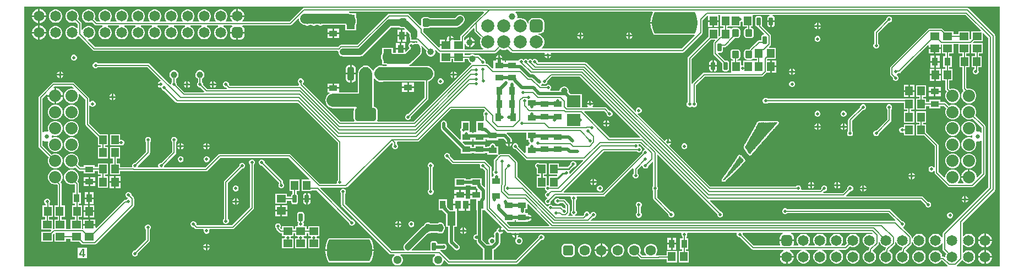
<source format=gbl>
G04*
G04 #@! TF.GenerationSoftware,Altium Limited,Altium Designer,24.2.2 (26)*
G04*
G04 Layer_Physical_Order=4*
G04 Layer_Color=16711680*
%FSLAX44Y44*%
%MOMM*%
G71*
G04*
G04 #@! TF.SameCoordinates,3371D80B-0F78-471C-A55E-DE17B926B390*
G04*
G04*
G04 #@! TF.FilePolarity,Positive*
G04*
G01*
G75*
%ADD10C,0.2500*%
%ADD11C,0.2000*%
%ADD17C,1.0000*%
%ADD18R,1.3500X1.1500*%
%ADD19C,0.5000*%
%ADD21R,1.1500X1.3500*%
G04:AMPARAMS|DCode=36|XSize=0.65mm|YSize=1.25mm|CornerRadius=0.1625mm|HoleSize=0mm|Usage=FLASHONLY|Rotation=0.000|XOffset=0mm|YOffset=0mm|HoleType=Round|Shape=RoundedRectangle|*
%AMROUNDEDRECTD36*
21,1,0.6500,0.9250,0,0,0.0*
21,1,0.3250,1.2500,0,0,0.0*
1,1,0.3250,0.1625,-0.4625*
1,1,0.3250,-0.1625,-0.4625*
1,1,0.3250,-0.1625,0.4625*
1,1,0.3250,0.1625,0.4625*
%
%ADD36ROUNDEDRECTD36*%
%ADD42R,0.9000X1.3000*%
%ADD43R,1.3000X0.9000*%
%ADD84C,1.5000*%
%ADD85C,1.0000*%
%ADD86C,0.5000*%
%ADD87C,1.6500*%
G04:AMPARAMS|DCode=88|XSize=1.65mm|YSize=1.65mm|CornerRadius=0.4125mm|HoleSize=0mm|Usage=FLASHONLY|Rotation=180.000|XOffset=0mm|YOffset=0mm|HoleType=Round|Shape=RoundedRectangle|*
%AMROUNDEDRECTD88*
21,1,1.6500,0.8250,0,0,180.0*
21,1,0.8250,1.6500,0,0,180.0*
1,1,0.8250,-0.4125,0.4125*
1,1,0.8250,0.4125,0.4125*
1,1,0.8250,0.4125,-0.4125*
1,1,0.8250,-0.4125,-0.4125*
%
%ADD88ROUNDEDRECTD88*%
%ADD89C,0.7000*%
%ADD90C,1.6000*%
G04:AMPARAMS|DCode=91|XSize=1.6mm|YSize=1.6mm|CornerRadius=0.4mm|HoleSize=0mm|Usage=FLASHONLY|Rotation=0.000|XOffset=0mm|YOffset=0mm|HoleType=Round|Shape=RoundedRectangle|*
%AMROUNDEDRECTD91*
21,1,1.6000,0.8000,0,0,0.0*
21,1,0.8000,1.6000,0,0,0.0*
1,1,0.8000,0.4000,-0.4000*
1,1,0.8000,-0.4000,-0.4000*
1,1,0.8000,-0.4000,0.4000*
1,1,0.8000,0.4000,0.4000*
%
%ADD91ROUNDEDRECTD91*%
%ADD92O,1.5000X1.2500*%
%ADD93C,2.0000*%
G04:AMPARAMS|DCode=94|XSize=2mm|YSize=2mm|CornerRadius=0.5mm|HoleSize=0mm|Usage=FLASHONLY|Rotation=90.000|XOffset=0mm|YOffset=0mm|HoleType=Round|Shape=RoundedRectangle|*
%AMROUNDEDRECTD94*
21,1,2.0000,1.0000,0,0,90.0*
21,1,1.0000,2.0000,0,0,90.0*
1,1,1.0000,0.5000,0.5000*
1,1,1.0000,0.5000,-0.5000*
1,1,1.0000,-0.5000,-0.5000*
1,1,1.0000,-0.5000,0.5000*
%
%ADD94ROUNDEDRECTD94*%
%ADD95C,1.8750*%
%ADD96C,0.6750*%
%ADD97C,1.3000*%
%ADD98C,2.0000*%
G04:AMPARAMS|DCode=99|XSize=3.3mm|YSize=2.1mm|CornerRadius=0.525mm|HoleSize=0mm|Usage=FLASHONLY|Rotation=180.000|XOffset=0mm|YOffset=0mm|HoleType=Round|Shape=RoundedRectangle|*
%AMROUNDEDRECTD99*
21,1,3.3000,1.0500,0,0,180.0*
21,1,2.2500,2.1000,0,0,180.0*
1,1,1.0500,-1.1250,0.5250*
1,1,1.0500,1.1250,0.5250*
1,1,1.0500,1.1250,-0.5250*
1,1,1.0500,-1.1250,-0.5250*
%
%ADD99ROUNDEDRECTD99*%
G04:AMPARAMS|DCode=100|XSize=1mm|YSize=2.1mm|CornerRadius=0.25mm|HoleSize=0mm|Usage=FLASHONLY|Rotation=180.000|XOffset=0mm|YOffset=0mm|HoleType=Round|Shape=RoundedRectangle|*
%AMROUNDEDRECTD100*
21,1,1.0000,1.6000,0,0,180.0*
21,1,0.5000,2.1000,0,0,180.0*
1,1,0.5000,-0.2500,0.8000*
1,1,0.5000,0.2500,0.8000*
1,1,0.5000,0.2500,-0.8000*
1,1,0.5000,-0.2500,-0.8000*
%
%ADD100ROUNDEDRECTD100*%
%ADD101R,3.0000X2.0000*%
%ADD102R,2.0000X1.8500*%
%ADD103R,1.3000X2.2000*%
G04:AMPARAMS|DCode=104|XSize=1.2mm|YSize=1.1mm|CornerRadius=0.275mm|HoleSize=0mm|Usage=FLASHONLY|Rotation=90.000|XOffset=0mm|YOffset=0mm|HoleType=Round|Shape=RoundedRectangle|*
%AMROUNDEDRECTD104*
21,1,1.2000,0.5500,0,0,90.0*
21,1,0.6500,1.1000,0,0,90.0*
1,1,0.5500,0.2750,0.3250*
1,1,0.5500,0.2750,-0.3250*
1,1,0.5500,-0.2750,-0.3250*
1,1,0.5500,-0.2750,0.3250*
%
%ADD104ROUNDEDRECTD104*%
G04:AMPARAMS|DCode=105|XSize=1.3mm|YSize=1.1mm|CornerRadius=0.275mm|HoleSize=0mm|Usage=FLASHONLY|Rotation=270.000|XOffset=0mm|YOffset=0mm|HoleType=Round|Shape=RoundedRectangle|*
%AMROUNDEDRECTD105*
21,1,1.3000,0.5500,0,0,270.0*
21,1,0.7500,1.1000,0,0,270.0*
1,1,0.5500,-0.2750,-0.3750*
1,1,0.5500,-0.2750,0.3750*
1,1,0.5500,0.2750,0.3750*
1,1,0.5500,0.2750,-0.3750*
%
%ADD105ROUNDEDRECTD105*%
G36*
X966459Y490850D02*
X966383Y490709D01*
X966346Y490588D01*
X966277Y490480D01*
X964700Y486433D01*
X964677Y486308D01*
X964623Y486193D01*
X963557Y481982D01*
X963551Y481854D01*
X963511Y481733D01*
X963161Y478924D01*
X962486Y477295D01*
X962351Y476270D01*
X964998D01*
X964998Y477171D01*
X965534Y481482D01*
X966600Y485693D01*
X968177Y489739D01*
X969210Y491650D01*
Y491650D01*
X1030790D01*
X1030787Y491648D01*
X1031820Y489738D01*
X1033398Y485692D01*
X1034463Y481481D01*
X1035000Y477172D01*
Y472828D01*
X1034463Y468519D01*
X1033398Y464308D01*
X1031820Y460262D01*
X1030787Y458352D01*
X1030787D01*
X1030790Y458350D01*
X969214D01*
X969214Y458350D01*
X968181Y460260D01*
X966602Y464307D01*
X965536Y468517D01*
X964998Y472828D01*
X964998Y473730D01*
X962351D01*
X962486Y472705D01*
X963162Y471073D01*
X963512Y468265D01*
X963553Y468144D01*
X963559Y468017D01*
X964625Y463806D01*
X964680Y463691D01*
X964702Y463566D01*
X966281Y459519D01*
X966349Y459412D01*
X966387Y459290D01*
X967420Y457380D01*
X967450Y457344D01*
X967465Y457301D01*
X967635Y457114D01*
X967772Y456908D01*
X967860Y456850D01*
X967928Y456767D01*
X967969Y456746D01*
X968000Y456711D01*
X968228Y456604D01*
X968434Y456466D01*
X968537Y456446D01*
X968632Y456395D01*
X968678Y456391D01*
X968719Y456371D01*
X968970Y456359D01*
X969214Y456311D01*
X1030189D01*
X1030715Y455041D01*
X1010798Y435124D01*
X796076D01*
X795549Y436394D01*
X797102Y437947D01*
X798682Y440683D01*
X799500Y443735D01*
Y446895D01*
X798682Y449947D01*
X797102Y452683D01*
X794868Y454917D01*
X792132Y456497D01*
X790313Y456985D01*
X790480Y458255D01*
X792500D01*
X794327Y458495D01*
X796030Y459201D01*
X797493Y460322D01*
X798615Y461785D01*
X799320Y463488D01*
X799560Y465315D01*
Y475315D01*
X799320Y477142D01*
X798615Y478845D01*
X797493Y480308D01*
X796030Y481429D01*
X794327Y482135D01*
X792500Y482375D01*
X782500D01*
X780673Y482135D01*
X778970Y481429D01*
X777507Y480308D01*
X776385Y478845D01*
X775680Y477142D01*
X775440Y475315D01*
Y473295D01*
X774170Y473128D01*
X773682Y474947D01*
X772102Y477683D01*
X769868Y479917D01*
X767132Y481497D01*
X764080Y482315D01*
X760920D01*
X758773Y481740D01*
X757736Y482777D01*
X757965Y483632D01*
Y485738D01*
X757420Y487773D01*
X756367Y489597D01*
X755293Y490671D01*
X755819Y491941D01*
X965809D01*
X966459Y490850D01*
D02*
G37*
G36*
X691941Y465956D02*
Y462815D01*
X691941Y462815D01*
X692174Y461644D01*
X692837Y460652D01*
X692837Y460652D01*
X702132Y451357D01*
X701318Y449947D01*
X700500Y446895D01*
Y443735D01*
X701318Y440683D01*
X702898Y437947D01*
X705132Y435713D01*
X705684Y435394D01*
X705343Y434124D01*
X676685D01*
Y441993D01*
X677955Y442160D01*
X677974Y442090D01*
X678967Y440370D01*
X680370Y438966D01*
X682090Y437974D01*
X683730Y437534D01*
Y445000D01*
Y452466D01*
X682090Y452026D01*
X680370Y451034D01*
X678967Y449630D01*
X677974Y447910D01*
X677955Y447840D01*
X676685Y448007D01*
Y448315D01*
X676494D01*
Y452168D01*
X690768Y466442D01*
X691941Y465956D01*
D02*
G37*
G36*
X947032Y299299D02*
X946546Y298126D01*
X900442D01*
X860800Y337768D01*
X861286Y338941D01*
X891733D01*
X895500Y335174D01*
Y334105D01*
X896185Y332451D01*
X897451Y331185D01*
X899105Y330500D01*
X900895D01*
X902549Y331185D01*
X903815Y332451D01*
X904500Y334105D01*
Y335895D01*
X903815Y337549D01*
X902549Y338815D01*
X900895Y339500D01*
X899826D01*
X895163Y344163D01*
X894170Y344826D01*
X893000Y345059D01*
X893000Y345059D01*
X873983D01*
X873457Y346329D01*
X874273Y347145D01*
X874929Y348730D01*
X865071D01*
X865727Y347145D01*
X866543Y346329D01*
X866017Y345059D01*
X857000D01*
Y365500D01*
X839489D01*
X836770Y368219D01*
X837000Y369078D01*
Y370922D01*
X836523Y372702D01*
X835601Y374298D01*
X834298Y375601D01*
X832702Y376523D01*
X830922Y377000D01*
X829078D01*
X827298Y376523D01*
X825702Y375601D01*
X824399Y374298D01*
X823477Y372702D01*
X823000Y370922D01*
Y370588D01*
X809248D01*
X808722Y371858D01*
X809315Y372451D01*
X810000Y374105D01*
Y375895D01*
X809315Y377549D01*
X808049Y378815D01*
X806395Y379500D01*
X804605D01*
X802951Y378815D01*
X802195Y378059D01*
X795057D01*
X794783Y379232D01*
X794781Y379329D01*
X796182Y380730D01*
X796273Y380951D01*
X797451Y381185D01*
X799105Y380500D01*
X800895D01*
X802549Y381185D01*
X803815Y382451D01*
X804500Y384105D01*
Y385174D01*
X811267Y391941D01*
X854390D01*
X947032Y299299D01*
D02*
G37*
G36*
X618370Y432304D02*
X618000Y430922D01*
Y429078D01*
X618477Y427298D01*
X619399Y425702D01*
X620702Y424399D01*
X622298Y423477D01*
X624078Y423000D01*
X625922D01*
X627702Y423477D01*
X629298Y424399D01*
X630601Y425702D01*
X631523Y427298D01*
X632000Y429078D01*
Y430922D01*
X631650Y432229D01*
X632788Y432886D01*
X636772Y428902D01*
X636772Y428902D01*
X637764Y428239D01*
X638935Y428006D01*
X639185Y426762D01*
Y414315D01*
X656685D01*
Y419006D01*
X659185D01*
Y414315D01*
X676685D01*
Y419006D01*
X682236D01*
Y418660D01*
X682713Y416879D01*
X683635Y415283D01*
X684938Y413980D01*
X686534Y413058D01*
X687163Y412890D01*
X687400Y411716D01*
X687370Y411519D01*
X686837Y411163D01*
X686837Y411163D01*
X598733Y323059D01*
X543006D01*
X542380Y324329D01*
X542583Y324594D01*
X543313Y326357D01*
X543563Y328250D01*
Y338750D01*
X543313Y340643D01*
X542583Y342406D01*
X541421Y343921D01*
X539906Y345083D01*
X538143Y345813D01*
X537104Y345950D01*
Y388902D01*
X538374Y389333D01*
X539441Y387942D01*
X541534Y386336D01*
X542256Y385256D01*
X543744Y384261D01*
X545500Y383912D01*
X550500D01*
X552256Y384261D01*
X552459Y384397D01*
X615441D01*
Y359767D01*
X590174Y334500D01*
X589105D01*
X587451Y333815D01*
X586185Y332549D01*
X585500Y330895D01*
Y329105D01*
X586185Y327451D01*
X587451Y326185D01*
X589105Y325500D01*
X590895D01*
X592549Y326185D01*
X593815Y327451D01*
X594500Y329105D01*
Y330174D01*
X620662Y356337D01*
X620662Y356337D01*
X621326Y357329D01*
X621558Y358500D01*
X621558Y358500D01*
Y384799D01*
X621632Y384809D01*
X624551Y386018D01*
X627058Y387942D01*
X628982Y390448D01*
X630191Y393368D01*
X630603Y396500D01*
X630191Y399633D01*
X628982Y402552D01*
X627058Y405059D01*
X624551Y406982D01*
X621632Y408191D01*
X618500Y408604D01*
X592044D01*
X591792Y409874D01*
X593791Y410702D01*
X595775Y412225D01*
X608275Y424725D01*
X609798Y426709D01*
X610756Y429020D01*
X611082Y431500D01*
Y435000D01*
X610756Y437480D01*
X610301Y438577D01*
X611378Y439297D01*
X618370Y432304D01*
D02*
G37*
G36*
X771500Y295000D02*
X775412D01*
Y293514D01*
X775500Y293071D01*
Y292619D01*
X775673Y292201D01*
X775761Y291758D01*
X776012Y291382D01*
X776185Y290965D01*
X776505Y290645D01*
X776646Y290433D01*
X776756Y290177D01*
X776767Y288908D01*
X776682Y288809D01*
X775727Y287855D01*
X774960Y286003D01*
Y285540D01*
X770960D01*
Y275025D01*
X769787Y274539D01*
X759500Y284826D01*
Y285895D01*
X758815Y287549D01*
X757549Y288815D01*
X755895Y289500D01*
X754105D01*
X752451Y288815D01*
X751185Y287549D01*
X750500Y285895D01*
Y284105D01*
X751185Y282451D01*
X752451Y281185D01*
X754105Y280500D01*
X755174D01*
X770830Y264844D01*
X770830Y264844D01*
X771823Y264181D01*
X772993Y263948D01*
X858959D01*
X859445Y262775D01*
X839273Y242603D01*
X838429Y242973D01*
X838110Y243236D01*
Y244903D01*
X837825Y245591D01*
X837841Y245991D01*
X838088Y246939D01*
X839163Y247657D01*
X844228Y252722D01*
X844937D01*
X846591Y253407D01*
X847856Y254673D01*
X848541Y256327D01*
Y258117D01*
X847856Y259771D01*
X846591Y261037D01*
X844937Y261722D01*
X843146D01*
X841492Y261037D01*
X840227Y259771D01*
X839541Y258117D01*
Y257408D01*
X835447Y253314D01*
X822000D01*
Y258750D01*
X806500D01*
Y241250D01*
X819158D01*
X819644Y240077D01*
X818314Y238747D01*
X806500D01*
Y224904D01*
X805895Y224500D01*
X804105D01*
X803500Y224904D01*
Y238747D01*
X799064D01*
Y241250D01*
X803500D01*
Y258750D01*
X792614D01*
X792549Y258815D01*
X790895Y259500D01*
X789105D01*
X787451Y258815D01*
X786185Y257549D01*
X785500Y255895D01*
Y254105D01*
X786185Y252451D01*
X787451Y251185D01*
X788000Y250958D01*
Y241250D01*
X792436D01*
Y238747D01*
X788000D01*
Y221247D01*
X800265D01*
X800500Y220895D01*
Y219105D01*
X801185Y217451D01*
X802451Y216185D01*
X803686Y215673D01*
Y214327D01*
X802451Y213815D01*
X801185Y212549D01*
X800500Y210895D01*
Y209105D01*
X801185Y207451D01*
X802451Y206185D01*
X803687Y205673D01*
Y204327D01*
X802451Y203815D01*
X801185Y202549D01*
X800500Y200895D01*
Y199105D01*
X801185Y197451D01*
X802451Y196185D01*
X804105Y195500D01*
X805895D01*
X807549Y196185D01*
X808815Y197451D01*
X809500Y199105D01*
Y200174D01*
X817017Y207691D01*
X839869D01*
X840718Y206421D01*
X840500Y205895D01*
Y204105D01*
X841185Y202451D01*
X841941Y201695D01*
Y186805D01*
X841185Y186049D01*
X840500Y184395D01*
Y182605D01*
X841185Y180951D01*
X842451Y179685D01*
X843311Y179329D01*
X843059Y178059D01*
X836822D01*
X836336Y179232D01*
X837663Y180559D01*
X837663Y180559D01*
X838326Y181551D01*
X838559Y182722D01*
X838559Y182722D01*
Y194500D01*
X838326Y195671D01*
X837663Y196663D01*
X831663Y202663D01*
X830671Y203326D01*
X829500Y203559D01*
X829500Y203559D01*
X823305D01*
X822549Y204315D01*
X820895Y205000D01*
X819105D01*
X817451Y204315D01*
X816185Y203049D01*
X815500Y201395D01*
Y199605D01*
X816185Y197951D01*
X817451Y196685D01*
X819105Y196000D01*
X820895D01*
X822549Y196685D01*
X823305Y197441D01*
X828233D01*
X832441Y193233D01*
Y190003D01*
X831385Y189297D01*
X830895Y189500D01*
X829826D01*
X826913Y192413D01*
X825920Y193076D01*
X824750Y193309D01*
X824750Y193309D01*
X812804D01*
X811797Y194315D01*
X810144Y195000D01*
X808353D01*
X806699Y194315D01*
X805434Y193049D01*
X805230Y192559D01*
X803985Y192311D01*
X758058Y238237D01*
Y260000D01*
X758059Y260000D01*
X757826Y261171D01*
X757163Y262163D01*
X747163Y272163D01*
X746170Y272826D01*
X745000Y273059D01*
X745000Y273059D01*
X732222D01*
X731051Y272826D01*
X730059Y272163D01*
X730059Y272163D01*
X729681Y271784D01*
X728500Y272400D01*
Y285000D01*
X724588D01*
X724500Y285444D01*
Y285895D01*
X724327Y286312D01*
X724239Y286756D01*
X723988Y287132D01*
X723815Y287549D01*
X723495Y287868D01*
X723244Y288244D01*
X722869Y288495D01*
X722549Y288815D01*
X722131Y288988D01*
X721756Y289239D01*
X721313Y289327D01*
X720895Y289500D01*
X720443D01*
X720000Y289588D01*
X719558Y289500D01*
X719105D01*
X718687Y289327D01*
X718244Y289239D01*
X717869Y288988D01*
X717451Y288815D01*
X717131Y288494D01*
X716756Y288244D01*
X716505Y287869D01*
X716185Y287549D01*
X716012Y287131D01*
X715761Y286756D01*
X715673Y286313D01*
X715500Y285895D01*
Y285442D01*
X715412Y285000D01*
X711500D01*
Y284088D01*
X708500D01*
Y287000D01*
X691500D01*
Y284088D01*
X688500D01*
Y287000D01*
X677989D01*
X673702Y291287D01*
X674188Y292460D01*
X689040D01*
Y295912D01*
X690960D01*
Y292460D01*
X709040D01*
Y295912D01*
X710960D01*
Y294460D01*
X729040D01*
Y296912D01*
X736600D01*
X740412Y293099D01*
Y292093D01*
X740071Y291270D01*
X749929D01*
X749588Y292093D01*
Y295000D01*
X749239Y296756D01*
X748244Y298244D01*
X741817Y304671D01*
X741843Y304982D01*
X742239Y305941D01*
X771500D01*
Y295000D01*
D02*
G37*
G36*
X954344Y280674D02*
X953833Y279388D01*
X952451Y278815D01*
X951185Y277549D01*
X950500Y275895D01*
Y274826D01*
X889483Y213809D01*
X829794D01*
X829308Y214982D01*
X891084Y276758D01*
X941898D01*
X942654Y276002D01*
X944308Y275317D01*
X946098D01*
X947752Y276002D01*
X949018Y277268D01*
X949703Y278922D01*
Y280712D01*
X949018Y282366D01*
X947752Y283632D01*
X946098Y284317D01*
X944737D01*
X944500Y284672D01*
Y286462D01*
X944297Y286952D01*
X945003Y288008D01*
X947009D01*
X954344Y280674D01*
D02*
G37*
G36*
X807442Y163232D02*
X806956Y162059D01*
X747267D01*
X742039Y167287D01*
X742525Y168460D01*
X754040D01*
Y170911D01*
X755956D01*
Y168459D01*
X774036D01*
Y169960D01*
X776003D01*
X777855Y170727D01*
X779273Y172145D01*
X779929Y173730D01*
X775000D01*
Y176270D01*
X779929D01*
X779273Y177855D01*
X777855Y179273D01*
X776003Y180040D01*
X774036D01*
Y182539D01*
X771045D01*
X770815Y182693D01*
X770262Y183438D01*
X770127Y183809D01*
X770250Y184105D01*
Y184557D01*
X770338Y185000D01*
Y187999D01*
X773496D01*
Y195518D01*
X774670Y196004D01*
X807442Y163232D01*
D02*
G37*
G36*
X1500000Y100000D02*
X1434111D01*
X1433741Y100719D01*
X1433660Y101270D01*
X1441806Y109416D01*
X1443280Y109404D01*
X1443798Y108506D01*
X1445706Y106598D01*
X1448044Y105248D01*
X1450651Y104550D01*
X1453349D01*
X1455956Y105248D01*
X1458294Y106598D01*
X1460202Y108506D01*
X1461552Y110844D01*
X1462250Y113451D01*
Y116149D01*
X1461552Y118756D01*
X1460202Y121094D01*
X1458294Y123002D01*
X1455956Y124352D01*
X1453349Y125050D01*
X1450651D01*
X1448044Y124352D01*
X1445706Y123002D01*
X1444329Y121625D01*
X1443059Y122151D01*
Y132849D01*
X1444329Y133375D01*
X1445706Y131998D01*
X1448044Y130648D01*
X1450651Y129950D01*
X1453349D01*
X1455956Y130648D01*
X1458294Y131998D01*
X1460202Y133906D01*
X1461552Y136244D01*
X1462250Y138851D01*
Y141549D01*
X1461552Y144156D01*
X1460202Y146494D01*
X1458294Y148402D01*
X1455956Y149752D01*
X1453349Y150450D01*
X1450651D01*
X1448044Y149752D01*
X1445706Y148402D01*
X1444329Y147025D01*
X1443059Y147551D01*
Y167369D01*
X1492163Y216473D01*
X1492163Y216473D01*
X1492826Y217466D01*
X1493059Y218636D01*
Y455000D01*
X1493059Y455000D01*
X1492826Y456171D01*
X1492163Y457163D01*
X1452163Y497163D01*
X1451171Y497826D01*
X1450000Y498059D01*
X1450000Y498059D01*
X715000D01*
X715000Y498059D01*
X715000Y498059D01*
X430000D01*
X428830Y497826D01*
X427837Y497163D01*
X427837Y497163D01*
X407433Y476759D01*
X335877D01*
X335391Y477932D01*
X336034Y478575D01*
X337455Y481035D01*
X338190Y483779D01*
Y483930D01*
X327400D01*
X316610D01*
Y483779D01*
X317345Y481035D01*
X318766Y478575D01*
X319409Y477932D01*
X318923Y476759D01*
X309850D01*
X309324Y478029D01*
X310202Y478906D01*
X311551Y481244D01*
X312250Y483851D01*
Y486549D01*
X311551Y489156D01*
X310202Y491494D01*
X308294Y493402D01*
X305956Y494752D01*
X303349Y495450D01*
X300651D01*
X298044Y494752D01*
X295706Y493402D01*
X293798Y491494D01*
X292449Y489156D01*
X291750Y486549D01*
Y483851D01*
X292449Y481244D01*
X293798Y478906D01*
X294676Y478029D01*
X294150Y476759D01*
X284450D01*
X283924Y478029D01*
X284802Y478906D01*
X286152Y481244D01*
X286850Y483851D01*
Y486549D01*
X286152Y489156D01*
X284802Y491494D01*
X282894Y493402D01*
X280556Y494752D01*
X277949Y495450D01*
X275251D01*
X272644Y494752D01*
X270306Y493402D01*
X268398Y491494D01*
X267048Y489156D01*
X266350Y486549D01*
Y483851D01*
X267048Y481244D01*
X268398Y478906D01*
X269276Y478029D01*
X268750Y476759D01*
X259050D01*
X258524Y478029D01*
X259402Y478906D01*
X260751Y481244D01*
X261450Y483851D01*
Y486549D01*
X260751Y489156D01*
X259402Y491494D01*
X257494Y493402D01*
X255156Y494752D01*
X252549Y495450D01*
X249851D01*
X247244Y494752D01*
X244906Y493402D01*
X242998Y491494D01*
X241649Y489156D01*
X240950Y486549D01*
Y483851D01*
X241649Y481244D01*
X242998Y478906D01*
X243876Y478029D01*
X243350Y476759D01*
X233650D01*
X233124Y478029D01*
X234002Y478906D01*
X235352Y481244D01*
X236050Y483851D01*
Y486549D01*
X235352Y489156D01*
X234002Y491494D01*
X232094Y493402D01*
X229756Y494752D01*
X227149Y495450D01*
X224451D01*
X221844Y494752D01*
X219506Y493402D01*
X217598Y491494D01*
X216248Y489156D01*
X215550Y486549D01*
Y483851D01*
X216248Y481244D01*
X217598Y478906D01*
X218476Y478029D01*
X217950Y476759D01*
X208250D01*
X207724Y478029D01*
X208602Y478906D01*
X209951Y481244D01*
X210650Y483851D01*
Y486549D01*
X209951Y489156D01*
X208602Y491494D01*
X206694Y493402D01*
X204356Y494752D01*
X201749Y495450D01*
X199051D01*
X196444Y494752D01*
X194106Y493402D01*
X192198Y491494D01*
X190849Y489156D01*
X190150Y486549D01*
Y483851D01*
X190849Y481244D01*
X192198Y478906D01*
X193076Y478029D01*
X192550Y476759D01*
X182850D01*
X182324Y478029D01*
X183202Y478906D01*
X184552Y481244D01*
X185250Y483851D01*
Y486549D01*
X184552Y489156D01*
X183202Y491494D01*
X181294Y493402D01*
X178956Y494752D01*
X176349Y495450D01*
X173651D01*
X171044Y494752D01*
X168706Y493402D01*
X166798Y491494D01*
X165448Y489156D01*
X164750Y486549D01*
Y483851D01*
X165448Y481244D01*
X166798Y478906D01*
X167676Y478029D01*
X167150Y476759D01*
X157450D01*
X156924Y478029D01*
X157802Y478906D01*
X159151Y481244D01*
X159850Y483851D01*
Y486549D01*
X159151Y489156D01*
X157802Y491494D01*
X155894Y493402D01*
X153556Y494752D01*
X150949Y495450D01*
X148251D01*
X145644Y494752D01*
X143306Y493402D01*
X141398Y491494D01*
X140049Y489156D01*
X139350Y486549D01*
Y483851D01*
X140049Y481244D01*
X141398Y478906D01*
X142276Y478029D01*
X141750Y476759D01*
X132050D01*
X131524Y478029D01*
X132402Y478906D01*
X133751Y481244D01*
X134450Y483851D01*
Y486549D01*
X133751Y489156D01*
X132402Y491494D01*
X130494Y493402D01*
X128156Y494752D01*
X125549Y495450D01*
X122851D01*
X120244Y494752D01*
X117906Y493402D01*
X115998Y491494D01*
X114649Y489156D01*
X113950Y486549D01*
Y483851D01*
X114649Y481244D01*
X115998Y478906D01*
X116876Y478029D01*
X116350Y476759D01*
X111567D01*
X107887Y480439D01*
X108351Y481244D01*
X109050Y483851D01*
Y486549D01*
X108351Y489156D01*
X107002Y491494D01*
X105094Y493402D01*
X102756Y494752D01*
X100149Y495450D01*
X97451D01*
X94844Y494752D01*
X92506Y493402D01*
X90598Y491494D01*
X89249Y489156D01*
X88550Y486549D01*
Y483851D01*
X89249Y481244D01*
X90598Y478906D01*
X92506Y476998D01*
X94844Y475648D01*
X97451Y474950D01*
X100149D01*
X102756Y475648D01*
X103561Y476113D01*
X108137Y471537D01*
X108137Y471537D01*
X109129Y470874D01*
X110300Y470641D01*
X120150D01*
X120317Y469371D01*
X120244Y469352D01*
X117906Y468002D01*
X115998Y466094D01*
X114649Y463756D01*
X113950Y461149D01*
Y458451D01*
X114649Y455844D01*
X115998Y453506D01*
X117906Y451598D01*
X120244Y450248D01*
X122851Y449550D01*
X125549D01*
X128156Y450248D01*
X130494Y451598D01*
X132402Y453506D01*
X133751Y455844D01*
X134450Y458451D01*
Y461149D01*
X133751Y463756D01*
X132402Y466094D01*
X130494Y468002D01*
X128156Y469352D01*
X128083Y469371D01*
X128250Y470641D01*
X145550D01*
X145717Y469371D01*
X145644Y469352D01*
X143306Y468002D01*
X141398Y466094D01*
X140049Y463756D01*
X139350Y461149D01*
Y458451D01*
X140049Y455844D01*
X141398Y453506D01*
X143306Y451598D01*
X145644Y450248D01*
X148251Y449550D01*
X150949D01*
X153556Y450248D01*
X155894Y451598D01*
X157802Y453506D01*
X159151Y455844D01*
X159850Y458451D01*
Y461149D01*
X159151Y463756D01*
X157802Y466094D01*
X155894Y468002D01*
X153556Y469352D01*
X153483Y469371D01*
X153650Y470641D01*
X170950D01*
X171117Y469371D01*
X171044Y469352D01*
X168706Y468002D01*
X166798Y466094D01*
X165448Y463756D01*
X164750Y461149D01*
Y458451D01*
X165448Y455844D01*
X166798Y453506D01*
X168706Y451598D01*
X171044Y450248D01*
X173651Y449550D01*
X176349D01*
X178956Y450248D01*
X181294Y451598D01*
X183202Y453506D01*
X184552Y455844D01*
X185250Y458451D01*
Y461149D01*
X184552Y463756D01*
X183202Y466094D01*
X181294Y468002D01*
X178956Y469352D01*
X178883Y469371D01*
X179050Y470641D01*
X196350D01*
X196517Y469371D01*
X196444Y469352D01*
X194106Y468002D01*
X192198Y466094D01*
X190849Y463756D01*
X190150Y461149D01*
Y458451D01*
X190849Y455844D01*
X192198Y453506D01*
X194106Y451598D01*
X196444Y450248D01*
X199051Y449550D01*
X201749D01*
X204356Y450248D01*
X206694Y451598D01*
X208602Y453506D01*
X209951Y455844D01*
X210650Y458451D01*
Y461149D01*
X209951Y463756D01*
X208602Y466094D01*
X206694Y468002D01*
X204356Y469352D01*
X204283Y469371D01*
X204450Y470641D01*
X221750D01*
X221917Y469371D01*
X221844Y469352D01*
X219506Y468002D01*
X217598Y466094D01*
X216248Y463756D01*
X215550Y461149D01*
Y458451D01*
X216248Y455844D01*
X217598Y453506D01*
X219506Y451598D01*
X221844Y450248D01*
X224451Y449550D01*
X227149D01*
X229756Y450248D01*
X232094Y451598D01*
X234002Y453506D01*
X235352Y455844D01*
X236050Y458451D01*
Y461149D01*
X235352Y463756D01*
X234002Y466094D01*
X232094Y468002D01*
X229756Y469352D01*
X229683Y469371D01*
X229850Y470641D01*
X247150D01*
X247317Y469371D01*
X247244Y469352D01*
X244906Y468002D01*
X242998Y466094D01*
X241649Y463756D01*
X240950Y461149D01*
Y458451D01*
X241649Y455844D01*
X242998Y453506D01*
X244906Y451598D01*
X247244Y450248D01*
X249851Y449550D01*
X252549D01*
X255156Y450248D01*
X257494Y451598D01*
X259402Y453506D01*
X260751Y455844D01*
X261450Y458451D01*
Y461149D01*
X260751Y463756D01*
X259402Y466094D01*
X257494Y468002D01*
X255156Y469352D01*
X255083Y469371D01*
X255250Y470641D01*
X272550D01*
X272717Y469371D01*
X272644Y469352D01*
X270306Y468002D01*
X268398Y466094D01*
X267048Y463756D01*
X266350Y461149D01*
Y458451D01*
X267048Y455844D01*
X268398Y453506D01*
X270306Y451598D01*
X272644Y450248D01*
X275251Y449550D01*
X277949D01*
X280556Y450248D01*
X282894Y451598D01*
X284802Y453506D01*
X286152Y455844D01*
X286850Y458451D01*
Y461149D01*
X286152Y463756D01*
X284802Y466094D01*
X282894Y468002D01*
X280556Y469352D01*
X280483Y469371D01*
X280650Y470641D01*
X297950D01*
X298117Y469371D01*
X298044Y469352D01*
X295706Y468002D01*
X293798Y466094D01*
X292449Y463756D01*
X291750Y461149D01*
Y458451D01*
X292449Y455844D01*
X293798Y453506D01*
X295706Y451598D01*
X298044Y450248D01*
X300651Y449550D01*
X303349D01*
X305956Y450248D01*
X308294Y451598D01*
X310202Y453506D01*
X311551Y455844D01*
X312250Y458451D01*
Y461149D01*
X311551Y463756D01*
X310202Y466094D01*
X308294Y468002D01*
X305956Y469352D01*
X305883Y469371D01*
X306050Y470641D01*
X318993D01*
X319424Y469371D01*
X318521Y468679D01*
X317453Y467286D01*
X316782Y465665D01*
X316553Y463925D01*
Y461070D01*
X327400D01*
X338247D01*
Y463925D01*
X338018Y465665D01*
X337347Y467286D01*
X336278Y468679D01*
X335376Y469371D01*
X335807Y470641D01*
X408700D01*
X408700Y470641D01*
X409870Y470874D01*
X410863Y471537D01*
X420659Y481333D01*
X422000Y480878D01*
X422244Y479020D01*
X423202Y476709D01*
X424725Y474725D01*
X426709Y473202D01*
X429020Y472244D01*
X431500Y471918D01*
X431718D01*
X432451Y471185D01*
X434105Y470500D01*
X435895D01*
X437549Y471185D01*
X438282Y471918D01*
X441718D01*
X442451Y471185D01*
X444105Y470500D01*
X445895D01*
X447549Y471185D01*
X448282Y471918D01*
X451718D01*
X452451Y471185D01*
X454105Y470500D01*
X455895D01*
X457549Y471185D01*
X458282Y471918D01*
X493024D01*
X493183Y471796D01*
Y463433D01*
X510183D01*
Y472130D01*
X510939Y473953D01*
X511265Y476433D01*
Y478933D01*
X510939Y481413D01*
X510183Y483237D01*
Y489433D01*
X501883D01*
X501408Y489798D01*
X499097Y490756D01*
X499390Y491941D01*
X705956D01*
X706442Y490768D01*
X692837Y477163D01*
X671272Y455598D01*
X670609Y454605D01*
X670376Y453435D01*
X670376Y453435D01*
Y448315D01*
X660496D01*
X660219Y448730D01*
X655000D01*
Y450000D01*
X653730D01*
Y454929D01*
X652145Y454273D01*
X650727Y452855D01*
X649960Y451003D01*
Y448997D01*
X649865Y448855D01*
X649205D01*
Y440565D01*
X647935D01*
Y439295D01*
X638645D01*
Y437340D01*
X637472Y436854D01*
X613309Y461017D01*
Y464953D01*
X613309Y464953D01*
X613216Y465417D01*
X614228Y466511D01*
X614750Y466407D01*
X620250D01*
X622103Y466776D01*
X623675Y467826D01*
X623751Y467939D01*
X665000D01*
X666827Y468180D01*
X668530Y468885D01*
X669992Y470007D01*
X674993Y475008D01*
X675274Y475375D01*
X675602Y475702D01*
X675833Y476103D01*
X676115Y476470D01*
X676292Y476897D01*
X676523Y477298D01*
X676643Y477745D01*
X676820Y478173D01*
X676880Y478631D01*
X677000Y479078D01*
Y479541D01*
X677061Y480000D01*
X677000Y480459D01*
Y480922D01*
X676880Y481369D01*
X676820Y481827D01*
X676643Y482255D01*
X676523Y482702D01*
X676292Y483103D01*
X676115Y483530D01*
X675833Y483897D01*
X675602Y484298D01*
X675274Y484625D01*
X674993Y484992D01*
X674625Y485274D01*
X674298Y485601D01*
X673897Y485833D01*
X673530Y486115D01*
X673103Y486292D01*
X672702Y486523D01*
X672255Y486643D01*
X671827Y486820D01*
X671369Y486880D01*
X670922Y487000D01*
X670459D01*
X670000Y487060D01*
X669541Y487000D01*
X669079D01*
X668632Y486880D01*
X668173Y486820D01*
X667745Y486643D01*
X667298Y486523D01*
X666897Y486292D01*
X666470Y486115D01*
X666103Y485833D01*
X665702Y485601D01*
X665375Y485274D01*
X665008Y484992D01*
X662075Y482060D01*
X623751D01*
X623675Y482174D01*
X622103Y483224D01*
X620250Y483593D01*
X614750D01*
X612897Y483224D01*
X611325Y482174D01*
X610276Y480603D01*
X609907Y478750D01*
Y471418D01*
X609511Y471114D01*
X608695Y470834D01*
X591616Y487913D01*
X590623Y488576D01*
X589453Y488809D01*
X589453Y488809D01*
X579260D01*
X579234Y488809D01*
X579222Y488806D01*
X579211Y488809D01*
X560750D01*
X559579Y488576D01*
X558587Y487913D01*
X558587Y487913D01*
X511733Y441059D01*
X486686D01*
X486686Y441059D01*
X485516Y440826D01*
X484523Y440163D01*
X482419Y438059D01*
X108603D01*
X98382Y448280D01*
X98908Y449550D01*
X100149D01*
X102756Y450248D01*
X105094Y451598D01*
X107002Y453506D01*
X108351Y455844D01*
X109050Y458451D01*
Y461149D01*
X108351Y463756D01*
X107002Y466094D01*
X105094Y468002D01*
X102756Y469352D01*
X100149Y470050D01*
X97451D01*
X94844Y469352D01*
X92506Y468002D01*
X90598Y466094D01*
X89386Y463995D01*
X88341Y464118D01*
X88116Y464208D01*
Y473542D01*
X87883Y474713D01*
X87220Y475705D01*
X87220Y475705D01*
X82487Y480439D01*
X82951Y481244D01*
X83650Y483851D01*
Y486549D01*
X82951Y489156D01*
X81602Y491494D01*
X79694Y493402D01*
X77356Y494752D01*
X74749Y495450D01*
X72051D01*
X69444Y494752D01*
X67106Y493402D01*
X65198Y491494D01*
X63849Y489156D01*
X63150Y486549D01*
Y483851D01*
X63849Y481244D01*
X65198Y478906D01*
X67106Y476998D01*
X69444Y475648D01*
X72051Y474950D01*
X74749D01*
X77356Y475648D01*
X78161Y476113D01*
X81999Y472275D01*
Y467493D01*
X80729Y466967D01*
X79694Y468002D01*
X77356Y469352D01*
X74749Y470050D01*
X72051D01*
X69444Y469352D01*
X67106Y468002D01*
X65198Y466094D01*
X63849Y463756D01*
X63150Y461149D01*
Y458451D01*
X63849Y455844D01*
X65198Y453506D01*
X67106Y451598D01*
X69444Y450248D01*
X72051Y449550D01*
X74749D01*
X77356Y450248D01*
X79694Y451598D01*
X81602Y453506D01*
X82007Y454207D01*
X83594Y454417D01*
X105173Y432837D01*
X106166Y432174D01*
X107336Y431941D01*
X107337Y431941D01*
X481914D01*
X483028Y430671D01*
X482940Y430000D01*
X483180Y428173D01*
X483885Y426470D01*
X485008Y425008D01*
X486470Y423885D01*
X488173Y423180D01*
X490000Y422940D01*
X516313D01*
X518141Y423180D01*
X519844Y423885D01*
X521306Y425008D01*
X564238Y467940D01*
X576249D01*
X576325Y467826D01*
X577897Y466776D01*
X579750Y466407D01*
X583543D01*
X584737Y465213D01*
X584251Y464040D01*
X581770D01*
Y456270D01*
X587540D01*
Y460751D01*
X588713Y461237D01*
X592440Y457510D01*
Y455000D01*
X592680Y453173D01*
X593000Y452401D01*
Y446500D01*
X602704D01*
X603000Y446441D01*
X603000Y446441D01*
X603916D01*
X604471Y445732D01*
X604308Y445183D01*
X603999Y444456D01*
X603627Y444302D01*
X601500Y444582D01*
X599020Y444255D01*
X597668Y443696D01*
X597549Y443815D01*
X595895Y444500D01*
X594105D01*
X592451Y443815D01*
X591185Y442549D01*
X590500Y440895D01*
Y439105D01*
X591185Y437451D01*
X592118Y436518D01*
X591989Y435540D01*
X586713Y430264D01*
X585540Y430750D01*
Y433730D01*
X578500D01*
X571460D01*
Y428582D01*
X566750D01*
Y436500D01*
X549750D01*
Y427804D01*
X548995Y425980D01*
X548668Y423500D01*
Y421000D01*
X548995Y418520D01*
X549750Y416696D01*
Y410500D01*
X555946D01*
X557458Y409874D01*
X557206Y408604D01*
X552458D01*
X552256Y408739D01*
X550500Y409088D01*
X545500D01*
X543744Y408739D01*
X542256Y407744D01*
X541534Y406664D01*
X539441Y405059D01*
X537518Y402552D01*
X537135Y401628D01*
X535865D01*
X535482Y402552D01*
X533559Y405059D01*
X531466Y406665D01*
X530744Y407744D01*
X529256Y408739D01*
X527500Y409088D01*
X522500D01*
X520744Y408739D01*
X519256Y407744D01*
X518534Y406664D01*
X516442Y405059D01*
X514518Y402552D01*
X513309Y399633D01*
X512897Y396500D01*
Y367604D01*
X484040D01*
Y373230D01*
X475000D01*
X465960D01*
Y367460D01*
X469197D01*
X469450Y366190D01*
X468949Y365982D01*
X466442Y364059D01*
X464518Y361552D01*
X463309Y358633D01*
X462897Y355500D01*
X463309Y352368D01*
X464518Y349449D01*
X466442Y346942D01*
X468949Y345018D01*
X471868Y343809D01*
X475000Y343397D01*
X506748D01*
X507301Y342127D01*
X506687Y340643D01*
X506437Y338750D01*
Y328250D01*
X506687Y326357D01*
X507417Y324594D01*
X507620Y324329D01*
X506994Y323059D01*
X486267D01*
X428559Y380767D01*
Y382195D01*
X428815Y382451D01*
X429500Y384105D01*
Y385895D01*
X428815Y387549D01*
X427549Y388815D01*
X425895Y389500D01*
X424105D01*
X422451Y388815D01*
X421185Y387549D01*
X420500Y385895D01*
Y384105D01*
X421185Y382451D01*
X422441Y381195D01*
Y379500D01*
X422441Y379500D01*
X422475Y379329D01*
X421444Y378059D01*
X316267D01*
X314500Y379826D01*
Y380895D01*
X313815Y382549D01*
X312549Y383815D01*
X310895Y384500D01*
X309105D01*
X307451Y383815D01*
X306185Y382549D01*
X305500Y380895D01*
Y379105D01*
X306185Y377451D01*
X307451Y376185D01*
X309105Y375500D01*
X310174D01*
X311443Y374232D01*
X310956Y373059D01*
X281267D01*
X274500Y379826D01*
Y380895D01*
X273815Y382549D01*
X273059Y383305D01*
Y388683D01*
X274298Y389399D01*
X275601Y390702D01*
X276523Y392298D01*
X277000Y394078D01*
Y395922D01*
X276523Y397702D01*
X275601Y399298D01*
X274298Y400601D01*
X272702Y401523D01*
X270922Y402000D01*
X269078D01*
X267298Y401523D01*
X265702Y400601D01*
X264399Y399298D01*
X263477Y397702D01*
X263000Y395922D01*
Y394078D01*
X263477Y392298D01*
X264399Y390702D01*
X265702Y389399D01*
X266941Y388683D01*
Y383306D01*
X266185Y382549D01*
X265500Y380895D01*
Y379105D01*
X266185Y377451D01*
X267451Y376185D01*
X269105Y375500D01*
X270174D01*
X276442Y369232D01*
X275956Y368059D01*
X246267D01*
X234500Y379826D01*
Y380895D01*
X233815Y382549D01*
X233059Y383306D01*
Y388683D01*
X234298Y389399D01*
X235601Y390702D01*
X236523Y392298D01*
X237000Y394078D01*
Y395922D01*
X236523Y397702D01*
X235601Y399298D01*
X234298Y400601D01*
X232702Y401523D01*
X230922Y402000D01*
X229078D01*
X227298Y401523D01*
X225702Y400601D01*
X224399Y399298D01*
X223477Y397702D01*
X223000Y395922D01*
Y394078D01*
X223477Y392298D01*
X224399Y390702D01*
X225702Y389399D01*
X226941Y388683D01*
Y383305D01*
X226185Y382549D01*
X225500Y380895D01*
Y380622D01*
X224230Y380096D01*
X192737Y411589D01*
X192737Y411589D01*
X191745Y412252D01*
X190574Y412485D01*
X190574Y412485D01*
X112731D01*
X111975Y413241D01*
X110321Y413926D01*
X108531D01*
X106877Y413241D01*
X105611Y411975D01*
X104926Y410321D01*
Y408531D01*
X105611Y406877D01*
X106877Y405611D01*
X108531Y404926D01*
X110321D01*
X111975Y405611D01*
X112731Y406367D01*
X189307D01*
X209461Y386213D01*
X208885Y384993D01*
X207145Y384273D01*
X205727Y382855D01*
X205071Y381270D01*
X210000D01*
Y378730D01*
X205071D01*
X205727Y377145D01*
X207145Y375727D01*
X208997Y374960D01*
X210500D01*
Y374105D01*
X211185Y372451D01*
X212451Y371185D01*
X214105Y370500D01*
X215174D01*
X232837Y352837D01*
X232837Y352837D01*
X233829Y352174D01*
X235000Y351941D01*
X235000Y351941D01*
X420449D01*
X481941Y290449D01*
Y233305D01*
X481185Y232549D01*
X480500Y230895D01*
Y229105D01*
X480703Y228615D01*
X479997Y227559D01*
X454545D01*
X409941Y272163D01*
X408948Y272826D01*
X407778Y273059D01*
X407778Y273059D01*
X300000D01*
X298829Y272826D01*
X297837Y272163D01*
X278233Y252558D01*
X215253D01*
X214548Y253615D01*
X214750Y254105D01*
Y255174D01*
X232413Y272837D01*
X232413Y272837D01*
X233076Y273830D01*
X233309Y275000D01*
X233309Y275000D01*
Y291695D01*
X234065Y292451D01*
X234750Y294105D01*
Y295895D01*
X234065Y297549D01*
X232799Y298815D01*
X231146Y299500D01*
X229355D01*
X227701Y298815D01*
X226436Y297549D01*
X225751Y295895D01*
Y294105D01*
X226436Y292451D01*
X227192Y291695D01*
Y276267D01*
X210425Y259500D01*
X209355D01*
X207701Y258815D01*
X206436Y257549D01*
X205751Y255895D01*
Y254105D01*
X205954Y253615D01*
X205248Y252558D01*
X175253D01*
X174548Y253615D01*
X174751Y254105D01*
Y255174D01*
X192413Y272837D01*
X192414Y272837D01*
X193076Y273830D01*
X193309Y275000D01*
X193309Y275000D01*
Y291695D01*
X194065Y292451D01*
X194751Y294105D01*
Y295895D01*
X194065Y297549D01*
X192800Y298815D01*
X191146Y299500D01*
X189356D01*
X187701Y298815D01*
X186436Y297549D01*
X185751Y295895D01*
Y294105D01*
X186436Y292451D01*
X187192Y291695D01*
Y276267D01*
X170425Y259500D01*
X169356D01*
X167702Y258815D01*
X166436Y257549D01*
X165751Y255895D01*
Y254105D01*
X165902Y253740D01*
X165196Y252684D01*
X147000D01*
Y258750D01*
X142309D01*
Y266250D01*
X147000D01*
Y283750D01*
X131500D01*
Y266250D01*
X136191D01*
Y258750D01*
X131500D01*
Y241250D01*
X147000D01*
Y246566D01*
X167343D01*
X167973Y246441D01*
X167973Y246441D01*
X279500D01*
X279500Y246441D01*
X280670Y246674D01*
X281663Y247337D01*
X301267Y266941D01*
X406511D01*
X438529Y234923D01*
X438043Y233750D01*
X426500D01*
Y216250D01*
X442000D01*
Y216941D01*
X449725D01*
X499220Y167446D01*
Y166377D01*
X499905Y164723D01*
X501171Y163457D01*
X502825Y162772D01*
X504615D01*
X506269Y163457D01*
X507535Y164723D01*
X508220Y166377D01*
Y168167D01*
X507535Y169821D01*
X506269Y171087D01*
X504615Y171772D01*
X503546D01*
X455050Y220268D01*
X455536Y221441D01*
X494500D01*
X494500Y221441D01*
X495671Y221674D01*
X496663Y222337D01*
X565000Y290674D01*
X566441Y289233D01*
Y287805D01*
X566185Y287549D01*
X565500Y285895D01*
Y284105D01*
X566185Y282451D01*
X567451Y281185D01*
X569105Y280500D01*
X570895D01*
X572549Y281185D01*
X573815Y282451D01*
X574500Y284105D01*
Y285895D01*
X573815Y287549D01*
X572559Y288805D01*
Y290500D01*
X572559Y290500D01*
X572525Y290671D01*
X573556Y291941D01*
X605000D01*
X605000Y291941D01*
X606171Y292174D01*
X607163Y292837D01*
X656267Y341941D01*
X706511D01*
X708189Y340263D01*
X707941Y339018D01*
X707451Y338815D01*
X706185Y337549D01*
X705500Y335895D01*
Y334105D01*
X706185Y332451D01*
X706941Y331695D01*
Y325000D01*
X706941Y325000D01*
X706153Y324040D01*
X694460D01*
Y306540D01*
X690960D01*
Y305088D01*
X689040D01*
Y306540D01*
X685000D01*
Y323500D01*
X672000D01*
Y313364D01*
X671185Y312549D01*
X670500Y310895D01*
Y309105D01*
X671036Y307810D01*
X670960Y306540D01*
X670960Y306540D01*
X670960Y306540D01*
Y295688D01*
X669787Y295202D01*
X649588Y315401D01*
Y320000D01*
X649500Y320443D01*
Y320895D01*
X649327Y321313D01*
X649239Y321756D01*
X648988Y322132D01*
X648815Y322549D01*
X648495Y322868D01*
X648244Y323244D01*
X647869Y323495D01*
X647549Y323815D01*
X647132Y323988D01*
X646756Y324239D01*
X646313Y324327D01*
X645895Y324500D01*
X645443D01*
X645000Y324588D01*
X644557Y324500D01*
X644105D01*
X643687Y324327D01*
X643244Y324239D01*
X642868Y323988D01*
X642451Y323815D01*
X642132Y323495D01*
X641756Y323244D01*
X641505Y322868D01*
X641185Y322549D01*
X641012Y322132D01*
X640761Y321756D01*
X640673Y321313D01*
X640500Y320895D01*
Y320443D01*
X640412Y320000D01*
Y313500D01*
X640761Y311744D01*
X641756Y310256D01*
X671500Y280511D01*
Y274000D01*
X688500D01*
Y274912D01*
X691500D01*
Y274000D01*
X708500D01*
Y274912D01*
X711500D01*
Y272000D01*
X728100D01*
X728716Y270819D01*
X722837Y264941D01*
X722174Y263949D01*
X722174Y263949D01*
X722080Y263479D01*
X721941Y262778D01*
X721941Y262778D01*
Y248305D01*
X721185Y247549D01*
X720500Y245895D01*
Y244105D01*
X721185Y242451D01*
X722370Y241266D01*
X722093Y240989D01*
X721326Y239137D01*
Y238540D01*
X718559D01*
Y252278D01*
X718559Y252278D01*
X718326Y253449D01*
X717663Y254441D01*
X717663Y254441D01*
X709441Y262663D01*
X708449Y263326D01*
X707278Y263559D01*
X707278Y263559D01*
X660767D01*
X654500Y269826D01*
Y270895D01*
X653815Y272549D01*
X652549Y273815D01*
X650895Y274500D01*
X649105D01*
X647451Y273815D01*
X646185Y272549D01*
X645500Y270895D01*
Y269105D01*
X646185Y267451D01*
X647451Y266185D01*
X649105Y265500D01*
X650174D01*
X657337Y258337D01*
X657337Y258337D01*
X657956Y257924D01*
X658329Y257674D01*
X659500Y257441D01*
X659500Y257441D01*
X699997D01*
X700703Y256385D01*
X700500Y255895D01*
Y254105D01*
X701185Y252451D01*
X702451Y251185D01*
X704105Y250500D01*
X705174D01*
X708441Y247233D01*
Y222571D01*
X707268Y222085D01*
X703588Y225765D01*
Y227500D01*
X703500Y227943D01*
Y236000D01*
X686500D01*
Y234088D01*
X678500D01*
Y236000D01*
X661500D01*
Y223000D01*
X678500D01*
Y224912D01*
X686500D01*
Y223000D01*
X694584D01*
X694761Y222108D01*
X694761Y222108D01*
X694761Y222108D01*
X695261Y221360D01*
X695756Y220620D01*
X695756Y220620D01*
X695756Y220620D01*
X697662Y218713D01*
X697176Y217540D01*
X696270D01*
Y210500D01*
X695000D01*
Y209230D01*
X685960D01*
Y205136D01*
X685540Y204040D01*
X684893Y204040D01*
X679040D01*
Y209230D01*
X670000D01*
X660960D01*
Y204040D01*
X659460D01*
Y196270D01*
X666500D01*
Y195000D01*
X667770D01*
Y185960D01*
X671460D01*
Y185960D01*
X677230D01*
Y195000D01*
X678500D01*
Y196270D01*
X685540D01*
Y202364D01*
X685960Y203460D01*
X686607Y203460D01*
X695000D01*
Y186500D01*
X695412D01*
Y149588D01*
X695000D01*
X694557Y149500D01*
X694105D01*
X693687Y149327D01*
X693244Y149239D01*
X692868Y148988D01*
X692451Y148815D01*
X692131Y148495D01*
X691756Y148244D01*
X691505Y147868D01*
X691185Y147549D01*
X691012Y147132D01*
X690761Y146756D01*
X690673Y146313D01*
X690500Y145895D01*
Y145443D01*
X690412Y145000D01*
X690500Y144557D01*
Y144105D01*
X690673Y143687D01*
X690761Y143244D01*
X691012Y142868D01*
X691185Y142451D01*
X691505Y142131D01*
X691756Y141756D01*
X692131Y141505D01*
X692451Y141185D01*
X692868Y141012D01*
X693244Y140761D01*
X693687Y140673D01*
X694105Y140500D01*
X694557D01*
X695000Y140412D01*
X695412D01*
Y138750D01*
X695761Y136994D01*
X696756Y135505D01*
X704750Y127511D01*
Y110059D01*
X653952D01*
X640348Y123663D01*
X639631Y124142D01*
X639910Y125412D01*
X644500D01*
X646256Y125761D01*
X647745Y126756D01*
X648244Y127256D01*
X648495Y127631D01*
X648815Y127951D01*
X648988Y128368D01*
X649239Y128744D01*
X649327Y129187D01*
X649500Y129605D01*
Y130057D01*
X649588Y130500D01*
X649500Y130943D01*
Y131395D01*
X649327Y131812D01*
X649239Y132256D01*
X648988Y132632D01*
X648815Y133049D01*
X648495Y133369D01*
X648244Y133744D01*
X647868Y133995D01*
X647549Y134315D01*
X647132Y134488D01*
X646756Y134739D01*
X646312Y134827D01*
X645895Y135000D01*
X645443D01*
X645000Y135088D01*
X644557Y135000D01*
X644105D01*
X643687Y134827D01*
X643244Y134739D01*
X643019Y134588D01*
X635321D01*
Y135375D01*
X635040Y136789D01*
X634238Y137989D01*
X633039Y138790D01*
X631625Y139071D01*
X628375D01*
X626960Y138790D01*
X625761Y137989D01*
X624960Y136789D01*
X624679Y135375D01*
Y126125D01*
X624738Y125829D01*
X623695Y124559D01*
X596340D01*
X595814Y125829D01*
X619830Y149846D01*
X620530Y150135D01*
X621565Y150929D01*
X622125D01*
X623539Y151210D01*
X624738Y152011D01*
X624857Y152190D01*
X635143D01*
X635261Y152011D01*
X636460Y151210D01*
X637875Y150929D01*
X641125D01*
X642539Y151210D01*
X643738Y152011D01*
X644540Y153211D01*
X644821Y154625D01*
Y154686D01*
X645614Y155720D01*
X646320Y157423D01*
X646560Y159250D01*
X646320Y161077D01*
X645614Y162780D01*
X644821Y163814D01*
Y163875D01*
X644540Y165289D01*
X643738Y166488D01*
X642539Y167290D01*
X641125Y167571D01*
X637875D01*
X636460Y167290D01*
X635261Y166488D01*
X635142Y166310D01*
X624857D01*
X624738Y166488D01*
X623539Y167290D01*
X622125Y167571D01*
X618875D01*
X617461Y167290D01*
X616261Y166488D01*
X615460Y165289D01*
X615296Y164464D01*
X615008Y164242D01*
X613420Y162654D01*
X612720Y162364D01*
X611258Y161242D01*
X585008Y134992D01*
X583885Y133530D01*
X583180Y131827D01*
X582940Y130000D01*
X583180Y128173D01*
X583885Y126470D01*
X584377Y125829D01*
X583751Y124559D01*
X564767D01*
X493059Y196267D01*
Y211695D01*
X493815Y212451D01*
X494500Y214105D01*
Y215895D01*
X493815Y217549D01*
X492549Y218815D01*
X490895Y219500D01*
X489105D01*
X487451Y218815D01*
X486185Y217549D01*
X485500Y215895D01*
Y214105D01*
X486185Y212451D01*
X486941Y211695D01*
Y195000D01*
X486941Y195000D01*
X487174Y193829D01*
X487837Y192837D01*
X561337Y119337D01*
X562329Y118674D01*
X563500Y118441D01*
X563500Y118441D01*
X568831D01*
X569171Y117171D01*
X568531Y116802D01*
X566948Y115219D01*
X565829Y113281D01*
X565250Y111119D01*
Y108881D01*
X565829Y106719D01*
X566948Y104781D01*
X568531Y103198D01*
X570469Y102079D01*
X572631Y101500D01*
X574869D01*
X577031Y102079D01*
X578969Y103198D01*
X580552Y104781D01*
X581671Y106719D01*
X582250Y108881D01*
Y111119D01*
X581671Y113281D01*
X580552Y115219D01*
X578969Y116802D01*
X578329Y117171D01*
X578669Y118441D01*
X631331D01*
X631671Y117171D01*
X631031Y116802D01*
X629448Y115219D01*
X628329Y113281D01*
X627750Y111119D01*
Y108881D01*
X628329Y106719D01*
X629448Y104781D01*
X631031Y103198D01*
X632969Y102079D01*
X635131Y101500D01*
X637369D01*
X639531Y102079D01*
X641469Y103198D01*
X643052Y104781D01*
X644171Y106719D01*
X644736Y108827D01*
X645329Y109190D01*
X645923Y109436D01*
X650522Y104837D01*
X650522Y104837D01*
X651514Y104174D01*
X652685Y103941D01*
X757000D01*
X757000Y103941D01*
X758171Y104174D01*
X759163Y104837D01*
X794826Y140500D01*
X795895D01*
X797549Y141185D01*
X798815Y142451D01*
X799500Y144105D01*
Y145895D01*
X798815Y147549D01*
X797549Y148815D01*
X795895Y149500D01*
X794105D01*
X792451Y148815D01*
X791185Y147549D01*
X790500Y145895D01*
Y144826D01*
X755733Y110059D01*
X721750D01*
Y125148D01*
X722319Y125261D01*
X723808Y126256D01*
X730494Y132942D01*
X731489Y134430D01*
X731838Y136186D01*
Y149377D01*
X732215Y149837D01*
X732652D01*
X734504Y150604D01*
X735922Y152022D01*
X736579Y153607D01*
X731650D01*
Y154877D01*
X730380D01*
Y159806D01*
X728795Y159150D01*
X727377Y157732D01*
X726610Y155880D01*
Y154498D01*
X726257Y154427D01*
X725805D01*
X725387Y154255D01*
X724944Y154166D01*
X724568Y153915D01*
X724151Y153742D01*
X723831Y153423D01*
X723456Y153172D01*
X723204Y152796D01*
X722885Y152477D01*
X722712Y152059D01*
X722461Y151683D01*
X722373Y151240D01*
X722200Y150822D01*
Y150371D01*
X722112Y149927D01*
X722200Y149484D01*
Y149032D01*
X722373Y148615D01*
X722461Y148172D01*
X722662Y147871D01*
Y145415D01*
X721392Y144566D01*
X720344Y145000D01*
X718156D01*
X716134Y144163D01*
X714587Y142615D01*
X713750Y140594D01*
Y138406D01*
X714587Y136384D01*
X715702Y135270D01*
X715176Y134000D01*
X711238D01*
X704588Y140650D01*
Y145000D01*
Y186500D01*
X708000D01*
X708000Y186500D01*
X709086Y186056D01*
X709337Y185680D01*
X734484Y160533D01*
X733765Y159456D01*
X732920Y159806D01*
Y156147D01*
X736579D01*
X736229Y156992D01*
X737305Y157712D01*
X742180Y152837D01*
X742180Y152837D01*
X743172Y152174D01*
X744343Y151941D01*
X744343Y151941D01*
X749413D01*
X750118Y150885D01*
X750071Y150770D01*
X759929D01*
X759882Y150885D01*
X760587Y151941D01*
X1009997D01*
X1010703Y150885D01*
X1010500Y150395D01*
Y148605D01*
X1011185Y146951D01*
X1011941Y146195D01*
Y143500D01*
X1008000D01*
Y126500D01*
X1011441D01*
Y123750D01*
X1006500D01*
Y106250D01*
X1022000D01*
Y123750D01*
X1017559D01*
Y126500D01*
X1021000D01*
Y143500D01*
X1018059D01*
Y146195D01*
X1018815Y146951D01*
X1019500Y148605D01*
Y150395D01*
X1019297Y150885D01*
X1020003Y151941D01*
X1094997D01*
X1095703Y150885D01*
X1095500Y150395D01*
Y148605D01*
X1096185Y146951D01*
X1097451Y145685D01*
X1099105Y145000D01*
X1100174D01*
X1118387Y126787D01*
X1118387Y126787D01*
X1119379Y126124D01*
X1120550Y125891D01*
X1120550Y125891D01*
X1167690D01*
X1168030Y124621D01*
X1165975Y123434D01*
X1163966Y121425D01*
X1162545Y118965D01*
X1161810Y116221D01*
Y116070D01*
X1183390D01*
Y116221D01*
X1182655Y118965D01*
X1181234Y121425D01*
X1179225Y123434D01*
X1177170Y124621D01*
X1177510Y125891D01*
X1194882D01*
X1195049Y124621D01*
X1194044Y124352D01*
X1191706Y123002D01*
X1189798Y121094D01*
X1188448Y118756D01*
X1187750Y116149D01*
Y113451D01*
X1188448Y110844D01*
X1189798Y108506D01*
X1191706Y106598D01*
X1194044Y105248D01*
X1196651Y104550D01*
X1199349D01*
X1201956Y105248D01*
X1204294Y106598D01*
X1206202Y108506D01*
X1207551Y110844D01*
X1208250Y113451D01*
Y116149D01*
X1207551Y118756D01*
X1206202Y121094D01*
X1204294Y123002D01*
X1201956Y124352D01*
X1200951Y124621D01*
X1201118Y125891D01*
X1220282D01*
X1220449Y124621D01*
X1219444Y124352D01*
X1217106Y123002D01*
X1215198Y121094D01*
X1213848Y118756D01*
X1213150Y116149D01*
Y113451D01*
X1213848Y110844D01*
X1215198Y108506D01*
X1217106Y106598D01*
X1219444Y105248D01*
X1222051Y104550D01*
X1224749D01*
X1227356Y105248D01*
X1229694Y106598D01*
X1231602Y108506D01*
X1232952Y110844D01*
X1233650Y113451D01*
Y116149D01*
X1232952Y118756D01*
X1231602Y121094D01*
X1229694Y123002D01*
X1227356Y124352D01*
X1226351Y124621D01*
X1226518Y125891D01*
X1245682D01*
X1245849Y124621D01*
X1244844Y124352D01*
X1242506Y123002D01*
X1240598Y121094D01*
X1239249Y118756D01*
X1238550Y116149D01*
Y113451D01*
X1239249Y110844D01*
X1240598Y108506D01*
X1242506Y106598D01*
X1244844Y105248D01*
X1247451Y104550D01*
X1250149D01*
X1252756Y105248D01*
X1255094Y106598D01*
X1257002Y108506D01*
X1258352Y110844D01*
X1259050Y113451D01*
Y116149D01*
X1258352Y118756D01*
X1257002Y121094D01*
X1255094Y123002D01*
X1252756Y124352D01*
X1251751Y124621D01*
X1251918Y125891D01*
X1262950D01*
X1262950Y125891D01*
X1264120Y126124D01*
X1265113Y126787D01*
X1269439Y131113D01*
X1270244Y130648D01*
X1272851Y129950D01*
X1275549D01*
X1278156Y130648D01*
X1280494Y131998D01*
X1282402Y133906D01*
X1283752Y136244D01*
X1284450Y138851D01*
Y141549D01*
X1283752Y144156D01*
X1282402Y146494D01*
X1280494Y148402D01*
X1278156Y149752D01*
X1275549Y150450D01*
X1272851D01*
X1270244Y149752D01*
X1267906Y148402D01*
X1265998Y146494D01*
X1264649Y144156D01*
X1263950Y141549D01*
Y138851D01*
X1264649Y136244D01*
X1265113Y135439D01*
X1261683Y132008D01*
X1256764D01*
X1256277Y133182D01*
X1257002Y133906D01*
X1258352Y136244D01*
X1259050Y138851D01*
Y141549D01*
X1258352Y144156D01*
X1257002Y146494D01*
X1255094Y148402D01*
X1252756Y149752D01*
X1250149Y150450D01*
X1247451D01*
X1244844Y149752D01*
X1242506Y148402D01*
X1240598Y146494D01*
X1239249Y144156D01*
X1238550Y141549D01*
Y138851D01*
X1239249Y136244D01*
X1240598Y133906D01*
X1241322Y133182D01*
X1240836Y132008D01*
X1231364D01*
X1230878Y133182D01*
X1231602Y133906D01*
X1232952Y136244D01*
X1233650Y138851D01*
Y141549D01*
X1232952Y144156D01*
X1231602Y146494D01*
X1229694Y148402D01*
X1227356Y149752D01*
X1224749Y150450D01*
X1222051D01*
X1219444Y149752D01*
X1217106Y148402D01*
X1215198Y146494D01*
X1213848Y144156D01*
X1213150Y141549D01*
Y138851D01*
X1213848Y136244D01*
X1215198Y133906D01*
X1215922Y133182D01*
X1215436Y132008D01*
X1205964D01*
X1205478Y133182D01*
X1206202Y133906D01*
X1207551Y136244D01*
X1208250Y138851D01*
Y141549D01*
X1207551Y144156D01*
X1206202Y146494D01*
X1204294Y148402D01*
X1201956Y149752D01*
X1199349Y150450D01*
X1196651D01*
X1194044Y149752D01*
X1191706Y148402D01*
X1189798Y146494D01*
X1188448Y144156D01*
X1187750Y141549D01*
Y138851D01*
X1188448Y136244D01*
X1189798Y133906D01*
X1190523Y133182D01*
X1190036Y132008D01*
X1183501D01*
X1182781Y133279D01*
X1183218Y134335D01*
X1183447Y136075D01*
Y138930D01*
X1161752D01*
Y136075D01*
X1161982Y134335D01*
X1162419Y133279D01*
X1161699Y132008D01*
X1121817D01*
X1104500Y149326D01*
Y150395D01*
X1104297Y150885D01*
X1105002Y151941D01*
X1166127D01*
X1166379Y150671D01*
X1165114Y150147D01*
X1163721Y149079D01*
X1162653Y147686D01*
X1161982Y146065D01*
X1161752Y144325D01*
Y141470D01*
X1183447D01*
Y144325D01*
X1183218Y146065D01*
X1182547Y147686D01*
X1181479Y149079D01*
X1180086Y150147D01*
X1178820Y150671D01*
X1179073Y151941D01*
X1303276D01*
X1304605Y150613D01*
X1303825Y149596D01*
X1303556Y149752D01*
X1300949Y150450D01*
X1298251D01*
X1295644Y149752D01*
X1293306Y148402D01*
X1291398Y146494D01*
X1290049Y144156D01*
X1289350Y141549D01*
Y138851D01*
X1290049Y136244D01*
X1291398Y133906D01*
X1293306Y131998D01*
X1295644Y130648D01*
X1298251Y129950D01*
X1299275D01*
X1299761Y128777D01*
X1299197Y128213D01*
X1299197Y128213D01*
X1298784Y127594D01*
X1298534Y127221D01*
X1298301Y126050D01*
X1298250Y125050D01*
X1295644Y124352D01*
X1293306Y123002D01*
X1291398Y121094D01*
X1290049Y118756D01*
X1289350Y116149D01*
Y113451D01*
X1290049Y110844D01*
X1291398Y108506D01*
X1293306Y106598D01*
X1295644Y105248D01*
X1298251Y104550D01*
X1300949D01*
X1303556Y105248D01*
X1305894Y106598D01*
X1307802Y108506D01*
X1309151Y110844D01*
X1309850Y113451D01*
Y116149D01*
X1309151Y118756D01*
X1307802Y121094D01*
X1305894Y123002D01*
X1304762Y123655D01*
X1304643Y125007D01*
X1313013Y133377D01*
X1313676Y134369D01*
X1313909Y135540D01*
X1313909Y135540D01*
Y137082D01*
X1315179Y137249D01*
X1315448Y136244D01*
X1316798Y133906D01*
X1318706Y131998D01*
X1321044Y130648D01*
X1323651Y129950D01*
X1324675D01*
X1325161Y128777D01*
X1324597Y128213D01*
X1324597Y128213D01*
X1324184Y127594D01*
X1323934Y127221D01*
X1323701Y126050D01*
X1323651Y125050D01*
X1321044Y124352D01*
X1318706Y123002D01*
X1316798Y121094D01*
X1315448Y118756D01*
X1314750Y116149D01*
Y113451D01*
X1315448Y110844D01*
X1316798Y108506D01*
X1318706Y106598D01*
X1321044Y105248D01*
X1323651Y104550D01*
X1326349D01*
X1328956Y105248D01*
X1331294Y106598D01*
X1333202Y108506D01*
X1334552Y110844D01*
X1335250Y113451D01*
Y116149D01*
X1334552Y118756D01*
X1333202Y121094D01*
X1331294Y123002D01*
X1330162Y123655D01*
X1330043Y125007D01*
X1338413Y133377D01*
X1339076Y134369D01*
X1339309Y135540D01*
X1339309Y135540D01*
Y137082D01*
X1340579Y137249D01*
X1340849Y136244D01*
X1342198Y133906D01*
X1344106Y131998D01*
X1346444Y130648D01*
X1349051Y129950D01*
X1350075D01*
X1350561Y128777D01*
X1349997Y128213D01*
X1349997Y128213D01*
X1349584Y127594D01*
X1349334Y127221D01*
X1349101Y126050D01*
X1349050Y125050D01*
X1346444Y124352D01*
X1344106Y123002D01*
X1342198Y121094D01*
X1340849Y118756D01*
X1340150Y116149D01*
Y113451D01*
X1340849Y110844D01*
X1342198Y108506D01*
X1344106Y106598D01*
X1346444Y105248D01*
X1349051Y104550D01*
X1351749D01*
X1354356Y105248D01*
X1356694Y106598D01*
X1358602Y108506D01*
X1359951Y110844D01*
X1360650Y113451D01*
Y116149D01*
X1359951Y118756D01*
X1358602Y121094D01*
X1356694Y123002D01*
X1355562Y123655D01*
X1355443Y125007D01*
X1363813Y133377D01*
X1364476Y134369D01*
X1364709Y135540D01*
X1364709Y135540D01*
Y137082D01*
X1365979Y137249D01*
X1366248Y136244D01*
X1367598Y133906D01*
X1369506Y131998D01*
X1371844Y130648D01*
X1374451Y129950D01*
X1377149D01*
X1379756Y130648D01*
X1382094Y131998D01*
X1384002Y133906D01*
X1385352Y136244D01*
X1386050Y138851D01*
Y141549D01*
X1385352Y144156D01*
X1384002Y146494D01*
X1382094Y148402D01*
X1379756Y149752D01*
X1377149Y150450D01*
X1374451D01*
X1371844Y149752D01*
X1369506Y148402D01*
X1367598Y146494D01*
X1366248Y144156D01*
X1365979Y143151D01*
X1364709Y143318D01*
Y144860D01*
X1364709Y144860D01*
X1364476Y146030D01*
X1363813Y147023D01*
X1363813Y147023D01*
X1351472Y159364D01*
X1351769Y160862D01*
X1352549Y161185D01*
X1353815Y162451D01*
X1354500Y164105D01*
Y165895D01*
X1353815Y167549D01*
X1352549Y168815D01*
X1350895Y169500D01*
X1349826D01*
X1332163Y187163D01*
X1331170Y187826D01*
X1330000Y188059D01*
X1330000Y188059D01*
X1173305D01*
X1172549Y188815D01*
X1170895Y189500D01*
X1169105D01*
X1167451Y188815D01*
X1166185Y187549D01*
X1165500Y185895D01*
Y184105D01*
X1166185Y182451D01*
X1167451Y181185D01*
X1169105Y180500D01*
X1170895D01*
X1172549Y181185D01*
X1173305Y181941D01*
X1328733D01*
X1339345Y171329D01*
X1338819Y170059D01*
X871544D01*
X871058Y171232D01*
X874826Y175000D01*
X875895D01*
X877549Y175685D01*
X878815Y176951D01*
X879500Y178605D01*
Y180395D01*
X878815Y182049D01*
X877549Y183315D01*
X875895Y184000D01*
X874105D01*
X872451Y183315D01*
X871185Y182049D01*
X870739Y180971D01*
X870138Y180934D01*
X869416Y181097D01*
X868815Y182549D01*
X867549Y183815D01*
X865895Y184500D01*
X864105D01*
X862451Y183815D01*
X861185Y182549D01*
X860500Y180895D01*
Y179826D01*
X858733Y178059D01*
X846941D01*
X846689Y179329D01*
X847549Y179685D01*
X848815Y180951D01*
X849500Y182605D01*
Y184395D01*
X848815Y186049D01*
X848059Y186805D01*
Y201695D01*
X848815Y202451D01*
X849500Y204105D01*
Y205895D01*
X849282Y206421D01*
X850131Y207691D01*
X890750D01*
X890750Y207691D01*
X891920Y207924D01*
X892913Y208587D01*
X935631Y251306D01*
X935898Y251266D01*
X936941Y250000D01*
X936941Y250000D01*
Y243305D01*
X936185Y242549D01*
X935500Y240895D01*
Y239105D01*
X936185Y237451D01*
X937451Y236185D01*
X939105Y235500D01*
X940895D01*
X942549Y236185D01*
X943815Y237451D01*
X944500Y239105D01*
Y240895D01*
X943815Y242549D01*
X943059Y243305D01*
Y248733D01*
X949230Y254904D01*
X950500Y254378D01*
Y254105D01*
X951185Y252451D01*
X952451Y251185D01*
X954105Y250500D01*
X955895D01*
X957549Y251185D01*
X958815Y252451D01*
X959500Y254105D01*
Y255175D01*
X965768Y261443D01*
X966941Y260956D01*
Y223305D01*
X966185Y222549D01*
X965500Y220895D01*
Y219105D01*
X966185Y217451D01*
X966941Y216695D01*
Y205000D01*
X966941Y205000D01*
X967174Y203829D01*
X967837Y202837D01*
X990500Y180174D01*
Y179105D01*
X991185Y177451D01*
X992451Y176185D01*
X994105Y175500D01*
X995895D01*
X997549Y176185D01*
X998815Y177451D01*
X999500Y179105D01*
Y180895D01*
X998815Y182549D01*
X997549Y183815D01*
X995895Y184500D01*
X994826D01*
X973059Y206267D01*
Y216695D01*
X973815Y217451D01*
X974500Y219105D01*
Y220895D01*
X973815Y222549D01*
X973059Y223305D01*
Y271613D01*
X974232Y272099D01*
X1065500Y180831D01*
Y179105D01*
X1066185Y177451D01*
X1067451Y176185D01*
X1069105Y175500D01*
X1070895D01*
X1072549Y176185D01*
X1073815Y177451D01*
X1074500Y179105D01*
Y180895D01*
X1073815Y182549D01*
X1072549Y183815D01*
X1070895Y184500D01*
X1070482D01*
X1054215Y200768D01*
X1054701Y201941D01*
X1378733D01*
X1385500Y195174D01*
Y194105D01*
X1386185Y192451D01*
X1387451Y191185D01*
X1389105Y190500D01*
X1390895D01*
X1392549Y191185D01*
X1393815Y192451D01*
X1394500Y194105D01*
Y195895D01*
X1393815Y197549D01*
X1392549Y198815D01*
X1390895Y199500D01*
X1389825D01*
X1382163Y207163D01*
X1381170Y207826D01*
X1380000Y208059D01*
X1380000Y208059D01*
X1264044D01*
X1263558Y209232D01*
X1269826Y215500D01*
X1270895D01*
X1272549Y216185D01*
X1273815Y217451D01*
X1274500Y219105D01*
Y220895D01*
X1273815Y222549D01*
X1272549Y223815D01*
X1270895Y224500D01*
X1269105D01*
X1267451Y223815D01*
X1266185Y222549D01*
X1265500Y220895D01*
Y219826D01*
X1258733Y213059D01*
X1229044D01*
X1228558Y214232D01*
X1229826Y215500D01*
X1230895D01*
X1232549Y216185D01*
X1233815Y217451D01*
X1234500Y219105D01*
Y220895D01*
X1233815Y222549D01*
X1232549Y223815D01*
X1230895Y224500D01*
X1229105D01*
X1227451Y223815D01*
X1226185Y222549D01*
X1225500Y220895D01*
Y219826D01*
X1223733Y218059D01*
X1195003D01*
X1194297Y219115D01*
X1194500Y219605D01*
Y221395D01*
X1193815Y223049D01*
X1192549Y224315D01*
X1190895Y225000D01*
X1189105D01*
X1187451Y224315D01*
X1186195Y223059D01*
X1054726D01*
X992093Y285692D01*
X992341Y286938D01*
X992724Y287096D01*
X994141Y288514D01*
X994798Y290099D01*
X989869D01*
Y291369D01*
X988599D01*
Y296298D01*
X987014Y295641D01*
X985596Y294224D01*
X985437Y293841D01*
X984192Y293593D01*
X943345Y334440D01*
X944064Y335517D01*
X944105Y335500D01*
X945895D01*
X947549Y336185D01*
X948815Y337451D01*
X949500Y339105D01*
Y340895D01*
X948815Y342549D01*
X947549Y343815D01*
X945895Y344500D01*
X944105D01*
X942451Y343815D01*
X941185Y342549D01*
X940500Y340895D01*
Y339105D01*
X940517Y339064D01*
X939440Y338345D01*
X864622Y413163D01*
X863630Y413826D01*
X862459Y414059D01*
X862459Y414059D01*
X790267D01*
X789500Y414826D01*
Y415895D01*
X788815Y417549D01*
X787549Y418815D01*
X785895Y419500D01*
X784105D01*
X782451Y418815D01*
X781500Y417864D01*
X780549Y418815D01*
X778895Y419500D01*
X777105D01*
X775451Y418815D01*
X774470Y417834D01*
X773549Y418755D01*
X771895Y419440D01*
X770105D01*
X768451Y418755D01*
X767530Y417834D01*
X766549Y418815D01*
X764895Y419500D01*
X763105D01*
X761451Y418815D01*
X760185Y417549D01*
X760039Y417195D01*
X759040Y416540D01*
X740960D01*
Y414088D01*
X739040D01*
Y416540D01*
X734588D01*
Y417907D01*
X734929Y418730D01*
X725071D01*
X725412Y417906D01*
Y416540D01*
X720960D01*
Y405025D01*
X719787Y404539D01*
X713163Y411163D01*
X712170Y411826D01*
X711000Y412059D01*
X711000Y412059D01*
X710003D01*
X709297Y413115D01*
X709500Y413605D01*
Y415395D01*
X708815Y417049D01*
X707549Y418315D01*
X705895Y419000D01*
X704891D01*
X699663Y424228D01*
X698671Y424891D01*
X697500Y425124D01*
X697500Y425124D01*
X693593D01*
X693534Y425183D01*
X691938Y426104D01*
X690158Y426581D01*
X688315D01*
X686534Y426104D01*
X684938Y425183D01*
X684879Y425124D01*
X676685D01*
Y428006D01*
X723250D01*
X723250Y428006D01*
X724421Y428239D01*
X725413Y428902D01*
X731458Y434947D01*
X732868Y434133D01*
X735920Y433315D01*
X739080D01*
X742132Y434133D01*
X743542Y434947D01*
X748587Y429902D01*
X748587Y429902D01*
X749580Y429239D01*
X750750Y429006D01*
X750751Y429006D01*
X800219D01*
X800678Y427736D01*
X800071Y426270D01*
X809929D01*
X809322Y427736D01*
X809781Y429006D01*
X1012065D01*
X1012065Y429006D01*
X1013236Y429239D01*
X1014228Y429902D01*
X1042163Y457837D01*
X1042826Y458830D01*
X1043059Y460000D01*
Y478733D01*
X1050037Y485711D01*
X1051210Y485225D01*
Y478979D01*
X1059500D01*
X1067790D01*
Y486941D01*
X1069180D01*
X1070250Y486459D01*
X1070250Y485671D01*
Y468959D01*
X1074942D01*
Y466459D01*
X1070250D01*
Y454877D01*
X1069789Y454785D01*
X1069415Y454535D01*
X1068797Y454122D01*
X1068797Y454122D01*
X1068423Y453749D01*
X1067250Y454235D01*
Y466459D01*
X1051750D01*
Y453285D01*
X1020837Y422372D01*
X1020174Y421380D01*
X1019941Y420209D01*
X1019941Y420209D01*
Y352805D01*
X1019185Y352049D01*
X1018500Y350395D01*
Y348605D01*
X1019185Y346951D01*
X1020451Y345685D01*
X1022105Y345000D01*
X1023895D01*
X1025549Y345685D01*
X1026500Y346636D01*
X1027451Y345685D01*
X1029105Y345000D01*
X1030895D01*
X1032549Y345685D01*
X1033815Y346951D01*
X1034500Y348605D01*
Y350395D01*
X1033815Y352049D01*
X1033059Y352805D01*
Y378733D01*
X1046267Y391941D01*
X1133887D01*
X1133888Y391941D01*
X1134743Y392112D01*
X1135058Y392174D01*
X1135058Y392174D01*
X1135058Y392174D01*
X1135518Y392481D01*
X1136050Y392837D01*
X1136050Y392837D01*
X1141163Y397950D01*
X1141163Y397950D01*
X1141163Y397950D01*
X1141476Y398419D01*
X1146730D01*
Y407709D01*
Y416999D01*
X1142059D01*
Y418478D01*
X1142540Y418959D01*
X1155750D01*
Y436459D01*
X1145525D01*
X1145039Y437632D01*
X1147163Y439755D01*
X1147163Y439756D01*
X1147576Y440374D01*
X1147826Y440748D01*
X1148059Y441918D01*
X1148059Y441918D01*
Y455000D01*
X1147826Y456170D01*
X1147163Y457163D01*
X1147163Y457163D01*
X1133936Y470390D01*
X1134290Y470919D01*
X1134571Y472334D01*
Y481584D01*
X1134290Y482998D01*
X1133489Y484197D01*
X1132290Y484999D01*
X1130875Y485280D01*
X1127625D01*
X1126211Y484999D01*
X1125012Y484197D01*
X1124210Y482998D01*
X1123929Y481584D01*
Y472334D01*
X1124210Y470919D01*
X1125012Y469720D01*
X1126211Y468919D01*
X1127625Y468638D01*
X1127645D01*
X1127715Y468288D01*
X1128378Y467296D01*
X1137721Y457953D01*
X1137235Y456780D01*
X1137125D01*
X1135711Y456499D01*
X1134512Y455697D01*
X1133710Y454498D01*
X1133429Y453084D01*
Y447893D01*
X1129883D01*
X1129882Y447893D01*
X1128712Y447660D01*
X1127719Y446997D01*
X1127719Y446997D01*
X1115507Y434784D01*
X1115507Y434784D01*
X1115018Y434052D01*
X1111500D01*
X1109647Y433683D01*
X1108076Y432633D01*
X1107026Y431062D01*
X1106657Y429209D01*
Y422709D01*
X1107026Y420855D01*
X1108076Y419284D01*
X1109647Y418234D01*
X1111500Y417866D01*
X1117000D01*
X1118854Y418234D01*
X1120425Y419284D01*
X1120480Y419367D01*
X1121750Y418982D01*
Y418959D01*
X1126441D01*
Y416459D01*
X1122020D01*
X1121750Y416459D01*
X1120750Y416459D01*
X1120480Y416459D01*
X1105250D01*
Y409500D01*
X1104105D01*
X1103520Y409258D01*
X1102250Y410106D01*
Y416459D01*
X1096309D01*
Y417927D01*
X1097853Y418234D01*
X1099425Y419284D01*
X1100474Y420855D01*
X1100843Y422709D01*
Y429209D01*
X1100474Y431062D01*
X1099425Y432633D01*
X1097853Y433683D01*
X1096000Y434052D01*
X1090500D01*
X1088647Y433683D01*
X1087076Y432633D01*
X1086026Y431062D01*
X1085657Y429209D01*
Y422709D01*
X1086026Y420855D01*
X1087076Y419284D01*
X1088647Y418234D01*
X1090191Y417927D01*
Y416459D01*
X1086750D01*
Y399329D01*
X1086750Y398959D01*
X1085857Y398059D01*
X1045000D01*
X1045000Y398059D01*
X1043830Y397826D01*
X1042837Y397163D01*
X1042837Y397163D01*
X1027837Y382163D01*
X1027837Y382163D01*
X1027308Y381371D01*
X1026209Y381554D01*
X1026059Y381614D01*
Y418942D01*
X1056076Y448959D01*
X1061975D01*
X1062461Y447785D01*
X1060338Y445662D01*
X1060337Y445662D01*
X1059674Y444670D01*
X1059442Y443499D01*
X1059442Y443499D01*
Y427500D01*
X1059442Y427500D01*
X1059674Y426329D01*
X1060337Y425337D01*
X1072929Y412745D01*
Y403834D01*
X1073211Y402419D01*
X1074012Y401220D01*
X1075211Y400419D01*
X1076625Y400138D01*
X1079875D01*
X1081290Y400419D01*
X1082489Y401220D01*
X1083290Y402419D01*
X1083571Y403834D01*
Y413084D01*
X1083290Y414498D01*
X1082489Y415697D01*
X1081290Y416498D01*
X1079875Y416780D01*
X1077546D01*
X1066924Y427402D01*
X1066978Y427733D01*
X1067484Y428638D01*
X1070375D01*
X1071790Y428919D01*
X1072989Y429720D01*
X1073790Y430919D01*
X1074071Y432334D01*
Y437525D01*
X1077618D01*
X1077618Y437525D01*
X1078788Y437758D01*
X1079781Y438421D01*
X1091993Y450633D01*
X1092483Y451366D01*
X1096000D01*
X1097853Y451734D01*
X1099425Y452784D01*
X1100474Y454356D01*
X1100843Y456209D01*
Y462709D01*
X1100474Y464562D01*
X1099425Y466133D01*
X1097853Y467183D01*
X1096000Y467552D01*
X1090500D01*
X1088647Y467183D01*
X1087076Y466133D01*
X1087020Y466050D01*
X1085750Y466436D01*
Y466459D01*
X1081059D01*
Y468061D01*
X1081957Y468959D01*
X1085750Y468959D01*
X1087020Y468959D01*
X1101500D01*
Y475751D01*
X1102549Y476185D01*
X1103230Y476866D01*
X1104500Y476340D01*
Y468959D01*
X1111191D01*
Y467491D01*
X1109647Y467183D01*
X1108076Y466133D01*
X1107026Y464562D01*
X1106657Y462709D01*
Y456209D01*
X1107026Y454356D01*
X1108076Y452784D01*
X1109647Y451734D01*
X1111500Y451366D01*
X1117000D01*
X1118854Y451734D01*
X1120425Y452784D01*
X1121475Y454356D01*
X1121843Y456209D01*
Y462709D01*
X1121475Y464562D01*
X1120425Y466133D01*
X1118854Y467183D01*
X1117309Y467490D01*
Y468959D01*
X1120000D01*
Y485671D01*
X1120000Y486459D01*
X1121070Y486941D01*
X1145700D01*
X1145825Y485671D01*
X1145000Y485507D01*
X1143622Y484587D01*
X1142702Y483209D01*
X1142378Y481584D01*
Y478229D01*
X1148250D01*
Y476959D01*
D01*
Y478229D01*
X1154122D01*
Y481584D01*
X1153799Y483209D01*
X1152878Y484587D01*
X1151500Y485507D01*
X1150676Y485671D01*
X1150801Y486941D01*
X1447369D01*
X1471137Y463173D01*
X1470651Y462000D01*
X1456250D01*
Y450826D01*
X1454923Y449499D01*
X1453750Y449985D01*
Y462000D01*
X1436250D01*
Y457309D01*
X1428750D01*
Y462000D01*
X1415576D01*
X1412163Y465413D01*
X1411171Y466076D01*
X1410000Y466309D01*
X1410000Y466309D01*
X1391904D01*
X1391904Y466309D01*
X1390733Y466076D01*
X1389741Y465413D01*
X1389741Y465413D01*
X1332087Y407759D01*
X1331424Y406766D01*
X1331191Y405596D01*
X1331191Y405596D01*
Y395750D01*
X1331191Y395750D01*
X1331424Y394579D01*
X1332087Y393587D01*
X1335500Y390174D01*
Y389105D01*
X1336185Y387451D01*
X1337451Y386185D01*
X1339105Y385500D01*
X1340895D01*
X1342549Y386185D01*
X1343815Y387451D01*
X1344500Y389105D01*
Y390895D01*
X1343815Y392549D01*
X1342549Y393815D01*
X1341313Y394326D01*
Y395673D01*
X1342549Y396185D01*
X1343784Y397420D01*
X1345228D01*
X1345228Y397419D01*
X1346399Y397652D01*
X1347391Y398315D01*
X1347391Y398315D01*
X1389537Y440461D01*
X1390710Y439975D01*
Y437020D01*
X1400000D01*
X1409290D01*
Y440843D01*
X1410249Y441941D01*
X1410250Y441941D01*
X1411250Y441198D01*
Y428000D01*
X1416191D01*
Y423500D01*
X1413000D01*
Y406500D01*
X1416191D01*
Y403750D01*
X1411500D01*
Y386250D01*
X1416191D01*
Y372812D01*
X1416191Y372812D01*
X1416424Y371641D01*
X1417087Y370649D01*
X1418344Y369392D01*
X1416900Y366891D01*
X1416125Y363998D01*
Y361003D01*
X1416900Y358110D01*
X1418398Y355516D01*
X1420516Y353398D01*
X1423109Y351900D01*
X1426002Y351125D01*
X1428997D01*
X1431891Y351900D01*
X1434484Y353398D01*
X1436602Y355516D01*
X1438100Y358110D01*
X1438875Y361003D01*
Y363998D01*
X1438100Y366891D01*
X1436602Y369484D01*
X1434484Y371602D01*
X1431891Y373100D01*
X1428997Y373875D01*
X1426002D01*
X1423250Y373138D01*
X1422309Y374079D01*
Y386250D01*
X1427000D01*
Y403750D01*
X1422309D01*
Y406500D01*
X1426000D01*
Y423500D01*
X1422309D01*
Y428000D01*
X1428750D01*
Y441941D01*
X1436250D01*
Y428000D01*
X1442691D01*
Y423750D01*
X1438000D01*
Y406250D01*
X1442691D01*
Y373647D01*
X1442691Y373647D01*
X1442924Y372477D01*
X1443587Y371484D01*
X1444492Y370579D01*
X1443398Y369484D01*
X1441900Y366891D01*
X1441125Y363998D01*
Y361003D01*
X1441900Y358110D01*
X1443398Y355516D01*
X1445516Y353398D01*
X1448109Y351900D01*
X1451002Y351125D01*
X1453997D01*
X1456891Y351900D01*
X1459484Y353398D01*
X1461602Y355516D01*
X1463100Y358110D01*
X1463875Y361003D01*
Y363998D01*
X1463100Y366891D01*
X1461602Y369484D01*
X1459484Y371602D01*
X1456891Y373100D01*
X1453997Y373875D01*
X1451002D01*
X1450092Y373631D01*
X1448809Y374914D01*
Y406250D01*
X1453500D01*
Y423750D01*
X1448809D01*
Y428000D01*
X1453750D01*
Y441198D01*
X1454750Y441941D01*
X1454980Y441987D01*
X1456250Y440983D01*
Y428000D01*
X1461941D01*
Y423750D01*
X1456500D01*
Y406250D01*
X1461191D01*
Y404043D01*
X1460640Y403815D01*
X1459374Y402549D01*
X1458689Y400895D01*
Y399105D01*
X1459374Y397451D01*
X1460640Y396185D01*
X1462294Y395500D01*
X1464084D01*
X1465738Y396185D01*
X1467004Y397451D01*
X1467689Y399105D01*
Y400895D01*
X1467309Y401813D01*
Y406250D01*
X1472000D01*
Y423750D01*
X1468059D01*
Y428000D01*
X1473750D01*
Y443500D01*
X1459235D01*
X1458749Y444673D01*
X1460576Y446500D01*
X1473750D01*
Y458901D01*
X1474923Y459387D01*
X1482441Y451869D01*
Y221767D01*
X1412837Y152163D01*
X1412174Y151171D01*
X1411941Y150000D01*
X1411941Y150000D01*
Y145063D01*
X1411763Y144944D01*
X1410070Y145336D01*
X1409402Y146494D01*
X1407494Y148402D01*
X1405156Y149752D01*
X1402549Y150450D01*
X1399851D01*
X1397244Y149752D01*
X1394906Y148402D01*
X1392998Y146494D01*
X1391649Y144156D01*
X1390950Y141549D01*
Y138851D01*
X1391649Y136244D01*
X1392998Y133906D01*
X1394906Y131998D01*
X1397244Y130648D01*
X1399851Y129950D01*
X1402549D01*
X1405156Y130648D01*
X1407494Y131998D01*
X1409402Y133906D01*
X1410070Y135064D01*
X1411763Y135456D01*
X1411941Y135337D01*
Y126400D01*
X1411941Y126400D01*
X1412174Y125230D01*
X1412837Y124237D01*
X1417513Y119561D01*
X1417048Y118756D01*
X1416350Y116149D01*
Y114909D01*
X1415472Y114440D01*
X1415080Y114350D01*
X1414186Y114947D01*
X1413016Y115180D01*
X1413016Y115180D01*
X1411450D01*
Y116149D01*
X1410751Y118756D01*
X1409402Y121094D01*
X1407494Y123002D01*
X1405156Y124352D01*
X1402549Y125050D01*
X1399851D01*
X1397244Y124352D01*
X1394906Y123002D01*
X1392998Y121094D01*
X1391649Y118756D01*
X1390950Y116149D01*
Y113451D01*
X1391649Y110844D01*
X1392998Y108506D01*
X1394906Y106598D01*
X1397244Y105248D01*
X1399851Y104550D01*
X1402549D01*
X1405156Y105248D01*
X1407494Y106598D01*
X1409402Y108506D01*
X1409723Y109062D01*
X1411749D01*
X1419541Y101270D01*
X1419459Y100719D01*
X1419089Y100000D01*
X0D01*
Y500000D01*
X1500000D01*
Y100000D01*
D02*
G37*
%LPC*%
G36*
X931270Y459930D02*
Y456270D01*
X934929D01*
X934272Y457855D01*
X932855Y459273D01*
X931270Y459930D01*
D02*
G37*
G36*
X928730D02*
X927145Y459273D01*
X925727Y457855D01*
X925070Y456270D01*
X928730D01*
Y459930D01*
D02*
G37*
G36*
X856270Y459929D02*
Y456270D01*
X859929D01*
X859273Y457855D01*
X857855Y459273D01*
X856270Y459929D01*
D02*
G37*
G36*
X853730D02*
X852145Y459273D01*
X850727Y457855D01*
X850071Y456270D01*
X853730D01*
Y459929D01*
D02*
G37*
G36*
X934929Y453730D02*
X931270D01*
Y450071D01*
X932855Y450728D01*
X934272Y452145D01*
X934929Y453730D01*
D02*
G37*
G36*
X928730D02*
X925070D01*
X925727Y452145D01*
X927145Y450728D01*
X928730Y450071D01*
Y453730D01*
D02*
G37*
G36*
X859929Y453730D02*
X856270D01*
Y450071D01*
X857855Y450727D01*
X859273Y452145D01*
X859929Y453730D01*
D02*
G37*
G36*
X853730D02*
X850071D01*
X850727Y452145D01*
X852145Y450727D01*
X853730Y450071D01*
Y453730D01*
D02*
G37*
G36*
X686270Y452466D02*
Y446270D01*
X692466D01*
X692026Y447910D01*
X691033Y449630D01*
X689630Y451034D01*
X687910Y452026D01*
X686270Y452466D01*
D02*
G37*
G36*
X692466Y443730D02*
X686270D01*
Y437534D01*
X687910Y437974D01*
X689630Y438966D01*
X691033Y440370D01*
X692026Y442090D01*
X692466Y443730D01*
D02*
G37*
G36*
X871270Y354929D02*
Y351270D01*
X874929D01*
X874273Y352855D01*
X872855Y354273D01*
X871270Y354929D01*
D02*
G37*
G36*
X868730D02*
X867145Y354273D01*
X865727Y352855D01*
X865071Y351270D01*
X868730D01*
Y354929D01*
D02*
G37*
G36*
X896270Y324929D02*
Y321270D01*
X899929D01*
X899273Y322855D01*
X897855Y324273D01*
X896270Y324929D01*
D02*
G37*
G36*
X893730D02*
X892145Y324273D01*
X890727Y322855D01*
X890071Y321270D01*
X893730D01*
Y324929D01*
D02*
G37*
G36*
X899929Y318730D02*
X896270D01*
Y315071D01*
X897855Y315727D01*
X899273Y317145D01*
X899929Y318730D01*
D02*
G37*
G36*
X893730D02*
X890071D01*
X890727Y317145D01*
X892145Y315727D01*
X893730Y315071D01*
Y318730D01*
D02*
G37*
G36*
X661270Y399929D02*
Y396270D01*
X664929D01*
X664273Y397855D01*
X662855Y399273D01*
X661270Y399929D01*
D02*
G37*
G36*
X658730D02*
X657145Y399273D01*
X655727Y397855D01*
X655071Y396270D01*
X658730D01*
Y399929D01*
D02*
G37*
G36*
X664929Y393730D02*
X661270D01*
Y390071D01*
X662855Y390727D01*
X664273Y392145D01*
X664929Y393730D01*
D02*
G37*
G36*
X658730D02*
X655071D01*
X655727Y392145D01*
X657145Y390727D01*
X658730Y390071D01*
Y393730D01*
D02*
G37*
G36*
X640895Y389500D02*
X639105D01*
X637451Y388815D01*
X636185Y387549D01*
X635500Y385895D01*
Y384105D01*
X636185Y382451D01*
X637451Y381185D01*
X639105Y380500D01*
X640895D01*
X642549Y381185D01*
X643815Y382451D01*
X644500Y384105D01*
Y385895D01*
X643815Y387549D01*
X642549Y388815D01*
X640895Y389500D01*
D02*
G37*
G36*
X599040Y382540D02*
X591270D01*
Y376770D01*
X599040D01*
Y382540D01*
D02*
G37*
G36*
X588730D02*
X580960D01*
Y376770D01*
X588730D01*
Y382540D01*
D02*
G37*
G36*
X599040Y374230D02*
X591270D01*
Y368460D01*
X599040D01*
Y374230D01*
D02*
G37*
G36*
X588730D02*
X580960D01*
Y368460D01*
X588730D01*
Y374230D01*
D02*
G37*
G36*
X749929Y288730D02*
X746270D01*
Y285071D01*
X747855Y285727D01*
X749273Y287145D01*
X749929Y288730D01*
D02*
G37*
G36*
X743730D02*
X740071D01*
X740727Y287145D01*
X742145Y285727D01*
X743730Y285071D01*
Y288730D01*
D02*
G37*
G36*
X876270Y234929D02*
Y231270D01*
X879929D01*
X879273Y232855D01*
X877855Y234273D01*
X876270Y234929D01*
D02*
G37*
G36*
X873730D02*
X872145Y234273D01*
X870727Y232855D01*
X870071Y231270D01*
X873730D01*
Y234929D01*
D02*
G37*
G36*
X879929Y228730D02*
X876270D01*
Y225071D01*
X877855Y225727D01*
X879273Y227145D01*
X879929Y228730D01*
D02*
G37*
G36*
X873730D02*
X870071D01*
X870727Y227145D01*
X872145Y225727D01*
X873730Y225071D01*
Y228730D01*
D02*
G37*
G36*
X885895Y224500D02*
X884105D01*
X882451Y223815D01*
X881185Y222549D01*
X880500Y220895D01*
Y219105D01*
X881185Y217451D01*
X882451Y216185D01*
X884105Y215500D01*
X885895D01*
X887549Y216185D01*
X888815Y217451D01*
X889500Y219105D01*
Y220895D01*
X888815Y222549D01*
X887549Y223815D01*
X885895Y224500D01*
D02*
G37*
G36*
X328820Y495990D02*
X328670D01*
Y486470D01*
X338190D01*
Y486620D01*
X337455Y489365D01*
X336034Y491825D01*
X334025Y493834D01*
X331565Y495255D01*
X328820Y495990D01*
D02*
G37*
G36*
X24021D02*
X23870D01*
Y486470D01*
X33390D01*
Y486620D01*
X32655Y489365D01*
X31234Y491825D01*
X29225Y493834D01*
X26765Y495255D01*
X24021Y495990D01*
D02*
G37*
G36*
X21330D02*
X21179D01*
X18435Y495255D01*
X15975Y493834D01*
X13966Y491825D01*
X12545Y489365D01*
X11810Y486620D01*
Y486470D01*
X21330D01*
Y495990D01*
D02*
G37*
G36*
X326130D02*
X325979D01*
X323235Y495255D01*
X320775Y493834D01*
X318766Y491825D01*
X317345Y489365D01*
X316610Y486620D01*
Y486470D01*
X326130D01*
Y495990D01*
D02*
G37*
G36*
X49349Y495450D02*
X46651D01*
X44044Y494752D01*
X41706Y493402D01*
X39798Y491494D01*
X38449Y489156D01*
X37750Y486549D01*
Y483851D01*
X38449Y481244D01*
X39798Y478906D01*
X41706Y476998D01*
X44044Y475648D01*
X46651Y474950D01*
X49349D01*
X51956Y475648D01*
X54294Y476998D01*
X56202Y478906D01*
X57551Y481244D01*
X58250Y483851D01*
Y486549D01*
X57551Y489156D01*
X56202Y491494D01*
X54294Y493402D01*
X51956Y494752D01*
X49349Y495450D01*
D02*
G37*
G36*
X33390Y483930D02*
X23870D01*
Y474410D01*
X24021D01*
X26765Y475145D01*
X29225Y476566D01*
X31234Y478575D01*
X32655Y481035D01*
X33390Y483779D01*
Y483930D01*
D02*
G37*
G36*
X21330D02*
X11810D01*
Y483779D01*
X12545Y481035D01*
X13966Y478575D01*
X15975Y476566D01*
X18435Y475145D01*
X21179Y474410D01*
X21330D01*
Y483930D01*
D02*
G37*
G36*
X1221270Y474929D02*
Y471270D01*
X1224929D01*
X1224273Y472855D01*
X1222855Y474273D01*
X1221270Y474929D01*
D02*
G37*
G36*
X1218730D02*
X1217145Y474273D01*
X1215727Y472855D01*
X1215071Y471270D01*
X1218730D01*
Y474929D01*
D02*
G37*
G36*
X1067790Y476439D02*
X1060770D01*
Y468419D01*
X1067790D01*
Y476439D01*
D02*
G37*
G36*
X1058230D02*
X1051210D01*
Y468419D01*
X1058230D01*
Y476439D01*
D02*
G37*
G36*
X1154122Y475689D02*
X1149520D01*
Y468087D01*
X1149875D01*
X1151500Y468410D01*
X1152878Y469331D01*
X1153799Y470709D01*
X1154122Y472334D01*
Y475689D01*
D02*
G37*
G36*
X1146980D02*
X1142378D01*
Y472334D01*
X1142702Y470709D01*
X1143622Y469331D01*
X1145000Y468410D01*
X1146625Y468087D01*
X1146980D01*
Y475689D01*
D02*
G37*
G36*
X1224929Y468730D02*
X1221270D01*
Y465071D01*
X1222855Y465727D01*
X1224273Y467145D01*
X1224929Y468730D01*
D02*
G37*
G36*
X1218730D02*
X1215071D01*
X1215727Y467145D01*
X1217145Y465727D01*
X1218730Y465071D01*
Y468730D01*
D02*
G37*
G36*
X24021Y470590D02*
X23870D01*
Y461070D01*
X33390D01*
Y461221D01*
X32655Y463965D01*
X31234Y466425D01*
X29225Y468434D01*
X26765Y469855D01*
X24021Y470590D01*
D02*
G37*
G36*
X21330D02*
X21179D01*
X18435Y469855D01*
X15975Y468434D01*
X13966Y466425D01*
X12545Y463965D01*
X11810Y461221D01*
Y461070D01*
X21330D01*
Y470590D01*
D02*
G37*
G36*
X484040Y465540D02*
X476270D01*
Y459770D01*
X484040D01*
Y465540D01*
D02*
G37*
G36*
X473730D02*
X465960D01*
Y459770D01*
X473730D01*
Y465540D01*
D02*
G37*
G36*
X579230Y464040D02*
X573460D01*
Y456270D01*
X579230D01*
Y464040D01*
D02*
G37*
G36*
X484040Y457230D02*
X476270D01*
Y451460D01*
X484040D01*
Y457230D01*
D02*
G37*
G36*
X473730D02*
X465960D01*
Y451460D01*
X473730D01*
Y457230D01*
D02*
G37*
G36*
X656270Y454929D02*
Y451270D01*
X659929D01*
X659273Y452855D01*
X657855Y454273D01*
X656270Y454929D01*
D02*
G37*
G36*
X49349Y470050D02*
X46651D01*
X44044Y469352D01*
X41706Y468002D01*
X39798Y466094D01*
X38449Y463756D01*
X37750Y461149D01*
Y458451D01*
X38449Y455844D01*
X39798Y453506D01*
X41706Y451598D01*
X44044Y450248D01*
X46651Y449550D01*
X49349D01*
X51956Y450248D01*
X54294Y451598D01*
X56202Y453506D01*
X57551Y455844D01*
X58250Y458451D01*
Y461149D01*
X57551Y463756D01*
X56202Y466094D01*
X54294Y468002D01*
X51956Y469352D01*
X49349Y470050D01*
D02*
G37*
G36*
X33390Y458530D02*
X23870D01*
Y449010D01*
X24021D01*
X26765Y449745D01*
X29225Y451166D01*
X31234Y453175D01*
X32655Y455635D01*
X33390Y458380D01*
Y458530D01*
D02*
G37*
G36*
X21330D02*
X11810D01*
Y458380D01*
X12545Y455635D01*
X13966Y453175D01*
X15975Y451166D01*
X18435Y449745D01*
X21179Y449010D01*
X21330D01*
Y458530D01*
D02*
G37*
G36*
X338247D02*
X328670D01*
Y448952D01*
X331525D01*
X333265Y449182D01*
X334886Y449853D01*
X336278Y450922D01*
X337347Y452314D01*
X338018Y453935D01*
X338247Y455675D01*
Y458530D01*
D02*
G37*
G36*
X326130D02*
X316553D01*
Y455675D01*
X316782Y453935D01*
X317453Y452314D01*
X318521Y450922D01*
X319914Y449853D01*
X321535Y449182D01*
X323275Y448952D01*
X326130D01*
Y458530D01*
D02*
G37*
G36*
X587540Y453730D02*
X581770D01*
Y445960D01*
X587540D01*
Y453730D01*
D02*
G37*
G36*
X579230D02*
X573460D01*
Y445960D01*
X579230D01*
Y453730D01*
D02*
G37*
G36*
X1220645Y454500D02*
X1218855D01*
X1217201Y453815D01*
X1215935Y452549D01*
X1215250Y450895D01*
Y449105D01*
X1215935Y447451D01*
X1217201Y446185D01*
X1218855Y445500D01*
X1220645D01*
X1222299Y446185D01*
X1223565Y447451D01*
X1224250Y449105D01*
Y450895D01*
X1223565Y452549D01*
X1222299Y453815D01*
X1220645Y454500D01*
D02*
G37*
G36*
X646665Y448855D02*
X638645D01*
Y441835D01*
X646665D01*
Y448855D01*
D02*
G37*
G36*
X585540Y444040D02*
X579770D01*
Y436270D01*
X585540D01*
Y444040D01*
D02*
G37*
G36*
X577230D02*
X571460D01*
Y436270D01*
X577230D01*
Y444040D01*
D02*
G37*
G36*
X1330895Y484501D02*
X1329105D01*
X1327451Y483815D01*
X1326185Y482550D01*
X1325500Y480896D01*
Y479826D01*
X1307837Y462163D01*
X1307174Y461171D01*
X1306941Y460000D01*
X1306941Y460000D01*
Y443305D01*
X1306185Y442549D01*
X1305500Y440895D01*
Y439105D01*
X1306185Y437451D01*
X1307451Y436185D01*
X1309105Y435500D01*
X1310895D01*
X1312549Y436185D01*
X1313815Y437451D01*
X1314500Y439105D01*
Y440895D01*
X1313815Y442549D01*
X1313059Y443305D01*
Y458733D01*
X1329826Y475501D01*
X1330895D01*
X1332549Y476186D01*
X1333815Y477452D01*
X1334500Y479105D01*
Y480896D01*
X1333815Y482550D01*
X1332549Y483815D01*
X1330895Y484501D01*
D02*
G37*
G36*
X1409290Y434480D02*
X1401270D01*
Y427460D01*
X1409290D01*
Y434480D01*
D02*
G37*
G36*
X1398730D02*
X1390710D01*
Y427460D01*
X1398730D01*
Y434480D01*
D02*
G37*
G36*
X731270Y424929D02*
Y421270D01*
X734929D01*
X734273Y422855D01*
X732855Y424273D01*
X731270Y424929D01*
D02*
G37*
G36*
X728730D02*
X727145Y424273D01*
X725727Y422855D01*
X725071Y421270D01*
X728730D01*
Y424929D01*
D02*
G37*
G36*
X809929Y423730D02*
X806270D01*
Y420071D01*
X807855Y420727D01*
X809273Y422145D01*
X809929Y423730D01*
D02*
G37*
G36*
X803730D02*
X800071D01*
X800727Y422145D01*
X802145Y420727D01*
X803730Y420071D01*
Y423730D01*
D02*
G37*
G36*
X77245Y425850D02*
X75455D01*
X73801Y425165D01*
X72535Y423899D01*
X71850Y422245D01*
Y420455D01*
X72535Y418801D01*
X73801Y417535D01*
X75455Y416850D01*
X77245D01*
X78899Y417535D01*
X80165Y418801D01*
X80850Y420455D01*
Y422245D01*
X80165Y423899D01*
X78899Y425165D01*
X77245Y425850D01*
D02*
G37*
G36*
X1407540Y424040D02*
X1401770D01*
Y416270D01*
X1407540D01*
Y424040D01*
D02*
G37*
G36*
X1399230D02*
X1393460D01*
Y416270D01*
X1399230D01*
Y424040D01*
D02*
G37*
G36*
X1060875Y417330D02*
X1060520D01*
Y409729D01*
X1065122D01*
Y413084D01*
X1064799Y414709D01*
X1063878Y416087D01*
X1062500Y417007D01*
X1060875Y417330D01*
D02*
G37*
G36*
X1057980D02*
X1057625D01*
X1056000Y417007D01*
X1054622Y416087D01*
X1053702Y414709D01*
X1053379Y413084D01*
Y409729D01*
X1057980D01*
Y417330D01*
D02*
G37*
G36*
X1156290Y416999D02*
X1149270D01*
Y408979D01*
X1156290D01*
Y416999D01*
D02*
G37*
G36*
X1407540Y413730D02*
X1401770D01*
Y405960D01*
X1407540D01*
Y413730D01*
D02*
G37*
G36*
X1399230D02*
X1393460D01*
Y405960D01*
X1399230D01*
Y413730D01*
D02*
G37*
G36*
X1181770Y404429D02*
Y400770D01*
X1185429D01*
X1184773Y402355D01*
X1183355Y403773D01*
X1181770Y404429D01*
D02*
G37*
G36*
X1179230D02*
X1177645Y403773D01*
X1176227Y402355D01*
X1175571Y400770D01*
X1179230D01*
Y404429D01*
D02*
G37*
G36*
X1065122Y407189D02*
X1060520D01*
Y399587D01*
X1060875D01*
X1062500Y399911D01*
X1063878Y400831D01*
X1064799Y402209D01*
X1065122Y403834D01*
Y407189D01*
D02*
G37*
G36*
X1057980D02*
X1053379D01*
Y403834D01*
X1053702Y402209D01*
X1054622Y400831D01*
X1056000Y399911D01*
X1057625Y399587D01*
X1057980D01*
Y407189D01*
D02*
G37*
G36*
X1156290Y406439D02*
X1149270D01*
Y398419D01*
X1156290D01*
Y406439D01*
D02*
G37*
G36*
X504500Y409639D02*
X503270D01*
Y397770D01*
X509639D01*
Y404500D01*
X509248Y406466D01*
X508134Y408134D01*
X506466Y409248D01*
X504500Y409639D01*
D02*
G37*
G36*
X500730D02*
X499500D01*
X497533Y409248D01*
X495866Y408134D01*
X494752Y406466D01*
X494361Y404500D01*
Y397770D01*
X500730D01*
Y409639D01*
D02*
G37*
G36*
X1409040Y404290D02*
X1402020D01*
Y396270D01*
X1409040D01*
Y404290D01*
D02*
G37*
G36*
X1399480D02*
X1392460D01*
Y396270D01*
X1399480D01*
Y404290D01*
D02*
G37*
G36*
X56270Y399929D02*
Y396270D01*
X59929D01*
X59273Y397855D01*
X57855Y399273D01*
X56270Y399929D01*
D02*
G37*
G36*
X53730D02*
X52145Y399273D01*
X50727Y397855D01*
X50071Y396270D01*
X53730D01*
Y399929D01*
D02*
G37*
G36*
X1185429Y398230D02*
X1181770D01*
Y394571D01*
X1183355Y395227D01*
X1184773Y396645D01*
X1185429Y398230D01*
D02*
G37*
G36*
X1179230D02*
X1175571D01*
X1176227Y396645D01*
X1177645Y395227D01*
X1179230Y394571D01*
Y398230D01*
D02*
G37*
G36*
X59929Y393730D02*
X56270D01*
Y390071D01*
X57855Y390727D01*
X59273Y392145D01*
X59929Y393730D01*
D02*
G37*
G36*
X53730D02*
X50071D01*
X50727Y392145D01*
X52145Y390727D01*
X53730Y390071D01*
Y393730D01*
D02*
G37*
G36*
X1409040Y393730D02*
X1402020D01*
Y385710D01*
X1409040D01*
Y393730D01*
D02*
G37*
G36*
X1399480D02*
X1392460D01*
Y385710D01*
X1399480D01*
Y393730D01*
D02*
G37*
G36*
X509639Y395230D02*
X503270D01*
Y383361D01*
X504500D01*
X506466Y383752D01*
X508134Y384866D01*
X509248Y386534D01*
X509639Y388500D01*
Y395230D01*
D02*
G37*
G36*
X500730D02*
X494361D01*
Y388500D01*
X494752Y386534D01*
X495866Y384866D01*
X497533Y383752D01*
X499500Y383361D01*
X500730D01*
Y395230D01*
D02*
G37*
G36*
X75000Y383059D02*
X75000Y383059D01*
X45000D01*
X45000Y383059D01*
X43830Y382826D01*
X42837Y382163D01*
X22687Y362013D01*
X22024Y361021D01*
X21791Y359850D01*
X21791Y359850D01*
Y285150D01*
X21791Y285150D01*
X22024Y283979D01*
X22687Y282987D01*
X37590Y268085D01*
X36900Y266891D01*
X36125Y263997D01*
Y261002D01*
X36900Y258109D01*
X38398Y255516D01*
X40516Y253398D01*
X43109Y251900D01*
X46002Y251125D01*
X48998D01*
X51891Y251900D01*
X54484Y253398D01*
X56602Y255516D01*
X58100Y258109D01*
X58875Y261002D01*
Y263997D01*
X58100Y266891D01*
X56602Y269484D01*
X54484Y271602D01*
X51891Y273100D01*
X48998Y273875D01*
X46002D01*
X43109Y273100D01*
X41915Y272410D01*
X27909Y286417D01*
Y293218D01*
X29082Y293704D01*
X29188Y293598D01*
X31012Y292545D01*
X33047Y292000D01*
X35153D01*
X35650Y292133D01*
X36687Y291096D01*
X36125Y288997D01*
Y286003D01*
X36900Y283109D01*
X38398Y280516D01*
X40516Y278398D01*
X43109Y276900D01*
X46002Y276125D01*
X48998D01*
X51891Y276900D01*
X54484Y278398D01*
X56602Y280516D01*
X58100Y283109D01*
X58875Y286003D01*
Y288997D01*
X58100Y291891D01*
X56602Y294484D01*
X54484Y296602D01*
X51891Y298100D01*
X48998Y298875D01*
X46002D01*
X43194Y298122D01*
X42592Y298462D01*
X42076Y298858D01*
X42100Y298947D01*
Y301053D01*
X42076Y301142D01*
X42592Y301538D01*
X43194Y301878D01*
X46002Y301125D01*
X48998D01*
X51891Y301900D01*
X54484Y303398D01*
X56602Y305516D01*
X58100Y308109D01*
X58875Y311003D01*
Y313997D01*
X58100Y316891D01*
X56602Y319484D01*
X54484Y321602D01*
X51891Y323100D01*
X48998Y323875D01*
X46002D01*
X43109Y323100D01*
X40516Y321602D01*
X38398Y319484D01*
X36900Y316891D01*
X36125Y313997D01*
Y311003D01*
X36687Y308904D01*
X35650Y307867D01*
X35153Y308000D01*
X33047D01*
X31012Y307455D01*
X29188Y306402D01*
X29082Y306296D01*
X27909Y306782D01*
Y358583D01*
X34652Y365326D01*
X35752Y364691D01*
X35585Y364069D01*
Y363770D01*
X46230D01*
Y374415D01*
X45931D01*
X45309Y374248D01*
X44674Y375348D01*
X46267Y376941D01*
X73733D01*
X76029Y374645D01*
X75372Y373507D01*
X73998Y373875D01*
X71002D01*
X68109Y373100D01*
X65516Y371602D01*
X63398Y369484D01*
X61900Y366891D01*
X61125Y363997D01*
Y361003D01*
X61900Y358109D01*
X63398Y355516D01*
X65516Y353398D01*
X68109Y351900D01*
X71002Y351125D01*
X73998D01*
X76891Y351900D01*
X79484Y353398D01*
X81602Y355516D01*
X83100Y358109D01*
X83875Y361003D01*
Y363997D01*
X83507Y365371D01*
X84646Y366029D01*
X93931Y356743D01*
Y318761D01*
X93931Y318760D01*
X94164Y317590D01*
X94827Y316597D01*
X113000Y298424D01*
Y286250D01*
X117691D01*
Y283750D01*
X113000D01*
Y266250D01*
X128500D01*
Y283750D01*
X123809D01*
Y286250D01*
X128500D01*
Y303750D01*
X116326D01*
X100049Y320027D01*
Y347178D01*
X100693Y347474D01*
X101319Y347567D01*
X102451Y346435D01*
X104105Y345750D01*
X105895D01*
X107549Y346435D01*
X108815Y347701D01*
X109500Y349355D01*
Y351145D01*
X108815Y352799D01*
X107549Y354065D01*
X105895Y354750D01*
X104105D01*
X102451Y354065D01*
X101319Y352933D01*
X100693Y353026D01*
X100049Y353322D01*
Y358010D01*
X99816Y359180D01*
X99153Y360173D01*
X99153Y360173D01*
X77163Y382163D01*
X76171Y382826D01*
X75779Y382904D01*
X75000Y383059D01*
D02*
G37*
G36*
X291270Y384929D02*
Y381270D01*
X294930D01*
X294273Y382855D01*
X292855Y384273D01*
X291270Y384929D01*
D02*
G37*
G36*
X288730D02*
X287145Y384273D01*
X285728Y382855D01*
X285071Y381270D01*
X288730D01*
Y384929D01*
D02*
G37*
G36*
X251270D02*
Y381270D01*
X254929D01*
X254273Y382855D01*
X252855Y384273D01*
X251270Y384929D01*
D02*
G37*
G36*
X248730D02*
X247145Y384273D01*
X245727Y382855D01*
X245071Y381270D01*
X248730D01*
Y384929D01*
D02*
G37*
G36*
X1181395Y385000D02*
X1179605D01*
X1177951Y384314D01*
X1176685Y383049D01*
X1176000Y381395D01*
Y379604D01*
X1176685Y377951D01*
X1177951Y376685D01*
X1179605Y376000D01*
X1181395D01*
X1183049Y376685D01*
X1184315Y377951D01*
X1185000Y379604D01*
Y381395D01*
X1184315Y383049D01*
X1183049Y384314D01*
X1181395Y385000D01*
D02*
G37*
G36*
X484040Y381540D02*
X476270D01*
Y375770D01*
X484040D01*
Y381540D01*
D02*
G37*
G36*
X473730D02*
X465960D01*
Y375770D01*
X473730D01*
Y381540D01*
D02*
G37*
G36*
X294930Y378730D02*
X291270D01*
Y375071D01*
X292855Y375727D01*
X294273Y377145D01*
X294930Y378730D01*
D02*
G37*
G36*
X288730D02*
X285071D01*
X285728Y377145D01*
X287145Y375727D01*
X288730Y375071D01*
Y378730D01*
D02*
G37*
G36*
X254929D02*
X251270D01*
Y375071D01*
X252855Y375727D01*
X254273Y377145D01*
X254929Y378730D01*
D02*
G37*
G36*
X248730D02*
X245071D01*
X245727Y377145D01*
X247145Y375727D01*
X248730Y375071D01*
Y378730D01*
D02*
G37*
G36*
X1369040Y379290D02*
X1362020D01*
Y371270D01*
X1369040D01*
Y379290D01*
D02*
G37*
G36*
X1359480D02*
X1352460D01*
Y371270D01*
X1359480D01*
Y379290D01*
D02*
G37*
G36*
X1409040Y376040D02*
X1401270D01*
Y370270D01*
X1409040D01*
Y376040D01*
D02*
G37*
G36*
X1398730D02*
X1390960D01*
Y370270D01*
X1398730D01*
Y376040D01*
D02*
G37*
G36*
X49069Y374415D02*
X48770D01*
Y363770D01*
X59415D01*
Y364069D01*
X58603Y367099D01*
X57034Y369816D01*
X54816Y372034D01*
X52099Y373603D01*
X49069Y374415D01*
D02*
G37*
G36*
X136770Y365679D02*
Y362020D01*
X140429D01*
X139773Y363605D01*
X138355Y365023D01*
X136770Y365679D01*
D02*
G37*
G36*
X134230D02*
X132645Y365023D01*
X131228Y363605D01*
X130571Y362020D01*
X134230D01*
Y365679D01*
D02*
G37*
G36*
X1409040Y367730D02*
X1401270D01*
Y361960D01*
X1409040D01*
Y367730D01*
D02*
G37*
G36*
X1398730D02*
X1390960D01*
Y361960D01*
X1398730D01*
Y367730D01*
D02*
G37*
G36*
X1369040Y368730D02*
X1362020D01*
Y360710D01*
X1369040D01*
Y368730D01*
D02*
G37*
G36*
X1359480D02*
X1352460D01*
Y360710D01*
X1359480D01*
Y368730D01*
D02*
G37*
G36*
X140429Y359480D02*
X136770D01*
Y355821D01*
X138355Y356477D01*
X139773Y357895D01*
X140429Y359480D01*
D02*
G37*
G36*
X134230D02*
X130571D01*
X131228Y357895D01*
X132645Y356477D01*
X134230Y355821D01*
Y359480D01*
D02*
G37*
G36*
X59415Y361230D02*
X48770D01*
Y350585D01*
X49069D01*
X52099Y351397D01*
X54816Y352966D01*
X57034Y355184D01*
X58603Y357901D01*
X59415Y360931D01*
Y361230D01*
D02*
G37*
G36*
X46230D02*
X35585D01*
Y360931D01*
X36397Y357901D01*
X37966Y355184D01*
X40184Y352966D01*
X42901Y351397D01*
X45931Y350585D01*
X46230D01*
Y361230D01*
D02*
G37*
G36*
X1260646Y339500D02*
X1258855D01*
X1257201Y338815D01*
X1255936Y337549D01*
X1255250Y335895D01*
Y334105D01*
X1255936Y332451D01*
X1257201Y331185D01*
X1258855Y330500D01*
X1260646D01*
X1262299Y331185D01*
X1263565Y332451D01*
X1264250Y334105D01*
Y335895D01*
X1263565Y337549D01*
X1262299Y338815D01*
X1260646Y339500D01*
D02*
G37*
G36*
X1220645D02*
X1218855D01*
X1217201Y338815D01*
X1215935Y337549D01*
X1215250Y335895D01*
Y334105D01*
X1215935Y332451D01*
X1217201Y331185D01*
X1218855Y330500D01*
X1220645D01*
X1222299Y331185D01*
X1223565Y332451D01*
X1224250Y334105D01*
Y335895D01*
X1223565Y337549D01*
X1222299Y338815D01*
X1220645Y339500D01*
D02*
G37*
G36*
X1387000Y378750D02*
X1371500D01*
Y361250D01*
X1376191D01*
Y358754D01*
X1371500D01*
Y341254D01*
X1387000D01*
Y346941D01*
X1391500D01*
Y343500D01*
X1408500D01*
Y346941D01*
X1413733D01*
X1417590Y343084D01*
X1416900Y341891D01*
X1416125Y338998D01*
Y336003D01*
X1416900Y333110D01*
X1418398Y330516D01*
X1420516Y328398D01*
X1423109Y326900D01*
X1426002Y326125D01*
X1428997D01*
X1431891Y326900D01*
X1434484Y328398D01*
X1436602Y330516D01*
X1438100Y333110D01*
X1438875Y336003D01*
Y338998D01*
X1438100Y341891D01*
X1436602Y344484D01*
X1434484Y346602D01*
X1431891Y348100D01*
X1428997Y348875D01*
X1426002D01*
X1423109Y348100D01*
X1421915Y347410D01*
X1417163Y352163D01*
X1416171Y352826D01*
X1415000Y353059D01*
X1415000Y353059D01*
X1408500D01*
Y356500D01*
X1391500D01*
Y353059D01*
X1387000D01*
Y358754D01*
X1382309D01*
Y361250D01*
X1387000D01*
Y378750D01*
D02*
G37*
G36*
X73998Y348875D02*
X71002D01*
X68109Y348100D01*
X65516Y346602D01*
X63398Y344484D01*
X61900Y341891D01*
X61125Y338997D01*
Y336003D01*
X61900Y333109D01*
X63398Y330516D01*
X65516Y328398D01*
X68109Y326900D01*
X71002Y326125D01*
X73998D01*
X76891Y326900D01*
X79484Y328398D01*
X81602Y330516D01*
X83100Y333109D01*
X83875Y336003D01*
Y338997D01*
X83100Y341891D01*
X81602Y344484D01*
X79484Y346602D01*
X76891Y348100D01*
X73998Y348875D01*
D02*
G37*
G36*
X48998D02*
X46002D01*
X43109Y348100D01*
X40516Y346602D01*
X38398Y344484D01*
X36900Y341891D01*
X36125Y338997D01*
Y336003D01*
X36900Y333109D01*
X38398Y330516D01*
X40516Y328398D01*
X43109Y326900D01*
X46002Y326125D01*
X48998D01*
X51891Y326900D01*
X54484Y328398D01*
X56602Y330516D01*
X58100Y333109D01*
X58875Y336003D01*
Y338997D01*
X58100Y341891D01*
X56602Y344484D01*
X54484Y346602D01*
X51891Y348100D01*
X48998Y348875D01*
D02*
G37*
G36*
X1157750Y323994D02*
X1156778D01*
X1156616Y323962D01*
X1156454Y323994D01*
X1155481D01*
X1155319Y323962D01*
X1155157Y323994D01*
X1154185D01*
X1154023Y323962D01*
X1153860Y323994D01*
X1153536D01*
X1153374Y323962D01*
X1153212Y323994D01*
X1152888D01*
X1152726Y323962D01*
X1152564Y323994D01*
X1152240D01*
X1152078Y323962D01*
X1151916Y323994D01*
X1151591D01*
X1151429Y323962D01*
X1151267Y323994D01*
X1150943D01*
X1150781Y323962D01*
X1150619Y323994D01*
X1150295D01*
X1150133Y323962D01*
X1149970Y323994D01*
X1149646D01*
X1149484Y323962D01*
X1149322Y323994D01*
X1148998D01*
X1148836Y323962D01*
X1148674Y323994D01*
X1148350D01*
X1148188Y323962D01*
X1148026Y323994D01*
X1147701D01*
X1147539Y323962D01*
X1147377Y323994D01*
X1147053D01*
X1146891Y323962D01*
X1146729Y323994D01*
X1146405D01*
X1146243Y323962D01*
X1146080Y323994D01*
X1145756D01*
X1145594Y323962D01*
X1145432Y323994D01*
X1145108D01*
X1144946Y323962D01*
X1144784Y323994D01*
X1144460D01*
X1144298Y323962D01*
X1144136Y323994D01*
X1143811D01*
X1143649Y323962D01*
X1143487Y323994D01*
X1143163D01*
X1143001Y323962D01*
X1142839Y323994D01*
X1142515D01*
X1142353Y323962D01*
X1142191Y323994D01*
X1141866D01*
X1141704Y323962D01*
X1141542Y323994D01*
X1141218D01*
X1141056Y323962D01*
X1140894Y323994D01*
X1140570D01*
X1140408Y323962D01*
X1140246Y323994D01*
X1139921D01*
X1139759Y323962D01*
X1139597Y323994D01*
X1139273D01*
X1138787Y323897D01*
X1138301Y323994D01*
X1137976D01*
X1137196Y323839D01*
X1136917Y323653D01*
X1136842Y323638D01*
X1136680Y323670D01*
X1136356D01*
X1136193Y323638D01*
X1136031Y323670D01*
X1135707D01*
X1135545Y323638D01*
X1135383Y323670D01*
X1135059D01*
X1134897Y323638D01*
X1134735Y323670D01*
X1134411D01*
X1134249Y323638D01*
X1134086Y323670D01*
X1133762D01*
X1133600Y323638D01*
X1133438Y323670D01*
X1133114D01*
X1132952Y323638D01*
X1132790Y323670D01*
X1132466D01*
X1132303Y323638D01*
X1132141Y323670D01*
X1131817D01*
X1131655Y323638D01*
X1131493Y323670D01*
X1131169D01*
X1131007Y323638D01*
X1130845Y323670D01*
X1130521D01*
X1130359Y323638D01*
X1130196Y323670D01*
X1129872D01*
X1129092Y323515D01*
X1128813Y323328D01*
X1128119Y323190D01*
X1127458Y322748D01*
X1127328Y322554D01*
X1127134Y322424D01*
X1127004Y322230D01*
X1126809Y322100D01*
X1126367Y321438D01*
X1126253Y320865D01*
X1126161Y320803D01*
X1125719Y320142D01*
X1125605Y319568D01*
X1125513Y319507D01*
X1125071Y318845D01*
X1124957Y318272D01*
X1124865Y318210D01*
X1124423Y317549D01*
X1124308Y316975D01*
X1124216Y316913D01*
X1123774Y316252D01*
X1123728Y316019D01*
X1123450Y315604D01*
X1123410Y315404D01*
X1123244Y315293D01*
X1123114Y315098D01*
X1122919Y314968D01*
X1122477Y314307D01*
X1122363Y313733D01*
X1122271Y313672D01*
X1121829Y313010D01*
X1121715Y312437D01*
X1121623Y312375D01*
X1121181Y311714D01*
X1121067Y311140D01*
X1120975Y311078D01*
X1120533Y310417D01*
X1120418Y309843D01*
X1120326Y309782D01*
X1120196Y309587D01*
X1120002Y309458D01*
X1119872Y309263D01*
X1119678Y309133D01*
X1119236Y308472D01*
X1119081Y307691D01*
Y307428D01*
X1118912Y307175D01*
X1118872Y306976D01*
X1118705Y306864D01*
X1118576Y306670D01*
X1118381Y306540D01*
X1117939Y305879D01*
X1117825Y305305D01*
X1117733Y305243D01*
X1117291Y304582D01*
X1117177Y304009D01*
X1117085Y303947D01*
X1116643Y303285D01*
X1116528Y302712D01*
X1116436Y302650D01*
X1116177Y302262D01*
X1115788Y302002D01*
X1115346Y301340D01*
X1115232Y300767D01*
X1115140Y300705D01*
X1114697Y300044D01*
X1114584Y299470D01*
X1114491Y299408D01*
X1114049Y298747D01*
X1113935Y298174D01*
X1113843Y298112D01*
X1113713Y297918D01*
X1113519Y297788D01*
X1113389Y297593D01*
X1113195Y297463D01*
X1112753Y296802D01*
X1112638Y296228D01*
X1112546Y296167D01*
X1112104Y295505D01*
X1111990Y294932D01*
X1111898Y294870D01*
X1111456Y294209D01*
X1111342Y293635D01*
X1111250Y293573D01*
X1110808Y292912D01*
X1110761Y292680D01*
X1110483Y292264D01*
X1110444Y292064D01*
X1110277Y291953D01*
X1110147Y291758D01*
X1109953Y291629D01*
X1109511Y290967D01*
X1109397Y290394D01*
X1109305Y290332D01*
X1108863Y289670D01*
X1108748Y289097D01*
X1108656Y289035D01*
X1108527Y288841D01*
X1108332Y288711D01*
X1108202Y288517D01*
X1108008Y288387D01*
X1107566Y287725D01*
X1107452Y287152D01*
X1107360Y287090D01*
X1106918Y286429D01*
X1106804Y285855D01*
X1106711Y285794D01*
X1106269Y285132D01*
X1106114Y284352D01*
Y284028D01*
X1106146Y283865D01*
X1106114Y283703D01*
Y283379D01*
X1106146Y283217D01*
X1106114Y283055D01*
Y282731D01*
X1106269Y281950D01*
X1106711Y281289D01*
X1107100Y281029D01*
X1107360Y280641D01*
X1107452Y280579D01*
X1107566Y280005D01*
X1108008Y279344D01*
X1108202Y279214D01*
X1108332Y279020D01*
X1108527Y278890D01*
X1108656Y278696D01*
X1108748Y278634D01*
X1108863Y278060D01*
X1109305Y277399D01*
X1109693Y277139D01*
X1109953Y276751D01*
X1110045Y276689D01*
X1110159Y276115D01*
X1110601Y275454D01*
X1110694Y275392D01*
X1110808Y274819D01*
X1111250Y274157D01*
X1111638Y273898D01*
X1111898Y273509D01*
X1112287Y273249D01*
X1112546Y272861D01*
X1112741Y272731D01*
X1112870Y272537D01*
X1113065Y272407D01*
X1113195Y272212D01*
X1113389Y272083D01*
X1113519Y271888D01*
X1113713Y271758D01*
X1113843Y271564D01*
X1114037Y271434D01*
X1114167Y271240D01*
X1114829Y270798D01*
X1115609Y270643D01*
X1115933D01*
X1116713Y270798D01*
X1117375Y271240D01*
X1117505Y271434D01*
X1117699Y271564D01*
X1117829Y271758D01*
X1118023Y271888D01*
X1118153Y272083D01*
X1118348Y272212D01*
X1118477Y272407D01*
X1118672Y272537D01*
X1118802Y272731D01*
X1118996Y272861D01*
X1119438Y273522D01*
X1119552Y274096D01*
X1119644Y274157D01*
X1119774Y274352D01*
X1119968Y274481D01*
X1120098Y274676D01*
X1120293Y274806D01*
X1120422Y275000D01*
X1120617Y275130D01*
X1120747Y275324D01*
X1120941Y275454D01*
X1121071Y275648D01*
X1121265Y275778D01*
X1121395Y275972D01*
X1121589Y276102D01*
X1121719Y276297D01*
X1121913Y276426D01*
X1122043Y276621D01*
X1122238Y276751D01*
X1122367Y276945D01*
X1122562Y277075D01*
X1122692Y277269D01*
X1122886Y277399D01*
X1123016Y277593D01*
X1123210Y277723D01*
X1123340Y277917D01*
X1123534Y278047D01*
X1123794Y278436D01*
X1124183Y278696D01*
X1124442Y279084D01*
X1124831Y279344D01*
X1125273Y280005D01*
X1125387Y280579D01*
X1125479Y280641D01*
X1125609Y280835D01*
X1125803Y280965D01*
X1125933Y281159D01*
X1126128Y281289D01*
X1126257Y281483D01*
X1126452Y281613D01*
X1126581Y281807D01*
X1126776Y281937D01*
X1127218Y282599D01*
X1127332Y283172D01*
X1127424Y283234D01*
X1127554Y283428D01*
X1127748Y283558D01*
X1127878Y283752D01*
X1128073Y283882D01*
X1128202Y284076D01*
X1128397Y284206D01*
X1128527Y284401D01*
X1128721Y284531D01*
X1128851Y284725D01*
X1129045Y284855D01*
X1129175Y285049D01*
X1129369Y285179D01*
X1129499Y285373D01*
X1129693Y285503D01*
X1129823Y285697D01*
X1130017Y285827D01*
X1130147Y286021D01*
X1130342Y286151D01*
X1130471Y286346D01*
X1130666Y286476D01*
X1130796Y286670D01*
X1130990Y286800D01*
X1131120Y286994D01*
X1131314Y287124D01*
X1131574Y287512D01*
X1131963Y287772D01*
X1132222Y288161D01*
X1132611Y288421D01*
X1133053Y289082D01*
X1133167Y289656D01*
X1133259Y289717D01*
X1133389Y289911D01*
X1133583Y290041D01*
X1133713Y290236D01*
X1133907Y290366D01*
X1134037Y290560D01*
X1134232Y290690D01*
X1134362Y290884D01*
X1134556Y291014D01*
X1134686Y291208D01*
X1134880Y291338D01*
X1135010Y291532D01*
X1135204Y291662D01*
X1135464Y292051D01*
X1135853Y292311D01*
X1136295Y292972D01*
X1136409Y293545D01*
X1136501Y293607D01*
X1136631Y293801D01*
X1136825Y293931D01*
X1136955Y294126D01*
X1137149Y294256D01*
X1137279Y294450D01*
X1137473Y294580D01*
X1137603Y294774D01*
X1137797Y294904D01*
X1137927Y295098D01*
X1138122Y295228D01*
X1138251Y295422D01*
X1138446Y295552D01*
X1138576Y295747D01*
X1138770Y295876D01*
X1138900Y296071D01*
X1139094Y296201D01*
X1139224Y296395D01*
X1139418Y296525D01*
X1139548Y296719D01*
X1139743Y296849D01*
X1139872Y297043D01*
X1140067Y297173D01*
X1140197Y297367D01*
X1140391Y297497D01*
X1140650Y297886D01*
X1141039Y298146D01*
X1141299Y298534D01*
X1141687Y298794D01*
X1142130Y299455D01*
X1142244Y300029D01*
X1142336Y300091D01*
X1142466Y300285D01*
X1142660Y300415D01*
X1142790Y300609D01*
X1142984Y300739D01*
X1143114Y300933D01*
X1143308Y301063D01*
X1143438Y301257D01*
X1143633Y301387D01*
X1143762Y301581D01*
X1143957Y301711D01*
X1144086Y301906D01*
X1144281Y302036D01*
X1144411Y302230D01*
X1144605Y302360D01*
X1144735Y302554D01*
X1144929Y302684D01*
X1145371Y303345D01*
X1145485Y303919D01*
X1145577Y303980D01*
X1145707Y304175D01*
X1145902Y304305D01*
X1146031Y304499D01*
X1146226Y304629D01*
X1146356Y304823D01*
X1146550Y304953D01*
X1146680Y305147D01*
X1146874Y305277D01*
X1147004Y305471D01*
X1147198Y305601D01*
X1147328Y305796D01*
X1147522Y305925D01*
X1147652Y306120D01*
X1147847Y306250D01*
X1147976Y306444D01*
X1148171Y306574D01*
X1148301Y306768D01*
X1148495Y306898D01*
X1148625Y307092D01*
X1148819Y307222D01*
X1148949Y307416D01*
X1149143Y307546D01*
X1149273Y307741D01*
X1149467Y307870D01*
X1149597Y308065D01*
X1149792Y308195D01*
X1149921Y308389D01*
X1150116Y308519D01*
X1150376Y308907D01*
X1150764Y309167D01*
X1151206Y309829D01*
X1151320Y310402D01*
X1151412Y310464D01*
X1151542Y310658D01*
X1151737Y310788D01*
X1151866Y310982D01*
X1152061Y311112D01*
X1152191Y311306D01*
X1152385Y311436D01*
X1152515Y311631D01*
X1152709Y311760D01*
X1152969Y312149D01*
X1153357Y312409D01*
X1153617Y312797D01*
X1154006Y313057D01*
X1154448Y313719D01*
X1154562Y314292D01*
X1154654Y314354D01*
X1154784Y314548D01*
X1154978Y314678D01*
X1155108Y314872D01*
X1155302Y315002D01*
X1155432Y315196D01*
X1155627Y315326D01*
X1155757Y315521D01*
X1155951Y315650D01*
X1156081Y315845D01*
X1156275Y315975D01*
X1156405Y316169D01*
X1156599Y316299D01*
X1156729Y316493D01*
X1156923Y316623D01*
X1157053Y316817D01*
X1157247Y316947D01*
X1157377Y317141D01*
X1157571Y317271D01*
X1157701Y317465D01*
X1157896Y317595D01*
X1158026Y317790D01*
X1158220Y317920D01*
X1158350Y318114D01*
X1158544Y318244D01*
X1158804Y318632D01*
X1159192Y318892D01*
X1159634Y319554D01*
X1159772Y320247D01*
X1159959Y320526D01*
X1160114Y321306D01*
Y321631D01*
X1159959Y322411D01*
X1159517Y323073D01*
X1159322Y323203D01*
X1159192Y323397D01*
X1158531Y323839D01*
X1157750Y323994D01*
D02*
G37*
G36*
X1140895Y359500D02*
X1139105D01*
X1137451Y358815D01*
X1136185Y357549D01*
X1135500Y355895D01*
Y354105D01*
X1136185Y352451D01*
X1137451Y351185D01*
X1139105Y350500D01*
X1140895D01*
X1142549Y351185D01*
X1143305Y351941D01*
X1353000D01*
Y341254D01*
X1357691D01*
Y338750D01*
X1353000D01*
Y321250D01*
X1368500D01*
Y338750D01*
X1363809D01*
Y341254D01*
X1368500D01*
Y358754D01*
X1353000D01*
Y358059D01*
X1143305D01*
X1142549Y358815D01*
X1140895Y359500D01*
D02*
G37*
G36*
X1261270Y319929D02*
Y316270D01*
X1264930D01*
X1264273Y317855D01*
X1262855Y319273D01*
X1261270Y319929D01*
D02*
G37*
G36*
X1258730D02*
X1257145Y319273D01*
X1255728Y317855D01*
X1255071Y316270D01*
X1258730D01*
Y319929D01*
D02*
G37*
G36*
X1221270D02*
Y316270D01*
X1224929D01*
X1224273Y317855D01*
X1222855Y319273D01*
X1221270Y319929D01*
D02*
G37*
G36*
X1218730D02*
X1217145Y319273D01*
X1215727Y317855D01*
X1215071Y316270D01*
X1218730D01*
Y319929D01*
D02*
G37*
G36*
X1368500Y318755D02*
X1353000D01*
Y315003D01*
X1351730Y314154D01*
X1350895Y314500D01*
X1349105D01*
X1347451Y313815D01*
X1346185Y312549D01*
X1345500Y310895D01*
Y309105D01*
X1346185Y307451D01*
X1347451Y306185D01*
X1349105Y305500D01*
X1350895D01*
X1351730Y305846D01*
X1353000Y304997D01*
Y301255D01*
X1368500D01*
Y318755D01*
D02*
G37*
G36*
X1264930Y313730D02*
X1261270D01*
Y310071D01*
X1262855Y310727D01*
X1264273Y312145D01*
X1264930Y313730D01*
D02*
G37*
G36*
X1258730D02*
X1255071D01*
X1255728Y312145D01*
X1257145Y310727D01*
X1258730Y310071D01*
Y313730D01*
D02*
G37*
G36*
X1224929D02*
X1221270D01*
Y310071D01*
X1222855Y310727D01*
X1224273Y312145D01*
X1224929Y313730D01*
D02*
G37*
G36*
X1218730D02*
X1215071D01*
X1215727Y312145D01*
X1217145Y310727D01*
X1218730Y310071D01*
Y313730D01*
D02*
G37*
G36*
X1453997Y348875D02*
X1451002D01*
X1448109Y348100D01*
X1445516Y346602D01*
X1443398Y344484D01*
X1441900Y341891D01*
X1441125Y338998D01*
Y336003D01*
X1441900Y333110D01*
X1443398Y330516D01*
X1445516Y328398D01*
X1448109Y326900D01*
X1451002Y326125D01*
X1453997D01*
X1456891Y326900D01*
X1458085Y327590D01*
X1472091Y313583D01*
Y306782D01*
X1470918Y306296D01*
X1470812Y306402D01*
X1468988Y307455D01*
X1466953Y308000D01*
X1464847D01*
X1464350Y307867D01*
X1463313Y308904D01*
X1463875Y311003D01*
Y313998D01*
X1463100Y316891D01*
X1461602Y319484D01*
X1459484Y321602D01*
X1456891Y323100D01*
X1453997Y323875D01*
X1451002D01*
X1448109Y323100D01*
X1445516Y321602D01*
X1443398Y319484D01*
X1441900Y316891D01*
X1441125Y313998D01*
Y311003D01*
X1441900Y308109D01*
X1443398Y305516D01*
X1445516Y303398D01*
X1448109Y301900D01*
X1451002Y301125D01*
X1453997D01*
X1456806Y301878D01*
X1457408Y301538D01*
X1457924Y301142D01*
X1457900Y301053D01*
Y298947D01*
X1457924Y298858D01*
X1457408Y298462D01*
X1456806Y298123D01*
X1453997Y298875D01*
X1451002D01*
X1448109Y298100D01*
X1445516Y296602D01*
X1443398Y294484D01*
X1441900Y291891D01*
X1441125Y288998D01*
Y286003D01*
X1441900Y283109D01*
X1443398Y280516D01*
X1445516Y278398D01*
X1448109Y276900D01*
X1451002Y276125D01*
X1453997D01*
X1456891Y276900D01*
X1459484Y278398D01*
X1461602Y280516D01*
X1463100Y283109D01*
X1463875Y286003D01*
Y288998D01*
X1463313Y291096D01*
X1464350Y292133D01*
X1464847Y292000D01*
X1466953D01*
X1468988Y292545D01*
X1470812Y293598D01*
X1470918Y293704D01*
X1472091Y293218D01*
Y243563D01*
X1465685Y237156D01*
X1464415Y237682D01*
Y239069D01*
X1463603Y242099D01*
X1462034Y244816D01*
X1459816Y247034D01*
X1457099Y248603D01*
X1454069Y249415D01*
X1453770D01*
Y237500D01*
X1452500D01*
Y236230D01*
X1440585D01*
Y235931D01*
X1441397Y232901D01*
X1442966Y230184D01*
X1443945Y229204D01*
X1443419Y227934D01*
X1435817D01*
X1435291Y229204D01*
X1436602Y230516D01*
X1438100Y233109D01*
X1438875Y236003D01*
Y238998D01*
X1438100Y241891D01*
X1436602Y244484D01*
X1434484Y246602D01*
X1431891Y248100D01*
X1428997Y248875D01*
X1426002D01*
X1423109Y248100D01*
X1420516Y246602D01*
X1418398Y244484D01*
X1416900Y241891D01*
X1416125Y238998D01*
Y237143D01*
X1414855Y236617D01*
X1406069Y245403D01*
Y286245D01*
X1405836Y287415D01*
X1405173Y288408D01*
X1387000Y306581D01*
Y318755D01*
X1382309D01*
Y321250D01*
X1387000D01*
Y338750D01*
X1371500D01*
Y321250D01*
X1376191D01*
Y318755D01*
X1371500D01*
Y301255D01*
X1383674D01*
X1399951Y284978D01*
Y252822D01*
X1399308Y252526D01*
X1398681Y252432D01*
X1397549Y253565D01*
X1395895Y254250D01*
X1394105D01*
X1392451Y253565D01*
X1391185Y252299D01*
X1390500Y250645D01*
Y248855D01*
X1391185Y247201D01*
X1392451Y245935D01*
X1394105Y245250D01*
X1395895D01*
X1397549Y245935D01*
X1398681Y247067D01*
X1399308Y246974D01*
X1399951Y246678D01*
Y244136D01*
X1399951Y244136D01*
X1400184Y242965D01*
X1400847Y241973D01*
X1420108Y222712D01*
X1421100Y222049D01*
X1422271Y221817D01*
X1422271Y221817D01*
X1457729D01*
X1457729Y221817D01*
X1458900Y222049D01*
X1459892Y222712D01*
X1459892Y222712D01*
X1477313Y240133D01*
X1477313Y240133D01*
X1477976Y241125D01*
X1478209Y242296D01*
Y314850D01*
X1478209Y314850D01*
X1477976Y316020D01*
X1477313Y317013D01*
X1477313Y317013D01*
X1462410Y331915D01*
X1463100Y333110D01*
X1463875Y336003D01*
Y338998D01*
X1463100Y341891D01*
X1461602Y344484D01*
X1459484Y346602D01*
X1456891Y348100D01*
X1453997Y348875D01*
D02*
G37*
G36*
X1428997Y323875D02*
X1426002D01*
X1423109Y323100D01*
X1420516Y321602D01*
X1418398Y319484D01*
X1416900Y316891D01*
X1416125Y313998D01*
Y311003D01*
X1416900Y308109D01*
X1418398Y305516D01*
X1420516Y303398D01*
X1423109Y301900D01*
X1426002Y301125D01*
X1428997D01*
X1431891Y301900D01*
X1434484Y303398D01*
X1436602Y305516D01*
X1438100Y308109D01*
X1438875Y311003D01*
Y313998D01*
X1438100Y316891D01*
X1436602Y319484D01*
X1434484Y321602D01*
X1431891Y323100D01*
X1428997Y323875D01*
D02*
G37*
G36*
X73998Y323875D02*
X71002D01*
X68109Y323100D01*
X65516Y321602D01*
X63398Y319484D01*
X61900Y316891D01*
X61125Y313997D01*
Y311003D01*
X61900Y308109D01*
X63398Y305516D01*
X65516Y303398D01*
X68109Y301900D01*
X71002Y301125D01*
X73998D01*
X76891Y301900D01*
X79484Y303398D01*
X81602Y305516D01*
X83100Y308109D01*
X83875Y311003D01*
Y313997D01*
X83100Y316891D01*
X81602Y319484D01*
X79484Y321602D01*
X76891Y323100D01*
X73998Y323875D01*
D02*
G37*
G36*
X1290645Y349501D02*
X1288854D01*
X1287200Y348815D01*
X1285935Y347550D01*
X1285249Y345896D01*
Y344826D01*
X1267587Y327163D01*
X1266924Y326171D01*
X1266691Y325000D01*
X1266691Y325000D01*
Y308305D01*
X1265935Y307549D01*
X1265250Y305895D01*
Y304105D01*
X1265935Y302451D01*
X1267200Y301185D01*
X1268855Y300500D01*
X1270645D01*
X1272299Y301185D01*
X1273565Y302451D01*
X1274249Y304105D01*
Y305895D01*
X1273565Y307549D01*
X1272808Y308305D01*
Y323733D01*
X1289575Y340501D01*
X1290645D01*
X1292299Y341186D01*
X1293564Y342452D01*
X1294250Y344105D01*
Y345896D01*
X1293564Y347550D01*
X1292299Y348815D01*
X1290645Y349501D01*
D02*
G37*
G36*
X1330896Y349500D02*
X1329105D01*
X1327451Y348815D01*
X1326185Y347549D01*
X1325500Y345895D01*
Y344105D01*
X1326185Y342451D01*
X1326942Y341695D01*
Y326267D01*
X1310175Y309500D01*
X1309105D01*
X1307451Y308815D01*
X1306185Y307549D01*
X1305500Y305895D01*
Y304104D01*
X1306185Y302451D01*
X1307451Y301185D01*
X1309105Y300500D01*
X1310896D01*
X1312549Y301185D01*
X1313815Y302451D01*
X1314500Y304104D01*
Y305174D01*
X1332163Y322837D01*
X1332163Y322837D01*
X1332826Y323830D01*
X1333059Y325000D01*
X1333059Y325000D01*
Y341695D01*
X1333815Y342451D01*
X1334500Y344105D01*
Y345895D01*
X1333815Y347549D01*
X1332549Y348815D01*
X1330896Y349500D01*
D02*
G37*
G36*
X991139Y296298D02*
Y292639D01*
X994798D01*
X994141Y294224D01*
X992724Y295641D01*
X991139Y296298D01*
D02*
G37*
G36*
X281270Y289929D02*
Y286270D01*
X284929D01*
X284273Y287855D01*
X282855Y289272D01*
X281270Y289929D01*
D02*
G37*
G36*
X278730D02*
X277145Y289272D01*
X275727Y287855D01*
X275071Y286270D01*
X278730D01*
Y289929D01*
D02*
G37*
G36*
X241270D02*
Y286270D01*
X244929D01*
X244272Y287855D01*
X242855Y289272D01*
X241270Y289929D01*
D02*
G37*
G36*
X238730D02*
X237145Y289272D01*
X235727Y287855D01*
X235070Y286270D01*
X238730D01*
Y289929D01*
D02*
G37*
G36*
X147000Y303750D02*
X131500D01*
Y286250D01*
X147000D01*
Y286250D01*
X147232Y286405D01*
X148210Y286000D01*
X150000D01*
X151654Y286685D01*
X152920Y287951D01*
X153605Y289605D01*
Y291395D01*
X152920Y293049D01*
X151654Y294315D01*
X150000Y295000D01*
X148210D01*
X148056Y294936D01*
X147000Y295642D01*
Y303750D01*
D02*
G37*
G36*
X1015895Y289500D02*
X1014105D01*
X1012451Y288815D01*
X1011185Y287549D01*
X1010500Y285895D01*
Y284105D01*
X1011185Y282451D01*
X1012451Y281185D01*
X1014105Y280500D01*
X1015895D01*
X1017549Y281185D01*
X1018815Y282451D01*
X1019500Y284105D01*
Y285895D01*
X1018815Y287549D01*
X1017549Y288815D01*
X1015895Y289500D01*
D02*
G37*
G36*
X284929Y283730D02*
X281270D01*
Y280071D01*
X282855Y280727D01*
X284273Y282145D01*
X284929Y283730D01*
D02*
G37*
G36*
X278730D02*
X275071D01*
X275727Y282145D01*
X277145Y280727D01*
X278730Y280071D01*
Y283730D01*
D02*
G37*
G36*
X244929D02*
X241270D01*
Y280071D01*
X242855Y280727D01*
X244272Y282145D01*
X244929Y283730D01*
D02*
G37*
G36*
X238730D02*
X235070D01*
X235727Y282145D01*
X237145Y280727D01*
X238730Y280071D01*
Y283730D01*
D02*
G37*
G36*
X1428997Y298875D02*
X1426002D01*
X1423109Y298100D01*
X1420516Y296602D01*
X1418398Y294484D01*
X1416900Y291891D01*
X1416125Y288998D01*
Y286003D01*
X1416900Y283109D01*
X1418398Y280516D01*
X1420516Y278398D01*
X1423109Y276900D01*
X1426002Y276125D01*
X1428997D01*
X1431891Y276900D01*
X1434484Y278398D01*
X1436602Y280516D01*
X1438100Y283109D01*
X1438875Y286003D01*
Y288998D01*
X1438100Y291891D01*
X1436602Y294484D01*
X1434484Y296602D01*
X1431891Y298100D01*
X1428997Y298875D01*
D02*
G37*
G36*
X73998Y298875D02*
X71002D01*
X68109Y298100D01*
X65516Y296602D01*
X63398Y294484D01*
X61900Y291891D01*
X61125Y288997D01*
Y286003D01*
X61900Y283109D01*
X63398Y280516D01*
X65516Y278398D01*
X68109Y276900D01*
X71002Y276125D01*
X73998D01*
X76891Y276900D01*
X79484Y278398D01*
X81602Y280516D01*
X83100Y283109D01*
X83875Y286003D01*
Y288997D01*
X83100Y291891D01*
X81602Y294484D01*
X79484Y296602D01*
X76891Y298100D01*
X73998Y298875D01*
D02*
G37*
G36*
X281145Y269500D02*
X279355D01*
X277701Y268815D01*
X276435Y267549D01*
X275750Y265895D01*
Y264105D01*
X276435Y262451D01*
X277701Y261185D01*
X279355Y260500D01*
X281145D01*
X282799Y261185D01*
X284065Y262451D01*
X284750Y264105D01*
Y265895D01*
X284065Y267549D01*
X282799Y268815D01*
X281145Y269500D01*
D02*
G37*
G36*
X241145D02*
X239354D01*
X237701Y268815D01*
X236435Y267549D01*
X235750Y265895D01*
Y264105D01*
X236435Y262451D01*
X237701Y261185D01*
X239354Y260500D01*
X241145D01*
X242799Y261185D01*
X244065Y262451D01*
X244750Y264105D01*
Y265895D01*
X244065Y267549D01*
X242799Y268815D01*
X241145Y269500D01*
D02*
G37*
G36*
X1453997Y273875D02*
X1451002D01*
X1448109Y273100D01*
X1445516Y271602D01*
X1443398Y269484D01*
X1441900Y266891D01*
X1441125Y263998D01*
Y261003D01*
X1441900Y258109D01*
X1443398Y255516D01*
X1445516Y253398D01*
X1448109Y251900D01*
X1451002Y251125D01*
X1453997D01*
X1456891Y251900D01*
X1459484Y253398D01*
X1461602Y255516D01*
X1463100Y258109D01*
X1463875Y261003D01*
Y263998D01*
X1463100Y266891D01*
X1461602Y269484D01*
X1459484Y271602D01*
X1456891Y273100D01*
X1453997Y273875D01*
D02*
G37*
G36*
X1428997D02*
X1426002D01*
X1423109Y273100D01*
X1420516Y271602D01*
X1418398Y269484D01*
X1416900Y266891D01*
X1416125Y263998D01*
Y261003D01*
X1416900Y258109D01*
X1418398Y255516D01*
X1420516Y253398D01*
X1423109Y251900D01*
X1426002Y251125D01*
X1428997D01*
X1431891Y251900D01*
X1434484Y253398D01*
X1436602Y255516D01*
X1438100Y258109D01*
X1438875Y261003D01*
Y263998D01*
X1438100Y266891D01*
X1436602Y269484D01*
X1434484Y271602D01*
X1431891Y273100D01*
X1428997Y273875D01*
D02*
G37*
G36*
X1365770Y244179D02*
Y240520D01*
X1369429D01*
X1368772Y242105D01*
X1367355Y243522D01*
X1365770Y244179D01*
D02*
G37*
G36*
X1363230D02*
X1361645Y243522D01*
X1360227Y242105D01*
X1359571Y240520D01*
X1363230D01*
Y244179D01*
D02*
G37*
G36*
X1451230Y249415D02*
X1450931D01*
X1447901Y248603D01*
X1445184Y247034D01*
X1442966Y244816D01*
X1441397Y242099D01*
X1440585Y239069D01*
Y238770D01*
X1451230D01*
Y249415D01*
D02*
G37*
G36*
X1369429Y237980D02*
X1365770D01*
Y234321D01*
X1367355Y234977D01*
X1368772Y236395D01*
X1369429Y237980D01*
D02*
G37*
G36*
X1363230D02*
X1359571D01*
X1360227Y236395D01*
X1361645Y234977D01*
X1363230Y234321D01*
Y237980D01*
D02*
G37*
G36*
X109040Y237540D02*
X101270D01*
Y231770D01*
X109040D01*
Y237540D01*
D02*
G37*
G36*
X98730D02*
X90960D01*
Y231770D01*
X98730D01*
Y237540D01*
D02*
G37*
G36*
X147540Y239290D02*
X140520D01*
Y231270D01*
X147540D01*
Y239290D01*
D02*
G37*
G36*
X137980D02*
X130960D01*
Y231270D01*
X137980D01*
Y239290D01*
D02*
G37*
G36*
X1100049Y272128D02*
X1099725D01*
X1098945Y271972D01*
X1098283Y271530D01*
X1098153Y271336D01*
X1097959Y271206D01*
X1097829Y271012D01*
X1097635Y270882D01*
X1097193Y270220D01*
X1097079Y269647D01*
X1096986Y269585D01*
X1096857Y269391D01*
X1096662Y269261D01*
X1096532Y269067D01*
X1096338Y268937D01*
X1095896Y268276D01*
X1095782Y267702D01*
X1095690Y267640D01*
X1095248Y266979D01*
X1095201Y266746D01*
X1094923Y266331D01*
X1094884Y266131D01*
X1094717Y266020D01*
X1094587Y265825D01*
X1094393Y265695D01*
X1093951Y265034D01*
X1093837Y264460D01*
X1093745Y264399D01*
X1093615Y264204D01*
X1093420Y264074D01*
X1093291Y263880D01*
X1093096Y263750D01*
X1092654Y263089D01*
X1092540Y262515D01*
X1092448Y262454D01*
X1092318Y262259D01*
X1092124Y262129D01*
X1091994Y261935D01*
X1091800Y261805D01*
X1091358Y261144D01*
X1091244Y260570D01*
X1091151Y260509D01*
X1091022Y260315D01*
X1090827Y260185D01*
X1090697Y259990D01*
X1090503Y259860D01*
X1090061Y259199D01*
X1089947Y258625D01*
X1089855Y258564D01*
X1089725Y258370D01*
X1089530Y258240D01*
X1089401Y258045D01*
X1089206Y257915D01*
X1088764Y257254D01*
X1088650Y256680D01*
X1088558Y256619D01*
X1088428Y256424D01*
X1088234Y256295D01*
X1088104Y256100D01*
X1087910Y255970D01*
X1087468Y255309D01*
X1087421Y255077D01*
X1087143Y254661D01*
X1087104Y254461D01*
X1086937Y254350D01*
X1086807Y254155D01*
X1086613Y254025D01*
X1086171Y253364D01*
X1086057Y252790D01*
X1085965Y252729D01*
X1085835Y252535D01*
X1085641Y252405D01*
X1085511Y252210D01*
X1085316Y252080D01*
X1085057Y251692D01*
X1084668Y251432D01*
X1084226Y250771D01*
X1084112Y250197D01*
X1084020Y250135D01*
X1083890Y249941D01*
X1083696Y249811D01*
X1083566Y249617D01*
X1083371Y249487D01*
X1082929Y248825D01*
X1082815Y248252D01*
X1082723Y248190D01*
X1082593Y247996D01*
X1082399Y247866D01*
X1082269Y247672D01*
X1082075Y247542D01*
X1081945Y247348D01*
X1081751Y247218D01*
X1081621Y247024D01*
X1081426Y246894D01*
X1080984Y246232D01*
X1080870Y245659D01*
X1080778Y245597D01*
X1080648Y245403D01*
X1080454Y245273D01*
X1080324Y245079D01*
X1080130Y244949D01*
X1080000Y244755D01*
X1079806Y244625D01*
X1079676Y244430D01*
X1079482Y244300D01*
X1079039Y243639D01*
X1078925Y243065D01*
X1078833Y243004D01*
X1078703Y242810D01*
X1078509Y242680D01*
X1078379Y242485D01*
X1078185Y242355D01*
X1077743Y241694D01*
X1077697Y241462D01*
X1077419Y241046D01*
X1077379Y240846D01*
X1077212Y240735D01*
X1077083Y240540D01*
X1076888Y240410D01*
X1076758Y240216D01*
X1076564Y240086D01*
X1076434Y239892D01*
X1076240Y239762D01*
X1075798Y239101D01*
X1075684Y238527D01*
X1075592Y238465D01*
X1075462Y238271D01*
X1075267Y238141D01*
X1075138Y237947D01*
X1074943Y237817D01*
X1074683Y237428D01*
X1074295Y237169D01*
X1073853Y236507D01*
X1073739Y235934D01*
X1073646Y235872D01*
X1073517Y235678D01*
X1073322Y235548D01*
X1073192Y235354D01*
X1072998Y235224D01*
X1072556Y234562D01*
X1072401Y233782D01*
Y233458D01*
X1072433Y233296D01*
X1072401Y233134D01*
Y232809D01*
X1072433Y232647D01*
X1072401Y232485D01*
Y232161D01*
X1072556Y231381D01*
X1072998Y230719D01*
X1073660Y230277D01*
X1074440Y230122D01*
X1074764D01*
X1074926Y230154D01*
X1075088Y230122D01*
X1075413D01*
X1076193Y230277D01*
X1076854Y230719D01*
X1076916Y230811D01*
X1077490Y230926D01*
X1078151Y231367D01*
X1078411Y231756D01*
X1078800Y232016D01*
X1078929Y232210D01*
X1079124Y232340D01*
X1079253Y232534D01*
X1079448Y232664D01*
X1079578Y232859D01*
X1079772Y232988D01*
X1079902Y233183D01*
X1080096Y233312D01*
X1080226Y233507D01*
X1080420Y233637D01*
X1080550Y233831D01*
X1080744Y233961D01*
X1080874Y234155D01*
X1081069Y234285D01*
X1081199Y234479D01*
X1081393Y234609D01*
X1081523Y234804D01*
X1081717Y234933D01*
X1081847Y235128D01*
X1082041Y235257D01*
X1082171Y235452D01*
X1082365Y235582D01*
X1082495Y235776D01*
X1082690Y235906D01*
X1082819Y236100D01*
X1083014Y236230D01*
X1083143Y236424D01*
X1083338Y236554D01*
X1083468Y236748D01*
X1083662Y236878D01*
X1083792Y237073D01*
X1083986Y237202D01*
X1084048Y237295D01*
X1084621Y237409D01*
X1085283Y237851D01*
X1085543Y238239D01*
X1085931Y238499D01*
X1086061Y238694D01*
X1086255Y238823D01*
X1086385Y239018D01*
X1086580Y239147D01*
X1086839Y239536D01*
X1087228Y239796D01*
X1087358Y239990D01*
X1087552Y240120D01*
X1087682Y240314D01*
X1087876Y240444D01*
X1088006Y240639D01*
X1088200Y240768D01*
X1088330Y240963D01*
X1088524Y241092D01*
X1088654Y241287D01*
X1088849Y241417D01*
X1088979Y241611D01*
X1089173Y241741D01*
X1089303Y241935D01*
X1089497Y242065D01*
X1089627Y242259D01*
X1089821Y242389D01*
X1089951Y242584D01*
X1090145Y242713D01*
X1090275Y242908D01*
X1090469Y243037D01*
X1090599Y243232D01*
X1090794Y243362D01*
X1090923Y243556D01*
X1091118Y243686D01*
X1091248Y243880D01*
X1091442Y244010D01*
X1091572Y244204D01*
X1091766Y244334D01*
X1091896Y244529D01*
X1092090Y244658D01*
X1092220Y244853D01*
X1092414Y244982D01*
X1092544Y245177D01*
X1092739Y245307D01*
X1092869Y245501D01*
X1093063Y245631D01*
X1093193Y245825D01*
X1093387Y245955D01*
X1093517Y246149D01*
X1093711Y246279D01*
X1093841Y246473D01*
X1094035Y246603D01*
X1094165Y246798D01*
X1094359Y246927D01*
X1094489Y247122D01*
X1094684Y247252D01*
X1094813Y247446D01*
X1095008Y247576D01*
X1095138Y247770D01*
X1095332Y247900D01*
X1095462Y248094D01*
X1095656Y248224D01*
X1095786Y248418D01*
X1095980Y248548D01*
X1096110Y248743D01*
X1096304Y248872D01*
X1096434Y249067D01*
X1096629Y249197D01*
X1096758Y249391D01*
X1096953Y249521D01*
X1097212Y249909D01*
X1097601Y250169D01*
X1097731Y250364D01*
X1097925Y250493D01*
X1098055Y250688D01*
X1098249Y250817D01*
X1098509Y251206D01*
X1098898Y251466D01*
X1099028Y251660D01*
X1099222Y251790D01*
X1099352Y251984D01*
X1099546Y252114D01*
X1099806Y252503D01*
X1100194Y252762D01*
X1100454Y253151D01*
X1100843Y253411D01*
X1101103Y253799D01*
X1101491Y254059D01*
X1101751Y254448D01*
X1102139Y254707D01*
X1102581Y255369D01*
X1102695Y255942D01*
X1102788Y256004D01*
X1102918Y256198D01*
X1103112Y256328D01*
X1103242Y256523D01*
X1103436Y256652D01*
X1103566Y256847D01*
X1103760Y256977D01*
X1103890Y257171D01*
X1104084Y257301D01*
X1104214Y257495D01*
X1104408Y257625D01*
X1104538Y257819D01*
X1104733Y257949D01*
X1104863Y258143D01*
X1105057Y258273D01*
X1105187Y258468D01*
X1105381Y258597D01*
X1105511Y258792D01*
X1105705Y258922D01*
X1105835Y259116D01*
X1106029Y259246D01*
X1106159Y259440D01*
X1106354Y259570D01*
X1106483Y259764D01*
X1106678Y259894D01*
X1106808Y260088D01*
X1107002Y260218D01*
X1107132Y260413D01*
X1107326Y260542D01*
X1107456Y260737D01*
X1107650Y260867D01*
X1107780Y261061D01*
X1107974Y261191D01*
X1108416Y261852D01*
X1108572Y262633D01*
Y262957D01*
X1108539Y263119D01*
X1108572Y263281D01*
Y263605D01*
X1108416Y264386D01*
X1107974Y265047D01*
X1107780Y265177D01*
X1107650Y265371D01*
X1107456Y265501D01*
X1107326Y265695D01*
X1107132Y265825D01*
X1107002Y266020D01*
X1106807Y266149D01*
X1106678Y266344D01*
X1106483Y266474D01*
X1106354Y266668D01*
X1106159Y266798D01*
X1106029Y266992D01*
X1105937Y267054D01*
X1105823Y267627D01*
X1105381Y268289D01*
X1104719Y268731D01*
X1104558Y268763D01*
X1104526Y268924D01*
X1104084Y269585D01*
X1103423Y270027D01*
X1103262Y270059D01*
X1103230Y270220D01*
X1102788Y270882D01*
X1102126Y271324D01*
X1101553Y271438D01*
X1101491Y271530D01*
X1100829Y271972D01*
X1100049Y272128D01*
D02*
G37*
G36*
X1251270Y229929D02*
Y226270D01*
X1254929D01*
X1254273Y227855D01*
X1252855Y229273D01*
X1251270Y229929D01*
D02*
G37*
G36*
X1248730D02*
X1247145Y229273D01*
X1245727Y227855D01*
X1245071Y226270D01*
X1248730D01*
Y229929D01*
D02*
G37*
G36*
X1211270D02*
Y226270D01*
X1214929D01*
X1214273Y227855D01*
X1212855Y229273D01*
X1211270Y229929D01*
D02*
G37*
G36*
X1208730D02*
X1207145Y229273D01*
X1205727Y227855D01*
X1205071Y226270D01*
X1208730D01*
Y229929D01*
D02*
G37*
G36*
X109040Y229230D02*
X101270D01*
Y223460D01*
X109040D01*
Y229230D01*
D02*
G37*
G36*
X98730D02*
X90960D01*
Y223460D01*
X98730D01*
Y229230D01*
D02*
G37*
G36*
X1291270Y224930D02*
Y221270D01*
X1294929D01*
X1294273Y222855D01*
X1292855Y224273D01*
X1291270Y224930D01*
D02*
G37*
G36*
X1288730D02*
X1287145Y224273D01*
X1285727Y222855D01*
X1285071Y221270D01*
X1288730D01*
Y224930D01*
D02*
G37*
G36*
X73998Y273875D02*
X71002D01*
X68109Y273100D01*
X65516Y271602D01*
X63398Y269484D01*
X61900Y266891D01*
X61125Y263997D01*
Y261002D01*
X61900Y258109D01*
X63398Y255516D01*
X65516Y253398D01*
X68109Y251900D01*
X71002Y251125D01*
X73998D01*
X76891Y251900D01*
X78085Y252590D01*
X82837Y247837D01*
X82837Y247837D01*
X83830Y247174D01*
X85000Y246941D01*
X85000Y246941D01*
X91500D01*
Y243000D01*
X108500D01*
Y246941D01*
X113000D01*
Y241250D01*
X117691D01*
Y238750D01*
X113000D01*
Y221250D01*
X128500D01*
Y238750D01*
X123809D01*
Y241250D01*
X128500D01*
Y258750D01*
X113000D01*
Y253059D01*
X108500D01*
Y256000D01*
X91500D01*
Y253059D01*
X86267D01*
X82410Y256915D01*
X83100Y258109D01*
X83875Y261002D01*
Y263997D01*
X83100Y266891D01*
X81602Y269484D01*
X79484Y271602D01*
X76891Y273100D01*
X73998Y273875D01*
D02*
G37*
G36*
X147540Y228730D02*
X140520D01*
Y220710D01*
X147540D01*
Y228730D01*
D02*
G37*
G36*
X137980D02*
X130960D01*
Y220710D01*
X137980D01*
Y228730D01*
D02*
G37*
G36*
X365895Y264500D02*
X364105D01*
X362451Y263815D01*
X361185Y262549D01*
X360500Y260895D01*
Y259105D01*
X361185Y257451D01*
X362451Y256185D01*
X364105Y255500D01*
X365174D01*
X391441Y229233D01*
Y227805D01*
X391185Y227549D01*
X390500Y225895D01*
Y224105D01*
X391185Y222451D01*
X392451Y221185D01*
X394105Y220500D01*
X395895D01*
X397549Y221185D01*
X398815Y222451D01*
X399500Y224105D01*
Y225895D01*
X398815Y227549D01*
X397559Y228805D01*
Y230500D01*
X397559Y230500D01*
X397326Y231670D01*
X396663Y232663D01*
X396663Y232663D01*
X369500Y259826D01*
Y260895D01*
X368815Y262549D01*
X367549Y263815D01*
X365895Y264500D01*
D02*
G37*
G36*
X1254929Y223730D02*
X1251270D01*
Y220071D01*
X1252855Y220727D01*
X1254273Y222145D01*
X1254929Y223730D01*
D02*
G37*
G36*
X1248730D02*
X1245071D01*
X1245727Y222145D01*
X1247145Y220727D01*
X1248730Y220071D01*
Y223730D01*
D02*
G37*
G36*
X1214929D02*
X1211270D01*
Y220071D01*
X1212855Y220727D01*
X1214273Y222145D01*
X1214929Y223730D01*
D02*
G37*
G36*
X1208730D02*
X1205071D01*
X1205727Y222145D01*
X1207145Y220727D01*
X1208730Y220071D01*
Y223730D01*
D02*
G37*
G36*
X325895Y224500D02*
X324105D01*
X322451Y223815D01*
X321185Y222549D01*
X320500Y220895D01*
Y219105D01*
X321185Y217451D01*
X322451Y216185D01*
X324105Y215500D01*
X325895D01*
X327549Y216185D01*
X328815Y217451D01*
X329500Y219105D01*
Y220895D01*
X328815Y222549D01*
X327549Y223815D01*
X325895Y224500D01*
D02*
G37*
G36*
X1294929Y218730D02*
X1291270D01*
Y215071D01*
X1292855Y215728D01*
X1294273Y217145D01*
X1294929Y218730D01*
D02*
G37*
G36*
X1288730D02*
X1285071D01*
X1285727Y217145D01*
X1287145Y215728D01*
X1288730Y215071D01*
Y218730D01*
D02*
G37*
G36*
X679040Y217540D02*
X671270D01*
Y211770D01*
X679040D01*
Y217540D01*
D02*
G37*
G36*
X693730D02*
X685960D01*
Y211770D01*
X693730D01*
Y217540D01*
D02*
G37*
G36*
X668730D02*
X660960D01*
Y211770D01*
X668730D01*
Y217540D01*
D02*
G37*
G36*
X625895Y260000D02*
X624105D01*
X622451Y259315D01*
X621185Y258049D01*
X620500Y256395D01*
Y254605D01*
X621185Y252951D01*
X621941Y252195D01*
Y218305D01*
X621185Y217549D01*
X620500Y215895D01*
Y214105D01*
X621185Y212451D01*
X622451Y211185D01*
X624105Y210500D01*
X625895D01*
X627549Y211185D01*
X628815Y212451D01*
X629500Y214105D01*
Y215895D01*
X628815Y217549D01*
X628059Y218305D01*
Y252195D01*
X628815Y252951D01*
X629500Y254605D01*
Y256395D01*
X628815Y258049D01*
X627549Y259315D01*
X625895Y260000D01*
D02*
G37*
G36*
X423500Y233750D02*
X408000D01*
Y216250D01*
X412441D01*
Y212277D01*
X411261Y211488D01*
X410460Y210289D01*
X410179Y208875D01*
Y207309D01*
X403750D01*
Y212000D01*
X386250D01*
Y196500D01*
X403750D01*
Y201191D01*
X410179D01*
Y199625D01*
X410460Y198211D01*
X411261Y197012D01*
X412461Y196210D01*
X413875Y195929D01*
X417125D01*
X418539Y196210D01*
X419739Y197012D01*
X420540Y198211D01*
X420821Y199625D01*
Y208875D01*
X420540Y210289D01*
X419739Y211488D01*
X418559Y212277D01*
Y216250D01*
X423500D01*
Y233750D01*
D02*
G37*
G36*
X106540Y214040D02*
X100770D01*
Y206270D01*
X106540D01*
Y214040D01*
D02*
G37*
G36*
X98230D02*
X92460D01*
Y206270D01*
X98230D01*
Y214040D01*
D02*
G37*
G36*
X436125Y213122D02*
X435770D01*
Y205520D01*
X440372D01*
Y208875D01*
X440048Y210500D01*
X439128Y211878D01*
X437750Y212798D01*
X436125Y213122D01*
D02*
G37*
G36*
X433230D02*
X432875D01*
X431250Y212798D01*
X429872Y211878D01*
X428952Y210500D01*
X428628Y208875D01*
Y205520D01*
X433230D01*
Y213122D01*
D02*
G37*
G36*
X1447836Y208363D02*
Y204704D01*
X1451495D01*
X1450838Y206289D01*
X1449421Y207707D01*
X1447836Y208363D01*
D02*
G37*
G36*
X1445296D02*
X1443711Y207707D01*
X1442293Y206289D01*
X1441637Y204704D01*
X1445296D01*
Y208363D01*
D02*
G37*
G36*
X326270Y204929D02*
Y201270D01*
X329929D01*
X329273Y202855D01*
X327855Y204273D01*
X326270Y204929D01*
D02*
G37*
G36*
X323730D02*
X322145Y204273D01*
X320727Y202855D01*
X320071Y201270D01*
X323730D01*
Y204929D01*
D02*
G37*
G36*
X1451495Y202164D02*
X1447836D01*
Y198505D01*
X1449421Y199161D01*
X1450838Y200579D01*
X1451495Y202164D01*
D02*
G37*
G36*
X1445296D02*
X1441637D01*
X1442293Y200579D01*
X1443711Y199161D01*
X1445296Y198505D01*
Y202164D01*
D02*
G37*
G36*
X106540Y203730D02*
X100770D01*
Y195960D01*
X106540D01*
Y203730D01*
D02*
G37*
G36*
X98230D02*
X92460D01*
Y195960D01*
X98230D01*
Y203730D01*
D02*
G37*
G36*
X440372Y202980D02*
X435770D01*
Y195378D01*
X436125D01*
X437750Y195702D01*
X439128Y196622D01*
X440048Y198000D01*
X440372Y199625D01*
Y202980D01*
D02*
G37*
G36*
X433230D02*
X428628D01*
Y199625D01*
X428952Y198000D01*
X429872Y196622D01*
X431250Y195702D01*
X432875Y195378D01*
X433230D01*
Y202980D01*
D02*
G37*
G36*
X329929Y198730D02*
X326270D01*
Y195071D01*
X327855Y195727D01*
X329273Y197145D01*
X329929Y198730D01*
D02*
G37*
G36*
X323730D02*
X320071D01*
X320727Y197145D01*
X322145Y195727D01*
X323730Y195071D01*
Y198730D01*
D02*
G37*
G36*
X404290Y194040D02*
X396270D01*
Y187020D01*
X404290D01*
Y194040D01*
D02*
G37*
G36*
X393730D02*
X385710D01*
Y187020D01*
X393730D01*
Y194040D01*
D02*
G37*
G36*
X107540Y194290D02*
X100520D01*
Y186270D01*
X107540D01*
Y194290D01*
D02*
G37*
G36*
X97980D02*
X90960D01*
Y186270D01*
X97980D01*
Y194290D01*
D02*
G37*
G36*
X685540Y193730D02*
X679770D01*
Y185960D01*
X685540D01*
Y193730D01*
D02*
G37*
G36*
X404290Y184480D02*
X396270D01*
Y177460D01*
X404290D01*
Y184480D01*
D02*
G37*
G36*
X393730D02*
X385710D01*
Y177460D01*
X393730D01*
Y184480D01*
D02*
G37*
G36*
X107540Y183730D02*
X100520D01*
Y175710D01*
X107540D01*
Y183730D01*
D02*
G37*
G36*
X97980D02*
X90960D01*
Y175710D01*
X97980D01*
Y183730D01*
D02*
G37*
G36*
X945895Y199500D02*
X944105D01*
X942451Y198815D01*
X941185Y197549D01*
X940500Y195895D01*
Y194105D01*
X941185Y192451D01*
X941941Y191695D01*
Y182805D01*
X941185Y182049D01*
X940500Y180395D01*
Y178605D01*
X941185Y176951D01*
X942451Y175685D01*
X944105Y175000D01*
X945895D01*
X947549Y175685D01*
X948815Y176951D01*
X949500Y178605D01*
Y180395D01*
X948815Y182049D01*
X948059Y182805D01*
Y191695D01*
X948815Y192451D01*
X949500Y194105D01*
Y195895D01*
X948815Y197549D01*
X947549Y198815D01*
X945895Y199500D01*
D02*
G37*
G36*
X1424545Y183150D02*
X1422755D01*
X1421101Y182465D01*
X1419835Y181199D01*
X1419150Y179545D01*
Y177755D01*
X1419835Y176101D01*
X1421101Y174835D01*
X1422755Y174150D01*
X1424545D01*
X1426199Y174835D01*
X1427465Y176101D01*
X1428150Y177755D01*
Y179545D01*
X1427465Y181199D01*
X1426199Y182465D01*
X1424545Y183150D01*
D02*
G37*
G36*
X576270Y169929D02*
Y166270D01*
X579929D01*
X579273Y167855D01*
X577855Y169273D01*
X576270Y169929D01*
D02*
G37*
G36*
X573730D02*
X572145Y169273D01*
X570727Y167855D01*
X570071Y166270D01*
X573730D01*
Y169929D01*
D02*
G37*
G36*
X109290Y172540D02*
X101270D01*
Y165520D01*
X109290D01*
Y172540D01*
D02*
G37*
G36*
X98730D02*
X90710D01*
Y165520D01*
X98730D01*
Y172540D01*
D02*
G37*
G36*
X335895Y259500D02*
X334105D01*
X332451Y258815D01*
X331185Y257549D01*
X330500Y255895D01*
Y254826D01*
X307837Y232163D01*
X307174Y231171D01*
X306941Y230000D01*
X306941Y230000D01*
Y173305D01*
X306185Y172549D01*
X305500Y170895D01*
Y169105D01*
X306185Y167451D01*
X307451Y166185D01*
X309105Y165500D01*
X310895D01*
X312549Y166185D01*
X313815Y167451D01*
X314500Y169105D01*
Y170895D01*
X313815Y172549D01*
X313059Y173305D01*
Y228733D01*
X334826Y250500D01*
X335895D01*
X337549Y251185D01*
X338815Y252451D01*
X339500Y254105D01*
Y255895D01*
X338815Y257549D01*
X337549Y258815D01*
X335895Y259500D01*
D02*
G37*
G36*
X350895Y264500D02*
X349105D01*
X347451Y263815D01*
X346185Y262549D01*
X345500Y260895D01*
Y259105D01*
X346185Y257451D01*
X346941Y256695D01*
Y191267D01*
X319233Y163559D01*
X265767D01*
X264500Y164826D01*
Y165895D01*
X263815Y167549D01*
X262549Y168815D01*
X260895Y169500D01*
X259105D01*
X257451Y168815D01*
X256185Y167549D01*
X255500Y165895D01*
Y164105D01*
X256185Y162451D01*
X257451Y161185D01*
X259105Y160500D01*
X260174D01*
X262337Y158337D01*
X262337Y158337D01*
X263330Y157674D01*
X264500Y157441D01*
X264500Y157441D01*
X274997D01*
X275703Y156385D01*
X275500Y155895D01*
Y154105D01*
X276185Y152451D01*
X277451Y151185D01*
X279105Y150500D01*
X280895D01*
X282549Y151185D01*
X283815Y152451D01*
X284500Y154105D01*
Y155895D01*
X284297Y156385D01*
X285003Y157441D01*
X320500D01*
X320500Y157441D01*
X321670Y157674D01*
X322663Y158337D01*
X352163Y187837D01*
X352163Y187837D01*
X352826Y188829D01*
X353059Y190000D01*
X353059Y190000D01*
Y256695D01*
X353815Y257451D01*
X354500Y259105D01*
Y260895D01*
X353815Y262549D01*
X352549Y263815D01*
X350895Y264500D01*
D02*
G37*
G36*
X595895Y169500D02*
X594105D01*
X592451Y168815D01*
X591185Y167549D01*
X590500Y165895D01*
Y164105D01*
X591185Y162451D01*
X592451Y161185D01*
X594105Y160500D01*
X595895D01*
X597549Y161185D01*
X598815Y162451D01*
X599500Y164105D01*
Y165895D01*
X598815Y167549D01*
X597549Y168815D01*
X595895Y169500D01*
D02*
G37*
G36*
X579929Y163730D02*
X576270D01*
Y160071D01*
X577855Y160727D01*
X579273Y162145D01*
X579929Y163730D01*
D02*
G37*
G36*
X573730D02*
X570071D01*
X570727Y162145D01*
X572145Y160727D01*
X573730Y160071D01*
Y163730D01*
D02*
G37*
G36*
X73998Y248875D02*
X71002D01*
X68109Y248100D01*
X65516Y246602D01*
X63398Y244484D01*
X61900Y241891D01*
X61125Y238997D01*
Y236002D01*
X61900Y233109D01*
X63398Y230516D01*
X65516Y228398D01*
X68109Y226900D01*
X71002Y226125D01*
X73998D01*
X76750Y226863D01*
X77691Y225921D01*
Y213500D01*
X74000D01*
Y196500D01*
X77691D01*
Y193750D01*
X73000D01*
Y176250D01*
X77691D01*
Y172000D01*
X71250D01*
Y158059D01*
X63750D01*
Y172000D01*
X57309D01*
Y176250D01*
X62000D01*
Y193750D01*
X57309D01*
Y226353D01*
X57076Y227523D01*
X56413Y228515D01*
X55507Y229421D01*
X56602Y230516D01*
X58100Y233109D01*
X58875Y236002D01*
Y238997D01*
X58100Y241891D01*
X56602Y244484D01*
X54484Y246602D01*
X51891Y248100D01*
X48998Y248875D01*
X46002D01*
X43109Y248100D01*
X40516Y246602D01*
X38398Y244484D01*
X36900Y241891D01*
X36125Y238997D01*
Y236002D01*
X36900Y233109D01*
X38398Y230516D01*
X40516Y228398D01*
X43109Y226900D01*
X46002Y226125D01*
X48998D01*
X49908Y226369D01*
X51191Y225086D01*
Y193750D01*
X46500D01*
Y176250D01*
X51191D01*
Y172000D01*
X46250D01*
Y158802D01*
X45250Y158059D01*
X45020Y158013D01*
X44044Y158614D01*
X43750Y159017D01*
X43750Y159017D01*
Y172000D01*
X38059D01*
Y176250D01*
X43500D01*
Y193750D01*
X38809D01*
Y197445D01*
X38815Y197451D01*
X39500Y199105D01*
Y200895D01*
X38815Y202549D01*
X37549Y203815D01*
X35895Y204500D01*
X34105D01*
X32451Y203815D01*
X31185Y202549D01*
X30500Y200895D01*
Y199105D01*
X31185Y197451D01*
X32451Y196185D01*
X32691Y196086D01*
Y193750D01*
X28000D01*
Y176250D01*
X31941D01*
Y172000D01*
X26250D01*
Y156500D01*
X40765D01*
X41251Y155327D01*
X39425Y153500D01*
X26250D01*
Y138000D01*
X43750D01*
Y149174D01*
X45077Y150501D01*
X46250Y150015D01*
Y138000D01*
X63750D01*
Y142691D01*
X71250D01*
Y138000D01*
X84424D01*
X87837Y134587D01*
X87837Y134587D01*
X88829Y133924D01*
X88829Y133924D01*
X90000Y133691D01*
X108096D01*
X108096Y133691D01*
X109267Y133924D01*
X110259Y134587D01*
X167913Y192241D01*
X167913Y192241D01*
X168576Y193233D01*
X168809Y194404D01*
X168809Y194404D01*
Y204250D01*
X168809Y204250D01*
X168576Y205421D01*
X167913Y206413D01*
X167913Y206413D01*
X164500Y209826D01*
Y210895D01*
X163815Y212549D01*
X162549Y213815D01*
X160895Y214500D01*
X159105D01*
X157451Y213815D01*
X156185Y212549D01*
X155500Y210895D01*
Y209105D01*
X156185Y207451D01*
X157451Y206185D01*
X158687Y205673D01*
Y204327D01*
X157451Y203815D01*
X156216Y202580D01*
X154772D01*
X154772Y202580D01*
X153601Y202348D01*
X152609Y201684D01*
X110463Y159539D01*
X109290Y160025D01*
Y162980D01*
X90710D01*
Y158846D01*
X89750Y158059D01*
X88750Y158801D01*
Y172000D01*
X83809D01*
Y176250D01*
X88500D01*
Y193750D01*
X83809D01*
Y196500D01*
X87000D01*
Y213500D01*
X83809D01*
Y227188D01*
X83809Y227188D01*
X83576Y228359D01*
X82913Y229351D01*
X82913Y229351D01*
X81656Y230608D01*
X83100Y233109D01*
X83875Y236002D01*
Y238997D01*
X83100Y241891D01*
X81602Y244484D01*
X79484Y246602D01*
X76891Y248100D01*
X73998Y248875D01*
D02*
G37*
G36*
X426625Y184071D02*
X423375D01*
X421961Y183790D01*
X420761Y182988D01*
X419960Y181789D01*
X419679Y180375D01*
Y171125D01*
X419960Y169711D01*
X420761Y168512D01*
X421113Y168276D01*
X421185Y167549D01*
X420500Y165895D01*
Y164105D01*
X420846Y163271D01*
X419997Y162001D01*
X416253D01*
Y157309D01*
X413750D01*
Y162000D01*
X396250D01*
Y158622D01*
X394980Y158096D01*
X393720Y159356D01*
X393815Y159451D01*
X394500Y161105D01*
Y162895D01*
X393815Y164549D01*
X392549Y165815D01*
X390895Y166500D01*
X389105D01*
X387451Y165815D01*
X386185Y164549D01*
X385500Y162895D01*
Y161105D01*
X386185Y159451D01*
X387433Y158203D01*
X387652Y157101D01*
X388316Y156109D01*
X392337Y152087D01*
X393330Y151424D01*
X394500Y151191D01*
X394500Y151191D01*
X396250D01*
Y146500D01*
X400022D01*
X400727Y145444D01*
X400500Y144895D01*
Y143500D01*
X396250D01*
Y128000D01*
X413750D01*
Y143500D01*
X409500D01*
Y144895D01*
X409273Y145444D01*
X409978Y146500D01*
X413750D01*
Y151191D01*
X416253D01*
Y146501D01*
X420026D01*
X420732Y145445D01*
X420504Y144896D01*
Y143501D01*
X416253D01*
Y128001D01*
X433753D01*
Y143501D01*
X429505D01*
Y144896D01*
X429277Y145445D01*
X429983Y146501D01*
X433753D01*
Y151191D01*
X436250D01*
Y146500D01*
X440022D01*
X440727Y145444D01*
X440500Y144895D01*
Y143500D01*
X436250D01*
Y128000D01*
X453750D01*
Y143500D01*
X449500D01*
Y144895D01*
X449272Y145444D01*
X449978Y146500D01*
X453750D01*
Y162000D01*
X436250D01*
Y157309D01*
X433753D01*
Y162001D01*
X430003D01*
X429154Y163271D01*
X429500Y164105D01*
Y165895D01*
X428815Y167549D01*
X428886Y168276D01*
X429239Y168512D01*
X430040Y169711D01*
X430321Y171125D01*
Y180375D01*
X430040Y181789D01*
X429239Y182988D01*
X428039Y183790D01*
X426625Y184071D01*
D02*
G37*
G36*
X676270Y159929D02*
Y156270D01*
X679929D01*
X679273Y157855D01*
X677855Y159273D01*
X676270Y159929D01*
D02*
G37*
G36*
X673730D02*
X672145Y159273D01*
X670727Y157855D01*
X670071Y156270D01*
X673730D01*
Y159929D01*
D02*
G37*
G36*
X679929Y153730D02*
X676270D01*
Y150071D01*
X677855Y150727D01*
X679273Y152145D01*
X679929Y153730D01*
D02*
G37*
G36*
X673730D02*
X670071D01*
X670727Y152145D01*
X672145Y150727D01*
X673730Y150071D01*
Y153730D01*
D02*
G37*
G36*
X753730Y148230D02*
X750071D01*
X750727Y146645D01*
X752145Y145227D01*
X753730Y144571D01*
Y148230D01*
D02*
G37*
G36*
X1478820Y150990D02*
X1478670D01*
Y141470D01*
X1488190D01*
Y141621D01*
X1487455Y144365D01*
X1486034Y146825D01*
X1484025Y148834D01*
X1481565Y150255D01*
X1478820Y150990D01*
D02*
G37*
G36*
X1476130D02*
X1475979D01*
X1473235Y150255D01*
X1470775Y148834D01*
X1468766Y146825D01*
X1467345Y144365D01*
X1466610Y141621D01*
Y141470D01*
X1476130D01*
Y150990D01*
D02*
G37*
G36*
X1002540Y144040D02*
X996770D01*
Y136270D01*
X1002540D01*
Y144040D01*
D02*
G37*
G36*
X994230D02*
X988460D01*
Y136270D01*
X994230D01*
Y144040D01*
D02*
G37*
G36*
X759929Y148230D02*
X756270D01*
Y144494D01*
X756949Y143477D01*
X756087Y142615D01*
X755250Y140594D01*
Y138406D01*
X756087Y136384D01*
X757635Y134837D01*
X759656Y134000D01*
X761844D01*
X763866Y134837D01*
X765413Y136384D01*
X766250Y138406D01*
Y140594D01*
X765413Y142615D01*
X763866Y144163D01*
X761844Y145000D01*
X759656D01*
X759259Y144836D01*
X758540Y145912D01*
X759273Y146645D01*
X759929Y148230D01*
D02*
G37*
G36*
X281270Y134929D02*
Y131270D01*
X284929D01*
X284273Y132855D01*
X282855Y134272D01*
X281270Y134929D01*
D02*
G37*
G36*
X278730D02*
X277145Y134272D01*
X275727Y132855D01*
X275071Y131270D01*
X278730D01*
Y134929D01*
D02*
G37*
G36*
X1488190Y138930D02*
X1478670D01*
Y129410D01*
X1478820D01*
X1481565Y130145D01*
X1484025Y131566D01*
X1486034Y133575D01*
X1487455Y136035D01*
X1488190Y138779D01*
Y138930D01*
D02*
G37*
G36*
X1476130D02*
X1466610D01*
Y138779D01*
X1467345Y136035D01*
X1468766Y133575D01*
X1470775Y131566D01*
X1473235Y130145D01*
X1475979Y129410D01*
X1476130D01*
Y138930D01*
D02*
G37*
G36*
X888688Y135540D02*
X888570D01*
Y126270D01*
X897840D01*
Y126388D01*
X897122Y129068D01*
X895734Y131472D01*
X893772Y133434D01*
X891368Y134822D01*
X888688Y135540D01*
D02*
G37*
G36*
X886030D02*
X885912D01*
X883232Y134822D01*
X880828Y133434D01*
X878866Y131472D01*
X877478Y129068D01*
X876760Y126388D01*
Y126270D01*
X886030D01*
Y135540D01*
D02*
G37*
G36*
X530786Y143689D02*
X469210D01*
X468921Y143632D01*
X468628Y143604D01*
X468534Y143555D01*
X468430Y143534D01*
X468185Y143370D01*
X467924Y143233D01*
X467856Y143151D01*
X467768Y143092D01*
X467604Y142847D01*
X467416Y142620D01*
X467411Y142603D01*
X466386Y140708D01*
X466349Y140586D01*
X466280Y140479D01*
X464702Y136433D01*
X464680Y136307D01*
X464625Y136192D01*
X463560Y131982D01*
X463553Y131854D01*
X463513Y131733D01*
X463164Y128931D01*
X462486Y127295D01*
X462351Y126270D01*
X465000D01*
Y127171D01*
X465537Y131481D01*
X466602Y135692D01*
X468180Y139738D01*
X469213Y141648D01*
Y141648D01*
X469210Y141650D01*
X530786D01*
X530786Y141650D01*
X531819Y139740D01*
X533398Y135693D01*
X534464Y131482D01*
X535001Y127172D01*
X535001Y126270D01*
X537649D01*
X537514Y127295D01*
X536838Y128927D01*
X536487Y131735D01*
X536447Y131856D01*
X536441Y131983D01*
X535374Y136194D01*
X535320Y136309D01*
X535298Y136434D01*
X533719Y140481D01*
X533650Y140588D01*
X533613Y140710D01*
X532579Y142620D01*
X532572Y142629D01*
X532568Y142640D01*
X532384Y142858D01*
X532228Y143092D01*
X532140Y143150D01*
X532072Y143233D01*
X532061Y143238D01*
X532054Y143247D01*
X531800Y143378D01*
X531566Y143534D01*
X531463Y143554D01*
X531368Y143604D01*
X531356Y143605D01*
X531346Y143611D01*
X531062Y143634D01*
X530786Y143689D01*
D02*
G37*
G36*
X1002540Y133730D02*
X996770D01*
Y125960D01*
X1002540D01*
Y133730D01*
D02*
G37*
G36*
X994230D02*
X988460D01*
Y125960D01*
X994230D01*
Y133730D01*
D02*
G37*
G36*
X284929Y128730D02*
X281270D01*
Y125071D01*
X282855Y125727D01*
X284273Y127145D01*
X284929Y128730D01*
D02*
G37*
G36*
X278730D02*
X275071D01*
X275727Y127145D01*
X277145Y125727D01*
X278730Y125071D01*
Y128730D01*
D02*
G37*
G36*
X650000Y203500D02*
X637000D01*
Y186500D01*
X642170D01*
X642255Y186372D01*
X648183Y180445D01*
Y160933D01*
X652095D01*
Y137816D01*
X652445Y136061D01*
X653439Y134572D01*
X661756Y126256D01*
X662131Y126005D01*
X662451Y125685D01*
X662868Y125512D01*
X663244Y125261D01*
X663687Y125173D01*
X664105Y125000D01*
X664557D01*
X665000Y124912D01*
X665443Y125000D01*
X665895D01*
X666312Y125173D01*
X666756Y125261D01*
X667132Y125512D01*
X667549Y125685D01*
X667868Y126005D01*
X668244Y126256D01*
X668495Y126631D01*
X668815Y126951D01*
X668988Y127368D01*
X669239Y127744D01*
X669327Y128188D01*
X669500Y128605D01*
Y129057D01*
X669588Y129500D01*
X669500Y129943D01*
Y130395D01*
X669327Y130813D01*
X669239Y131256D01*
X668988Y131632D01*
X668815Y132049D01*
X668495Y132369D01*
X668244Y132744D01*
X661272Y139717D01*
Y160933D01*
X665183D01*
Y185960D01*
X665230D01*
Y193730D01*
X659460D01*
Y186933D01*
X654672D01*
X650088Y191517D01*
Y193000D01*
X650000Y193443D01*
Y203500D01*
D02*
G37*
G36*
X964817Y135000D02*
X962184D01*
X959640Y134319D01*
X957360Y133002D01*
X955498Y131140D01*
X954182Y128860D01*
X953500Y126316D01*
Y123684D01*
X954182Y121140D01*
X955498Y118860D01*
X956126Y118232D01*
X955640Y117059D01*
X950367D01*
X947004Y120422D01*
X947419Y121140D01*
X948100Y123684D01*
Y126316D01*
X947419Y128860D01*
X946102Y131140D01*
X944240Y133002D01*
X941960Y134319D01*
X939417Y135000D01*
X936784D01*
X934240Y134319D01*
X931960Y133002D01*
X930098Y131140D01*
X928782Y128860D01*
X928100Y126316D01*
Y123684D01*
X928782Y121140D01*
X930098Y118860D01*
X931960Y116998D01*
X934240Y115681D01*
X936784Y115000D01*
X939417D01*
X941960Y115681D01*
X942678Y116096D01*
X946937Y111837D01*
X947930Y111174D01*
X949100Y110941D01*
X949100Y110941D01*
X974847D01*
X974847Y110941D01*
X976017Y111174D01*
X976043Y111191D01*
X988000D01*
Y106250D01*
X1003500D01*
Y123750D01*
X988000D01*
Y117309D01*
X975097D01*
X973926Y117076D01*
X973901Y117059D01*
X971360D01*
X970874Y118232D01*
X971502Y118860D01*
X972819Y121140D01*
X973500Y123684D01*
Y126316D01*
X972819Y128860D01*
X971502Y131140D01*
X969640Y133002D01*
X967360Y134319D01*
X964817Y135000D01*
D02*
G37*
G36*
X1478820Y125590D02*
X1478670D01*
Y116070D01*
X1488190D01*
Y116221D01*
X1487455Y118965D01*
X1486034Y121425D01*
X1484025Y123434D01*
X1481565Y124855D01*
X1478820Y125590D01*
D02*
G37*
G36*
X1476130D02*
X1475979D01*
X1473235Y124855D01*
X1470775Y123434D01*
X1468766Y121425D01*
X1467345Y118965D01*
X1466610Y116221D01*
Y116070D01*
X1476130D01*
Y125590D01*
D02*
G37*
G36*
X190895Y164500D02*
X189105D01*
X187451Y163815D01*
X186185Y162549D01*
X185500Y160895D01*
Y159105D01*
X186185Y157451D01*
X186941Y156695D01*
Y141267D01*
X170174Y124500D01*
X169105D01*
X167451Y123815D01*
X166185Y122549D01*
X165500Y120895D01*
Y119105D01*
X166185Y117451D01*
X167451Y116185D01*
X169105Y115500D01*
X170895D01*
X172549Y116185D01*
X173815Y117451D01*
X174500Y119105D01*
Y120174D01*
X192163Y137837D01*
X192163Y137837D01*
X192826Y138830D01*
X193059Y140000D01*
X193059Y140000D01*
Y156695D01*
X193815Y157451D01*
X194500Y159105D01*
Y160895D01*
X193815Y162549D01*
X192549Y163815D01*
X190895Y164500D01*
D02*
G37*
G36*
X914016Y135000D02*
X911384D01*
X908840Y134319D01*
X906560Y133002D01*
X904698Y131140D01*
X903382Y128860D01*
X902700Y126316D01*
Y123684D01*
X903382Y121140D01*
X904698Y118860D01*
X906560Y116998D01*
X908840Y115681D01*
X911384Y115000D01*
X914016D01*
X916560Y115681D01*
X918840Y116998D01*
X920702Y118860D01*
X922019Y121140D01*
X922700Y123684D01*
Y126316D01*
X922019Y128860D01*
X920702Y131140D01*
X918840Y133002D01*
X916560Y134319D01*
X914016Y135000D01*
D02*
G37*
G36*
X863216D02*
X860583D01*
X858040Y134319D01*
X855760Y133002D01*
X853898Y131140D01*
X852581Y128860D01*
X851900Y126316D01*
Y123684D01*
X852581Y121140D01*
X853898Y118860D01*
X855760Y116998D01*
X858040Y115681D01*
X860583Y115000D01*
X863216D01*
X865760Y115681D01*
X868040Y116998D01*
X869902Y118860D01*
X871218Y121140D01*
X871900Y123684D01*
Y126316D01*
X871218Y128860D01*
X869902Y131140D01*
X868040Y133002D01*
X865760Y134319D01*
X863216Y135000D01*
D02*
G37*
G36*
X840500Y135118D02*
X832500D01*
X830159Y134652D01*
X828174Y133326D01*
X826848Y131341D01*
X826383Y129000D01*
Y121000D01*
X826848Y118659D01*
X828174Y116674D01*
X830159Y115348D01*
X832500Y114882D01*
X840500D01*
X842841Y115348D01*
X844826Y116674D01*
X846152Y118659D01*
X846618Y121000D01*
Y129000D01*
X846152Y131341D01*
X844826Y133326D01*
X842841Y134652D01*
X840500Y135118D01*
D02*
G37*
G36*
X897840Y123730D02*
X888570D01*
Y114460D01*
X888688D01*
X891368Y115178D01*
X893772Y116566D01*
X895734Y118528D01*
X897122Y120932D01*
X897840Y123612D01*
Y123730D01*
D02*
G37*
G36*
X886030D02*
X876760D01*
Y123612D01*
X877478Y120932D01*
X878866Y118528D01*
X880828Y116566D01*
X883232Y115178D01*
X885912Y114460D01*
X886030D01*
Y123730D01*
D02*
G37*
G36*
X96133Y129326D02*
X82222D01*
Y112500D01*
X96133D01*
Y129326D01*
D02*
G37*
G36*
X537649Y123730D02*
X535002D01*
X535002Y122829D01*
X534465Y118518D01*
X533400Y114307D01*
X531823Y110260D01*
X530790Y108350D01*
X469210D01*
X469213Y108352D01*
X468180Y110262D01*
X466602Y114308D01*
X465537Y118518D01*
X465000Y122828D01*
Y123730D01*
X462351D01*
X462486Y122705D01*
X463164Y121068D01*
X463513Y118266D01*
X463553Y118146D01*
X463560Y118018D01*
X464625Y113808D01*
X464680Y113693D01*
X464702Y113567D01*
X466280Y109521D01*
X466349Y109413D01*
X466386Y109292D01*
X467411Y107397D01*
X467416Y107380D01*
X467604Y107153D01*
X467768Y106908D01*
X467856Y106849D01*
X467924Y106767D01*
X468185Y106629D01*
X468430Y106466D01*
X468534Y106445D01*
X468628Y106396D01*
X468921Y106368D01*
X469210Y106311D01*
X530790D01*
X531079Y106368D01*
X531373Y106396D01*
X531466Y106445D01*
X531570Y106466D01*
X531815Y106630D01*
X532076Y106768D01*
X532144Y106849D01*
X532232Y106908D01*
X532396Y107153D01*
X532584Y107380D01*
X533617Y109291D01*
X533654Y109412D01*
X533723Y109520D01*
X535300Y113567D01*
X535322Y113692D01*
X535377Y113807D01*
X536442Y118018D01*
X536449Y118146D01*
X536489Y118266D01*
X536839Y121076D01*
X537514Y122705D01*
X537649Y123730D01*
D02*
G37*
G36*
X1377149Y125050D02*
X1374451D01*
X1371844Y124352D01*
X1369506Y123002D01*
X1367598Y121094D01*
X1366248Y118756D01*
X1365550Y116149D01*
Y113451D01*
X1366248Y110844D01*
X1367598Y108506D01*
X1369506Y106598D01*
X1371844Y105248D01*
X1374451Y104550D01*
X1377149D01*
X1379756Y105248D01*
X1382094Y106598D01*
X1384002Y108506D01*
X1385352Y110844D01*
X1386050Y113451D01*
Y116149D01*
X1385352Y118756D01*
X1384002Y121094D01*
X1382094Y123002D01*
X1379756Y124352D01*
X1377149Y125050D01*
D02*
G37*
G36*
X1275549D02*
X1272851D01*
X1270244Y124352D01*
X1267906Y123002D01*
X1265998Y121094D01*
X1264649Y118756D01*
X1263950Y116149D01*
Y113451D01*
X1264649Y110844D01*
X1265998Y108506D01*
X1267906Y106598D01*
X1270244Y105248D01*
X1272851Y104550D01*
X1275549D01*
X1278156Y105248D01*
X1280494Y106598D01*
X1282402Y108506D01*
X1283752Y110844D01*
X1284450Y113451D01*
Y116149D01*
X1283752Y118756D01*
X1282402Y121094D01*
X1280494Y123002D01*
X1278156Y124352D01*
X1275549Y125050D01*
D02*
G37*
G36*
X1488190Y113530D02*
X1478670D01*
Y104010D01*
X1478820D01*
X1481565Y104745D01*
X1484025Y106166D01*
X1486034Y108175D01*
X1487455Y110635D01*
X1488190Y113379D01*
Y113530D01*
D02*
G37*
G36*
X1476130D02*
X1466610D01*
Y113379D01*
X1467345Y110635D01*
X1468766Y108175D01*
X1470775Y106166D01*
X1473235Y104745D01*
X1475979Y104010D01*
X1476130D01*
Y113530D01*
D02*
G37*
G36*
X1183390D02*
X1173870D01*
Y104010D01*
X1174020D01*
X1176765Y104745D01*
X1179225Y106166D01*
X1181234Y108175D01*
X1182655Y110635D01*
X1183390Y113379D01*
Y113530D01*
D02*
G37*
G36*
X1171330D02*
X1161810D01*
Y113379D01*
X1162545Y110635D01*
X1163966Y108175D01*
X1165975Y106166D01*
X1168435Y104745D01*
X1171180Y104010D01*
X1171330D01*
Y113530D01*
D02*
G37*
%LPD*%
G36*
X1157750Y321631D02*
X1158075D01*
Y321306D01*
X1157750D01*
Y320982D01*
X1157426D01*
Y320658D01*
X1157750D01*
Y320334D01*
X1156778D01*
Y320010D01*
X1157102D01*
Y319686D01*
X1156778D01*
Y319361D01*
X1156454D01*
Y319686D01*
X1156130D01*
Y319361D01*
X1156454D01*
Y319037D01*
X1156130D01*
Y318713D01*
X1155806D01*
Y319037D01*
X1155481D01*
Y318713D01*
X1155806D01*
Y318389D01*
X1155481D01*
Y318065D01*
X1155157D01*
Y317741D01*
X1154833D01*
Y317416D01*
X1154509D01*
Y317092D01*
X1154185D01*
Y316768D01*
X1153860D01*
Y316444D01*
X1153536D01*
Y316120D01*
X1153212D01*
Y315796D01*
X1152888D01*
Y315471D01*
X1152564D01*
Y315147D01*
X1152240D01*
Y314823D01*
X1152564D01*
Y314499D01*
X1151591D01*
Y314175D01*
X1151916D01*
Y313851D01*
X1151267D01*
Y313526D01*
Y313202D01*
X1150943D01*
Y312878D01*
X1150619D01*
Y312554D01*
X1150295D01*
Y312230D01*
X1149970D01*
Y311906D01*
X1149646D01*
Y311581D01*
X1149322D01*
Y311257D01*
X1148998D01*
Y310933D01*
X1149322D01*
Y310609D01*
X1148350D01*
Y310285D01*
X1148674D01*
Y309961D01*
X1148350D01*
Y309636D01*
X1148026D01*
Y309961D01*
X1147701D01*
Y309636D01*
X1148026D01*
Y309312D01*
X1147701D01*
Y308988D01*
X1147377D01*
Y309312D01*
X1147053D01*
Y308988D01*
X1147377D01*
Y308664D01*
X1147053D01*
Y308340D01*
X1146729D01*
Y308664D01*
X1146405D01*
Y308340D01*
X1146729D01*
Y308016D01*
X1146405D01*
Y307691D01*
X1146080D01*
Y307367D01*
X1145756D01*
Y307043D01*
X1145432D01*
Y306719D01*
X1145108D01*
Y306395D01*
X1144784D01*
Y306071D01*
X1144460D01*
Y305747D01*
X1144136D01*
Y305422D01*
X1143811D01*
Y305098D01*
X1143487D01*
Y304774D01*
X1143163D01*
Y304450D01*
X1143487D01*
Y304126D01*
X1143163D01*
Y303801D01*
X1142839D01*
Y303477D01*
X1142515D01*
Y303153D01*
X1142191D01*
Y302829D01*
X1141866D01*
Y302505D01*
X1141542D01*
Y302181D01*
X1141218D01*
Y301857D01*
X1140894D01*
Y301532D01*
X1140570D01*
Y301208D01*
X1140246D01*
Y300884D01*
X1139921D01*
Y300560D01*
X1140246D01*
Y300236D01*
X1139273D01*
Y299912D01*
X1139597D01*
Y299587D01*
X1138625D01*
Y299263D01*
X1138949D01*
Y298939D01*
X1138625D01*
Y298615D01*
X1138301D01*
Y298939D01*
X1137976D01*
Y298615D01*
X1138301D01*
Y298291D01*
X1137976D01*
Y297967D01*
X1137652D01*
Y298291D01*
X1137328D01*
Y297967D01*
X1137652D01*
Y297642D01*
X1137328D01*
Y297318D01*
X1137004D01*
Y296994D01*
X1136680D01*
Y296670D01*
X1136356D01*
Y296346D01*
X1136031D01*
Y296022D01*
X1135707D01*
Y295697D01*
X1135383D01*
Y295373D01*
X1135059D01*
Y295049D01*
X1134735D01*
Y294725D01*
X1134411D01*
Y294401D01*
X1134086D01*
Y294077D01*
X1134411D01*
Y293752D01*
X1133762D01*
Y293428D01*
Y293104D01*
X1133438D01*
Y292780D01*
X1133114D01*
Y292456D01*
X1132790D01*
Y292132D01*
X1132466D01*
Y291807D01*
X1132141D01*
Y291483D01*
X1131817D01*
Y291159D01*
X1131493D01*
Y290835D01*
X1131169D01*
Y290511D01*
X1130845D01*
Y290187D01*
X1131169D01*
Y289862D01*
X1130196D01*
Y289538D01*
X1130521D01*
Y289214D01*
X1129548D01*
Y288890D01*
X1129872D01*
Y288566D01*
X1129548D01*
Y288242D01*
X1129224D01*
Y288566D01*
X1128900D01*
Y288242D01*
X1129224D01*
Y287917D01*
X1128900D01*
Y287593D01*
X1128576D01*
Y287917D01*
X1128251D01*
Y287593D01*
X1128576D01*
Y287269D01*
X1128251D01*
Y286945D01*
X1127927D01*
Y286621D01*
X1127603D01*
Y286297D01*
X1127279D01*
Y285972D01*
X1126955D01*
Y285648D01*
X1126631D01*
Y285324D01*
X1126307D01*
Y285000D01*
X1125982D01*
Y284676D01*
X1125658D01*
Y284352D01*
X1125334D01*
Y284028D01*
X1125010D01*
Y283703D01*
X1125334D01*
Y283379D01*
X1125010D01*
Y283055D01*
X1124686D01*
Y282731D01*
X1124361D01*
Y282407D01*
X1124037D01*
Y282083D01*
X1123713D01*
Y281758D01*
X1123389D01*
Y281434D01*
X1123065D01*
Y281110D01*
X1123389D01*
Y280786D01*
X1122417D01*
Y280462D01*
X1122741D01*
Y280138D01*
X1121768D01*
Y279813D01*
X1122092D01*
Y279489D01*
X1121768D01*
Y279165D01*
X1121444D01*
Y279489D01*
X1121120D01*
Y279165D01*
X1121444D01*
Y278841D01*
X1121120D01*
Y278517D01*
X1120796D01*
Y278841D01*
X1120471D01*
Y278517D01*
X1120796D01*
Y278193D01*
X1120471D01*
Y277868D01*
X1120147D01*
Y278193D01*
X1119823D01*
Y277868D01*
X1120147D01*
Y277544D01*
X1119823D01*
Y277220D01*
X1119499D01*
Y277544D01*
X1119175D01*
Y277220D01*
X1119499D01*
Y276896D01*
X1119175D01*
Y276572D01*
X1118851D01*
Y276248D01*
X1118527D01*
Y275923D01*
X1118202D01*
Y275599D01*
X1117878D01*
Y275275D01*
X1117554D01*
Y274951D01*
X1117230D01*
Y274627D01*
X1117554D01*
Y274303D01*
X1117230D01*
Y273978D01*
X1116906D01*
Y273654D01*
X1116581D01*
Y273330D01*
X1116257D01*
Y273006D01*
X1115933D01*
Y272682D01*
X1115609D01*
Y273006D01*
X1115285D01*
Y273330D01*
X1114961D01*
Y273654D01*
X1114637D01*
Y273978D01*
X1114312D01*
Y274303D01*
X1113988D01*
Y274627D01*
X1114312D01*
Y274951D01*
X1113340D01*
Y275275D01*
X1113664D01*
Y275599D01*
X1113340D01*
Y275923D01*
X1113016D01*
Y276248D01*
X1112691D01*
Y276572D01*
X1112367D01*
Y276896D01*
X1112043D01*
Y277220D01*
X1112367D01*
Y277544D01*
X1112043D01*
Y277868D01*
X1111719D01*
Y278193D01*
X1111395D01*
Y278517D01*
X1111719D01*
Y278841D01*
X1110747D01*
Y279165D01*
X1111071D01*
Y279489D01*
X1110747D01*
Y279813D01*
X1110422D01*
Y280138D01*
X1110098D01*
Y280462D01*
X1109774D01*
Y280786D01*
X1109450D01*
Y281110D01*
X1109774D01*
Y281434D01*
X1109450D01*
Y281758D01*
X1109126D01*
Y282083D01*
X1108802D01*
Y282407D01*
X1109126D01*
Y282731D01*
X1108802D01*
Y283055D01*
X1108477D01*
Y283379D01*
X1108153D01*
Y283703D01*
X1108477D01*
Y284028D01*
X1108153D01*
Y284352D01*
X1108477D01*
Y284676D01*
X1108802D01*
Y285000D01*
X1109126D01*
Y285324D01*
X1108802D01*
Y285648D01*
X1109126D01*
Y285972D01*
X1109450D01*
Y286297D01*
X1109774D01*
Y286621D01*
X1109450D01*
Y286945D01*
X1109774D01*
Y286621D01*
X1110098D01*
Y286945D01*
X1109774D01*
Y287269D01*
X1110098D01*
Y287593D01*
X1110422D01*
Y287917D01*
X1110747D01*
Y288242D01*
X1111071D01*
Y288566D01*
X1110747D01*
Y288890D01*
X1111071D01*
Y289214D01*
X1111395D01*
Y289538D01*
X1111719D01*
Y289862D01*
X1111395D01*
Y290187D01*
X1111719D01*
Y290511D01*
X1112043D01*
Y290835D01*
X1112367D01*
Y291159D01*
Y291483D01*
X1113016D01*
Y291807D01*
X1112691D01*
Y292132D01*
X1113016D01*
Y292456D01*
X1113340D01*
Y292780D01*
X1113664D01*
Y293104D01*
X1113340D01*
Y293428D01*
X1113664D01*
Y293752D01*
X1113988D01*
Y294077D01*
X1114312D01*
Y294401D01*
X1113988D01*
Y294725D01*
X1114312D01*
Y295049D01*
X1114637D01*
Y295373D01*
X1114961D01*
Y295697D01*
X1114637D01*
Y296022D01*
X1114961D01*
Y295697D01*
X1115285D01*
Y296022D01*
X1114961D01*
Y296346D01*
X1115285D01*
Y296670D01*
X1115609D01*
Y296994D01*
X1115933D01*
Y297318D01*
X1116257D01*
Y297642D01*
X1115933D01*
Y297967D01*
X1116257D01*
Y298291D01*
X1116581D01*
Y297967D01*
X1116906D01*
Y298291D01*
X1116581D01*
Y298615D01*
X1116906D01*
Y298939D01*
X1116581D01*
Y299263D01*
X1116906D01*
Y299587D01*
X1117230D01*
Y299912D01*
X1117554D01*
Y300236D01*
X1117230D01*
Y300560D01*
X1118202D01*
Y300884D01*
X1117878D01*
Y301208D01*
X1118202D01*
Y301532D01*
X1118527D01*
Y301857D01*
X1118851D01*
Y302181D01*
X1118527D01*
Y302505D01*
X1118851D01*
Y302829D01*
X1119175D01*
Y303153D01*
X1119499D01*
Y303477D01*
X1119175D01*
Y303801D01*
X1119499D01*
Y304126D01*
X1119823D01*
Y304450D01*
X1120147D01*
Y304774D01*
X1119823D01*
Y305098D01*
X1120147D01*
Y305422D01*
X1120471D01*
Y305747D01*
X1120796D01*
Y306071D01*
Y306395D01*
X1121444D01*
Y306719D01*
X1121120D01*
Y307043D01*
X1121444D01*
Y307367D01*
X1121120D01*
Y307691D01*
X1121444D01*
Y307367D01*
X1121768D01*
Y307691D01*
X1121444D01*
Y308016D01*
X1121768D01*
Y307691D01*
X1122092D01*
Y308016D01*
X1121768D01*
Y308340D01*
X1122092D01*
Y308664D01*
X1122417D01*
Y308988D01*
X1122741D01*
Y309312D01*
X1122417D01*
Y309636D01*
X1122741D01*
Y309961D01*
X1123065D01*
Y309636D01*
X1123389D01*
Y309961D01*
X1123065D01*
Y310285D01*
X1123389D01*
Y310609D01*
X1123065D01*
Y310933D01*
X1123389D01*
Y311257D01*
X1123713D01*
Y311581D01*
X1124037D01*
Y311906D01*
X1123713D01*
Y312230D01*
X1124037D01*
Y312554D01*
X1124361D01*
Y312230D01*
X1124686D01*
Y312554D01*
X1124361D01*
Y312878D01*
X1124686D01*
Y313202D01*
X1124361D01*
Y313526D01*
X1124686D01*
Y313851D01*
X1125010D01*
Y314175D01*
X1125334D01*
Y314499D01*
Y314823D01*
X1125982D01*
Y315147D01*
X1125658D01*
Y315471D01*
X1125982D01*
Y315796D01*
X1126307D01*
Y316120D01*
X1126631D01*
Y316444D01*
X1126307D01*
Y316768D01*
X1126631D01*
Y317092D01*
X1126955D01*
Y317416D01*
X1127279D01*
Y317741D01*
X1126955D01*
Y318065D01*
X1127279D01*
Y318389D01*
X1127603D01*
Y318713D01*
X1127927D01*
Y319037D01*
X1127603D01*
Y319361D01*
X1127927D01*
Y319686D01*
X1128251D01*
Y320010D01*
X1128576D01*
Y320334D01*
X1128251D01*
Y320658D01*
X1128576D01*
Y320982D01*
X1128900D01*
Y321306D01*
X1129872D01*
Y321631D01*
X1130196D01*
Y321306D01*
X1130521D01*
Y321631D01*
X1130845D01*
Y321306D01*
X1131169D01*
Y321631D01*
X1131493D01*
Y321306D01*
X1131817D01*
Y321631D01*
X1132141D01*
Y321306D01*
X1132466D01*
Y321631D01*
X1132790D01*
Y321306D01*
X1133114D01*
Y321631D01*
X1133438D01*
Y321306D01*
X1133762D01*
Y321631D01*
X1134086D01*
Y321306D01*
X1134411D01*
Y321631D01*
X1134735D01*
Y321306D01*
X1135059D01*
Y321631D01*
X1135383D01*
Y321306D01*
X1135707D01*
Y321631D01*
X1136031D01*
Y321306D01*
X1136356D01*
Y321631D01*
X1136680D01*
Y321306D01*
X1137004D01*
Y321631D01*
X1137328D01*
Y321306D01*
X1137652D01*
Y321631D01*
X1137976D01*
Y321306D01*
X1138301D01*
Y321631D01*
X1137976D01*
Y321955D01*
X1138301D01*
Y321631D01*
X1138625D01*
Y321306D01*
X1138949D01*
Y321631D01*
X1139273D01*
Y321306D01*
X1139597D01*
Y321631D01*
X1139273D01*
Y321955D01*
X1139597D01*
Y321631D01*
X1139921D01*
Y321306D01*
X1140246D01*
Y321631D01*
X1139921D01*
Y321955D01*
X1140246D01*
Y321631D01*
X1140570D01*
Y321306D01*
X1140894D01*
Y321631D01*
X1140570D01*
Y321955D01*
X1140894D01*
Y321631D01*
X1141218D01*
Y321306D01*
X1141542D01*
Y321631D01*
X1141218D01*
Y321955D01*
X1141542D01*
Y321631D01*
X1141866D01*
Y321306D01*
X1142191D01*
Y321631D01*
X1141866D01*
Y321955D01*
X1142191D01*
Y321631D01*
X1142515D01*
Y321306D01*
X1142839D01*
Y321631D01*
X1142515D01*
Y321955D01*
X1142839D01*
Y321631D01*
X1143163D01*
Y321306D01*
X1143487D01*
Y321631D01*
X1143163D01*
Y321955D01*
X1143487D01*
Y321631D01*
X1143811D01*
Y321306D01*
X1144136D01*
Y321631D01*
X1143811D01*
Y321955D01*
X1144136D01*
Y321631D01*
X1144460D01*
Y321306D01*
X1144784D01*
Y321631D01*
X1144460D01*
Y321955D01*
X1144784D01*
Y321631D01*
X1145108D01*
Y321306D01*
X1145432D01*
Y321631D01*
X1145108D01*
Y321955D01*
X1145432D01*
Y321631D01*
X1145756D01*
Y321955D01*
X1146080D01*
Y321631D01*
X1146405D01*
Y321306D01*
X1146729D01*
Y321631D01*
X1146405D01*
Y321955D01*
X1146729D01*
Y321631D01*
X1147053D01*
Y321955D01*
X1147377D01*
Y321631D01*
X1147701D01*
Y321306D01*
X1148026D01*
Y321631D01*
X1147701D01*
Y321955D01*
X1148026D01*
Y321631D01*
X1148350D01*
Y321955D01*
X1148674D01*
Y321631D01*
X1148998D01*
Y321306D01*
X1149322D01*
Y321631D01*
X1148998D01*
Y321955D01*
X1149322D01*
Y321631D01*
X1149646D01*
Y321955D01*
X1149970D01*
Y321631D01*
X1150295D01*
Y321306D01*
X1150619D01*
Y321631D01*
X1150295D01*
Y321955D01*
X1150619D01*
Y321631D01*
X1150943D01*
Y321955D01*
X1151267D01*
Y321631D01*
X1151591D01*
Y321306D01*
X1151916D01*
Y321631D01*
X1151591D01*
Y321955D01*
X1151916D01*
Y321631D01*
X1152240D01*
Y321955D01*
X1152564D01*
Y321631D01*
X1152888D01*
Y321306D01*
X1153212D01*
Y321631D01*
X1152888D01*
Y321955D01*
X1153212D01*
Y321631D01*
X1153536D01*
Y321955D01*
X1153860D01*
Y321631D01*
X1154185D01*
Y321306D01*
X1154509D01*
Y321631D01*
X1154185D01*
Y321955D01*
X1155157D01*
Y321631D01*
X1155481D01*
Y321306D01*
X1155806D01*
Y321631D01*
X1155481D01*
Y321955D01*
X1156454D01*
Y321631D01*
X1156778D01*
Y321955D01*
X1157750D01*
Y321631D01*
D02*
G37*
G36*
X1108477Y282731D02*
X1108153D01*
Y283055D01*
X1108477D01*
Y282731D01*
D02*
G37*
G36*
X1113016Y275599D02*
X1112691D01*
Y275923D01*
X1113016D01*
Y275599D01*
D02*
G37*
G36*
X1100049Y269764D02*
X1100373D01*
Y269440D01*
X1100697D01*
Y269116D01*
X1101022D01*
Y268792D01*
X1101346D01*
Y268468D01*
X1101670D01*
Y268143D01*
X1101994D01*
Y267819D01*
X1102318D01*
Y267495D01*
X1102642D01*
Y267171D01*
X1102967D01*
Y266847D01*
X1103291D01*
Y266523D01*
X1103615D01*
Y266198D01*
X1103939D01*
Y265874D01*
X1104263D01*
Y265550D01*
X1104587D01*
Y265226D01*
X1104912D01*
Y264902D01*
X1105236D01*
Y264578D01*
X1105560D01*
Y264253D01*
X1105884D01*
Y263929D01*
X1106208D01*
Y263605D01*
X1106532D01*
Y263281D01*
X1106208D01*
Y262957D01*
X1106532D01*
Y262633D01*
X1106208D01*
Y262309D01*
X1105884D01*
Y261984D01*
X1105560D01*
Y261660D01*
X1105236D01*
Y261336D01*
X1104912D01*
Y261012D01*
X1104587D01*
Y260688D01*
X1104263D01*
Y260364D01*
X1103939D01*
Y260039D01*
X1103615D01*
Y259715D01*
X1103291D01*
Y259391D01*
X1102967D01*
Y259067D01*
X1102642D01*
Y258743D01*
X1102318D01*
Y258419D01*
X1101994D01*
Y258094D01*
X1101670D01*
Y257770D01*
X1101346D01*
Y257446D01*
X1101022D01*
Y257122D01*
X1100697D01*
Y256798D01*
X1100373D01*
Y256474D01*
X1100697D01*
Y256149D01*
X1099725D01*
Y255825D01*
X1100049D01*
Y255501D01*
X1099077D01*
Y255177D01*
X1099401D01*
Y254853D01*
X1098428D01*
Y254529D01*
X1098753D01*
Y254204D01*
X1097780D01*
Y253880D01*
X1098104D01*
Y253556D01*
X1097780D01*
Y253232D01*
X1097456D01*
Y252908D01*
X1096483D01*
Y252584D01*
X1096807D01*
Y252259D01*
X1096483D01*
Y251935D01*
X1096159D01*
Y251611D01*
X1095511D01*
Y251287D01*
Y250963D01*
X1095187D01*
Y250639D01*
X1094863D01*
Y250314D01*
X1094538D01*
Y249990D01*
X1094214D01*
Y249666D01*
X1093890D01*
Y249342D01*
X1093566D01*
Y249018D01*
X1093242D01*
Y248694D01*
X1092917D01*
Y248369D01*
X1092593D01*
Y248045D01*
X1092269D01*
Y247721D01*
X1091945D01*
Y247397D01*
X1091621D01*
Y247073D01*
X1091297D01*
Y246749D01*
X1090973D01*
Y246424D01*
X1090648D01*
Y246100D01*
X1090324D01*
Y245776D01*
X1090000D01*
Y245452D01*
X1089676D01*
Y245128D01*
X1089352D01*
Y244804D01*
X1089027D01*
Y244479D01*
X1088703D01*
Y244155D01*
X1088379D01*
Y243831D01*
X1088055D01*
Y243507D01*
X1087731D01*
Y243183D01*
X1087407D01*
Y242859D01*
X1087083D01*
Y242534D01*
X1086758D01*
Y242210D01*
X1086434D01*
Y241886D01*
X1086110D01*
Y241562D01*
X1085786D01*
Y241238D01*
X1084813D01*
Y240914D01*
X1085137D01*
Y240589D01*
X1084813D01*
Y240265D01*
X1084489D01*
Y239941D01*
X1083517D01*
Y239617D01*
X1083841D01*
Y239293D01*
X1082868D01*
Y238969D01*
X1082544D01*
Y238644D01*
X1082220D01*
Y238320D01*
X1081896D01*
Y237996D01*
X1081572D01*
Y237672D01*
X1081247D01*
Y237348D01*
X1080923D01*
Y237024D01*
X1080599D01*
Y236699D01*
X1080275D01*
Y236375D01*
X1079951D01*
Y236051D01*
X1079627D01*
Y235727D01*
X1079303D01*
Y235403D01*
X1078978D01*
Y235079D01*
X1078654D01*
Y234754D01*
X1078330D01*
Y234430D01*
X1078006D01*
Y234754D01*
X1077682D01*
Y234430D01*
X1078006D01*
Y234106D01*
X1077682D01*
Y233782D01*
X1077358D01*
Y234106D01*
X1077033D01*
Y233782D01*
X1077358D01*
Y233458D01*
X1076385D01*
Y233134D01*
X1076709D01*
Y232809D01*
X1075737D01*
Y232485D01*
X1075413D01*
Y232161D01*
X1075088D01*
Y232485D01*
X1074764D01*
Y232809D01*
X1074440D01*
Y233134D01*
X1074764D01*
Y233458D01*
X1074440D01*
Y233782D01*
X1074764D01*
Y233458D01*
X1075088D01*
Y233782D01*
X1074764D01*
Y234106D01*
X1075088D01*
Y234430D01*
X1075413D01*
Y234754D01*
X1075737D01*
Y235079D01*
X1076061D01*
Y235403D01*
X1075737D01*
Y235727D01*
X1076709D01*
Y236051D01*
X1076385D01*
Y236375D01*
X1076709D01*
Y236699D01*
X1077033D01*
Y236375D01*
X1077358D01*
Y236699D01*
X1077033D01*
Y237024D01*
X1077358D01*
Y237348D01*
X1077682D01*
Y237672D01*
X1078006D01*
Y237996D01*
X1077682D01*
Y238320D01*
X1078006D01*
Y238644D01*
X1078330D01*
Y238969D01*
X1078654D01*
Y239293D01*
X1078978D01*
Y239617D01*
X1079303D01*
Y239941D01*
Y240265D01*
X1079951D01*
Y240589D01*
X1079627D01*
Y240914D01*
X1079951D01*
Y241238D01*
X1080275D01*
Y240914D01*
X1080599D01*
Y241238D01*
X1080275D01*
Y241562D01*
X1080599D01*
Y241886D01*
X1080923D01*
Y242210D01*
X1081247D01*
Y242534D01*
X1080923D01*
Y242859D01*
X1081247D01*
Y242534D01*
X1081572D01*
Y242859D01*
X1081247D01*
Y243183D01*
X1081572D01*
Y243507D01*
X1081896D01*
Y243831D01*
X1082220D01*
Y244155D01*
X1082544D01*
Y244479D01*
X1082868D01*
Y244804D01*
X1083193D01*
Y245128D01*
X1082868D01*
Y245452D01*
X1083193D01*
Y245776D01*
X1083517D01*
Y245452D01*
X1083841D01*
Y245776D01*
X1083517D01*
Y246100D01*
X1083841D01*
Y246424D01*
X1084165D01*
Y246749D01*
X1084489D01*
Y247073D01*
X1084813D01*
Y247397D01*
X1085137D01*
Y247721D01*
X1084813D01*
Y248045D01*
X1085137D01*
Y248369D01*
X1085462D01*
Y248694D01*
X1085786D01*
Y249018D01*
X1086110D01*
Y249342D01*
X1086434D01*
Y249666D01*
X1086110D01*
Y249990D01*
X1087083D01*
Y250314D01*
X1086758D01*
Y250639D01*
X1087083D01*
Y250963D01*
X1087407D01*
Y251287D01*
X1087731D01*
Y251611D01*
X1088055D01*
Y251935D01*
Y252259D01*
Y252584D01*
X1088379D01*
Y252908D01*
X1088703D01*
Y253232D01*
X1089027D01*
Y253556D01*
Y253880D01*
X1089676D01*
Y254204D01*
X1089352D01*
Y254529D01*
X1089676D01*
Y254853D01*
X1090000D01*
Y254529D01*
X1090324D01*
Y254853D01*
X1090000D01*
Y255177D01*
X1090324D01*
Y255501D01*
X1090648D01*
Y255825D01*
X1090973D01*
Y256149D01*
X1090648D01*
Y256474D01*
X1090973D01*
Y256798D01*
X1091297D01*
Y257122D01*
X1091621D01*
Y257446D01*
X1091945D01*
Y257770D01*
X1092269D01*
Y258094D01*
X1091945D01*
Y258419D01*
X1092269D01*
Y258743D01*
X1092593D01*
Y259067D01*
X1092917D01*
Y259391D01*
X1093242D01*
Y259715D01*
X1093566D01*
Y260039D01*
X1093242D01*
Y260364D01*
X1093566D01*
Y260688D01*
X1093890D01*
Y261012D01*
X1094214D01*
Y261336D01*
X1094538D01*
Y261660D01*
X1094863D01*
Y261984D01*
X1094538D01*
Y262309D01*
X1094863D01*
Y262633D01*
X1095187D01*
Y262957D01*
X1095511D01*
Y263281D01*
X1095835D01*
Y263605D01*
X1096159D01*
Y263929D01*
X1095835D01*
Y264253D01*
X1096159D01*
Y264578D01*
X1096483D01*
Y264902D01*
X1096807D01*
Y265226D01*
Y265550D01*
X1097456D01*
Y265874D01*
X1097132D01*
Y266198D01*
X1097456D01*
Y266523D01*
X1097780D01*
Y266847D01*
X1098104D01*
Y267171D01*
X1097780D01*
Y267495D01*
X1098104D01*
Y267171D01*
X1098428D01*
Y267495D01*
X1098104D01*
Y267819D01*
X1098428D01*
Y268143D01*
X1098753D01*
Y268468D01*
X1099077D01*
Y268792D01*
X1099401D01*
Y269116D01*
X1099077D01*
Y269440D01*
X1099401D01*
Y269764D01*
X1099725D01*
Y269440D01*
X1100049D01*
Y269764D01*
X1099725D01*
Y270088D01*
X1100049D01*
Y269764D01*
D02*
G37*
G36*
X1101346Y269116D02*
X1101022D01*
Y269440D01*
X1101346D01*
Y269116D01*
D02*
G37*
G36*
X1102642Y267819D02*
X1102318D01*
Y268143D01*
X1102642D01*
Y267819D01*
D02*
G37*
G36*
X1103939Y266523D02*
X1103615D01*
Y266847D01*
X1103939D01*
Y266523D01*
D02*
G37*
G36*
X1074764Y232161D02*
X1074440D01*
Y232485D01*
X1074764D01*
Y232161D01*
D02*
G37*
%LPC*%
G36*
X1105236Y264578D02*
X1104912D01*
Y264253D01*
X1105236D01*
Y264578D01*
D02*
G37*
%LPD*%
G36*
X91746Y127298D02*
X91912Y127243D01*
X92079Y127132D01*
X92107Y127104D01*
X92190Y126993D01*
X92273Y126826D01*
X92301Y126604D01*
Y119025D01*
X93800D01*
X93939Y118970D01*
X94078Y118859D01*
X94106Y118775D01*
X94133Y118637D01*
Y117276D01*
Y117248D01*
Y117221D01*
X94078Y117054D01*
X93967Y116915D01*
X93883Y116860D01*
X93745Y116832D01*
X92301D01*
Y114916D01*
Y114889D01*
Y114778D01*
X92273Y114667D01*
X92218Y114583D01*
X92190D01*
X92162Y114556D01*
X92051Y114528D01*
X91912Y114500D01*
X90302D01*
X90136Y114556D01*
X90052Y114611D01*
X89997Y114667D01*
X89941Y114778D01*
X89914Y114916D01*
Y116832D01*
X84916D01*
X84777Y116860D01*
X84611Y116915D01*
X84417Y117026D01*
X84389Y117054D01*
X84333Y117165D01*
X84250Y117332D01*
X84222Y117554D01*
Y118331D01*
Y118359D01*
Y118442D01*
Y118553D01*
X84250Y118692D01*
X84305Y119025D01*
X84417Y119331D01*
X88414Y126715D01*
Y126743D01*
X88442Y126771D01*
X88525Y126910D01*
X88636Y127076D01*
X88775Y127187D01*
X88803Y127215D01*
X88914Y127271D01*
X89053Y127298D01*
X89275Y127326D01*
X91607D01*
X91746Y127298D01*
D02*
G37*
%LPC*%
G36*
X89914Y125188D02*
X86693Y119025D01*
X89914D01*
Y125188D01*
D02*
G37*
%LPD*%
D10*
X836820Y250000D02*
X844042Y257222D01*
X814250Y250000D02*
X836820D01*
X827783Y243529D02*
X833131D01*
X833610Y244008D01*
X814250Y229997D02*
Y230997D01*
X818750Y235497D01*
X819750D01*
X827783Y243529D01*
X790000Y255000D02*
X791250D01*
X795750Y250000D02*
Y250500D01*
X791250Y255000D02*
X795750Y250500D01*
Y229997D02*
X795750Y229997D01*
X795750Y229997D02*
Y250000D01*
D11*
X579211Y485750D02*
X579250Y485750D01*
X589453D01*
X610250Y464953D01*
Y459750D02*
Y464953D01*
X560750Y485750D02*
X579211D01*
X638935Y431065D02*
X723250D01*
X610250Y459750D02*
X638935Y431065D01*
X485000Y320000D02*
X600000D01*
X425500Y379500D02*
X485000Y320000D01*
X590000Y330000D02*
X618500Y358500D01*
X600000Y320000D02*
X689000Y409000D01*
X484343Y315000D02*
X600657D01*
X687656Y402000D01*
X424343Y375000D02*
X484343Y315000D01*
X618500Y358500D02*
Y396500D01*
X687656Y402000D02*
X694753D01*
X486686Y438000D02*
X513000D01*
X560750Y485750D01*
X483686Y435000D02*
X486686Y438000D01*
X107336Y435000D02*
X483686D01*
X408700Y473700D02*
X430000Y495000D01*
X715000D01*
X110300Y473700D02*
X408700D01*
X98800Y485200D02*
X110300Y473700D01*
X599500Y453000D02*
Y455000D01*
X605500Y449500D02*
X625000Y430000D01*
X603000Y449500D02*
X605500D01*
X599500Y453000D02*
X603000Y449500D01*
X689236Y422065D02*
X697500D01*
X772993Y267007D02*
X860991D01*
X755000Y285000D02*
X772993Y267007D01*
X860991D02*
X885052Y291067D01*
X885057D01*
X948276D01*
X965000Y274343D01*
X955000Y255000D02*
X965000Y265000D01*
Y274343D01*
X886367Y285371D02*
X886759D01*
X886954Y285567D02*
X940000D01*
X886759Y285371D02*
X886954Y285567D01*
X805000Y220000D02*
X820996D01*
X886367Y285371D01*
X825000Y215000D02*
X889817Y279817D01*
X945203D01*
X810000Y215000D02*
X825000D01*
X864562Y314014D02*
X872451D01*
X806500Y313500D02*
X864048D01*
X800000Y320000D02*
X806500Y313500D01*
X864048D02*
X864562Y314014D01*
X872451D02*
X872858Y313607D01*
X866840Y308514D02*
X875500Y299855D01*
X765000Y320000D02*
X800000D01*
X875500Y291236D02*
Y299855D01*
X843489Y285000D02*
X869264D01*
X875500Y291236D01*
X839244Y289244D02*
X843489Y285000D01*
X790000Y289244D02*
X839244D01*
X790000D02*
Y290000D01*
X856243Y338000D02*
X899175Y295067D01*
X949933D01*
X854513Y309000D02*
X870000Y293514D01*
X862459Y411000D02*
X1053459Y220000D01*
X1189500D01*
X789000Y411000D02*
X862459D01*
X860802Y407000D02*
X1052803Y215000D01*
X859145Y403000D02*
X1052146Y210000D01*
X810000Y395000D02*
X855657D01*
X1070000Y180657D01*
X857314Y399000D02*
X1051314Y205000D01*
X1105000Y405000D02*
X1110292D01*
X1113000Y407709D01*
X1030000Y380000D02*
X1045000Y395000D01*
X1133887D01*
X1485500Y220500D02*
Y453136D01*
X1490000Y218636D02*
Y455000D01*
X1440000Y168636D02*
X1490000Y218636D01*
X1450000Y495000D02*
X1490000Y455000D01*
X1391904Y463250D02*
X1410000D01*
X1334250Y405596D02*
X1391904Y463250D01*
X1410000D02*
X1419001Y454249D01*
X1420000Y454250D02*
X1445000D01*
X949933Y295067D02*
X970000Y275000D01*
X832101Y338000D02*
X856243D01*
X893000Y342000D02*
X900000Y335000D01*
X830314Y345443D02*
Y354428D01*
X833757Y342000D02*
X893000D01*
X830314Y345443D02*
X833757Y342000D01*
X776257Y340000D02*
X830101D01*
X832101Y338000D01*
X1419250Y372812D02*
Y435000D01*
X1445375Y435375D02*
X1445750Y435000D01*
X1379250Y309005D02*
Y330000D01*
X120745Y250000D02*
X120750Y249995D01*
Y270000D02*
Y290995D01*
X565000Y295000D02*
X569500Y290500D01*
Y285500D02*
X570000Y285000D01*
X569500Y285500D02*
Y290500D01*
X601314Y310000D02*
X686558Y395244D01*
X695077D01*
X694753Y402000D02*
X694997Y402244D01*
X684970Y388000D02*
X695000D01*
X683627Y381000D02*
X695000D01*
X689000Y409000D02*
X711000D01*
X602627Y300000D02*
X683627Y381000D01*
X655000Y345000D02*
X707778D01*
X601971Y305000D02*
X684970Y388000D01*
X565000Y295000D02*
X605000D01*
X482373Y300000D02*
X602627D01*
X605000Y295000D02*
X655000Y345000D01*
X483029Y305000D02*
X601971D01*
X483686Y310000D02*
X601314D01*
X235000Y355000D02*
X421716D01*
X485000Y230000D02*
Y291716D01*
X422373Y360000D02*
X482373Y300000D01*
X230000Y380000D02*
X245000Y365000D01*
X421716Y355000D02*
X485000Y291716D01*
X245000Y365000D02*
X423029D01*
X483029Y305000D01*
X190574Y409426D02*
X240000Y360000D01*
X422373D01*
X270000Y380000D02*
Y395000D01*
X270000Y380000D02*
X270000Y380000D01*
X230000D02*
Y395000D01*
X230000Y395000D02*
X230000Y395000D01*
Y380000D02*
X230000Y380000D01*
X723250Y431065D02*
X737500Y445315D01*
X720000Y400000D02*
X762606D01*
X711000Y409000D02*
X720000Y400000D01*
X705318Y385562D02*
Y403182D01*
Y385562D02*
X705637Y385244D01*
X705000Y403500D02*
X705318Y403182D01*
X705000Y414500D02*
Y414565D01*
X697500Y422065D02*
X705000Y414565D01*
X667935Y422065D02*
X689236D01*
X647935D02*
X667935D01*
X648935Y440565D02*
X653435Y445065D01*
Y446065D02*
X654522Y447152D01*
Y449522D02*
X655000Y450000D01*
X647935Y440565D02*
X648935D01*
X653435Y445065D02*
Y446065D01*
X654522Y447152D02*
Y449522D01*
X673435Y445065D02*
Y453435D01*
X667935Y440565D02*
X668935D01*
X673435Y445065D01*
Y453435D02*
X695000Y475000D01*
X970000Y205000D02*
X995000Y180000D01*
X970000Y205000D02*
Y220000D01*
X1015000Y135500D02*
Y149500D01*
X1014500Y135000D02*
X1015000Y135500D01*
X1014500Y115250D02*
Y135000D01*
X1014250Y115000D02*
X1014500Y115250D01*
X746000Y159000D02*
X1306200D01*
X812000Y163000D02*
X1318110D01*
X715500Y189500D02*
X746000Y159000D01*
X711500Y187843D02*
X744343Y155000D01*
X1318110Y163000D02*
X1336250Y144860D01*
X744343Y155000D02*
X1304543D01*
X770000Y205000D02*
X812000Y163000D01*
X770657Y210000D02*
X813657Y167000D01*
X1339510D01*
X1361650Y144860D01*
X715500Y189500D02*
Y252278D01*
X991000Y114250D02*
X995750Y119000D01*
X975097Y114250D02*
X991000D01*
X949100Y114000D02*
X974847D01*
X938100Y125000D02*
X949100Y114000D01*
X995750Y119000D02*
Y120000D01*
X974847Y114000D02*
X975097Y114250D01*
X945000Y195000D02*
X945000Y195000D01*
Y179500D02*
Y195000D01*
Y179500D02*
X945000Y179500D01*
X970000Y220000D02*
Y275000D01*
X215000Y375000D02*
X235000Y355000D01*
X425000Y385000D02*
X425500Y384500D01*
Y379500D02*
Y384500D01*
X315000Y375000D02*
X424343D01*
X1051314Y205000D02*
X1380000D01*
X1070000Y180000D02*
Y180657D01*
X890750Y210750D02*
X955000Y275000D01*
X779162Y399000D02*
X857314D01*
X1052146Y210000D02*
X1260000D01*
X782222Y403000D02*
X859145D01*
X1189500Y220000D02*
X1190000Y220500D01*
X785222Y407000D02*
X860802D01*
X1052803Y215000D02*
X1225000D01*
X739500Y249500D02*
X745000Y255000D01*
X739500Y225100D02*
Y249500D01*
X737732Y223333D02*
X739500Y225100D01*
X733732Y215611D02*
X744343Y205000D01*
X733732Y215611D02*
Y224989D01*
X737732Y217268D02*
Y223333D01*
X733732Y224989D02*
X735000Y226257D01*
X737732Y217268D02*
X739500Y215500D01*
X735000Y226257D02*
Y261500D01*
X725000Y245000D02*
Y262778D01*
X743232Y220000D02*
X766314D01*
X771000Y414222D02*
Y414940D01*
X785000Y415000D02*
X789000Y411000D01*
X771000Y414222D02*
X782222Y403000D01*
X778000Y414222D02*
Y415000D01*
Y414222D02*
X785222Y407000D01*
X1448636Y490000D02*
X1485500Y453136D01*
X1310000Y440000D02*
Y460000D01*
X1050000Y490000D02*
X1448636D01*
X1040000Y480000D02*
X1050000Y490000D01*
X1310000Y460000D02*
X1330000Y480001D01*
X45000Y380000D02*
X75000D01*
X96990Y358010D01*
X24850Y359850D02*
X45000Y380000D01*
X1306200Y159000D02*
X1325000Y140200D01*
X1304543Y155000D02*
X1310850Y148693D01*
X1120550Y128950D02*
X1262950D01*
X1100000Y149500D02*
X1120550Y128950D01*
X260000Y165000D02*
X264500Y160500D01*
X320500D01*
X350000Y190000D01*
X390000Y162000D02*
X390478Y161522D01*
Y158272D02*
X394500Y154250D01*
X390478Y158272D02*
Y161522D01*
X450992Y220000D02*
X503720Y167272D01*
X438250Y220000D02*
X450992D01*
X434250Y224000D02*
X438250Y220000D01*
X434250Y224000D02*
Y225000D01*
X490000Y195000D02*
Y215000D01*
X453278Y224500D02*
X494500D01*
X394500Y154250D02*
X445000D01*
X300000Y270000D02*
X407778D01*
X453278Y224500D01*
X494500D02*
X565000Y295000D01*
X139250Y295000D02*
X143750Y290500D01*
X139250Y295000D02*
Y295000D01*
X143750Y290500D02*
X149105D01*
X726000Y309000D02*
X854513D01*
X1465000Y415000D02*
Y435750D01*
X1463189Y400676D02*
X1464250Y401738D01*
Y415000D01*
X1463189Y400000D02*
Y400676D01*
X1310000Y305000D02*
X1330000Y325000D01*
X1269750D02*
X1289749Y345001D01*
X1269750Y305000D02*
Y325000D01*
X1350000Y310000D02*
X1350005Y310005D01*
X1360750D01*
X1093750Y477709D02*
X1096041Y480000D01*
X1100000D01*
X815750Y210750D02*
X890750D01*
X774606Y388000D02*
X779716D01*
X792716Y375000D02*
X805500D01*
X766772Y368000D02*
X782000D01*
X762606Y400000D02*
X774606Y388000D01*
X779716D02*
X792716Y375000D01*
X782000Y368000D02*
X789500Y360500D01*
X769000Y347257D02*
X776257Y340000D01*
X761982Y355760D02*
X766722Y360500D01*
X769000Y347257D02*
Y355000D01*
X766722Y360500D02*
X775000D01*
X789500Y360500D02*
X824242D01*
X764000Y414188D02*
X765500Y412688D01*
X764000Y414188D02*
Y415000D01*
X765500Y412662D02*
Y412688D01*
Y412662D02*
X779162Y399000D01*
X190251Y275000D02*
Y295000D01*
X230250Y275000D02*
Y295000D01*
X35000Y200000D02*
X35750Y199250D01*
Y185000D02*
Y199250D01*
X35000Y164250D02*
Y184250D01*
X35750Y185000D01*
X350000Y190000D02*
Y260000D01*
X1310850Y135540D02*
Y148693D01*
X755000Y285000D02*
X755000D01*
X678500Y313500D02*
Y315000D01*
X675000Y310000D02*
X678500Y313500D01*
X715000Y495000D02*
X1450000D01*
X1415000Y150000D02*
X1485500Y220500D01*
X1440000Y111936D02*
Y168636D01*
X1415000Y126400D02*
Y150000D01*
X750750Y432065D02*
X1012065D01*
X1040000Y460000D01*
X737500Y445315D02*
X750750Y432065D01*
X1225000Y215000D02*
X1230000Y220000D01*
X310000Y170000D02*
X310000Y170000D01*
X310000Y170000D02*
Y230000D01*
X279500Y249500D02*
X300000Y270000D01*
X167973Y249500D02*
X279500D01*
X1360750Y330000D02*
Y350250D01*
X1140000Y355000D02*
X1356000D01*
X525007Y332524D02*
Y333494D01*
X525000Y333501D02*
X525007Y333494D01*
X490000Y195000D02*
X563500Y121500D01*
X638185D01*
X652685Y107000D01*
X757000D02*
X795000Y145000D01*
X652685Y107000D02*
X757000D01*
X809499Y190250D02*
X824750D01*
X830000Y185000D01*
X817374Y182374D02*
X823795D01*
X826669Y179500D01*
X817374Y182374D02*
X817374Y182374D01*
X826669Y179500D02*
X832278D01*
X845000Y183500D02*
Y205000D01*
X805000Y200000D02*
X815750Y210750D01*
X829500Y200500D02*
X835500Y194500D01*
Y182722D02*
Y194500D01*
X832278Y179500D02*
X835500Y182722D01*
X815314Y171000D02*
X866500D01*
X816971Y175000D02*
X860000D01*
X809248Y190500D02*
X809499Y190250D01*
X820000Y200500D02*
X829500D01*
X766314Y220000D02*
X815314Y171000D01*
X745000Y210000D02*
X770657D01*
X860000Y175000D02*
X865000Y180000D01*
X866500Y171000D02*
X875000Y179500D01*
X766314Y220000D02*
Y220000D01*
X805000Y210000D02*
X810000Y215000D01*
X940000Y240000D02*
Y250000D01*
X955000Y265000D01*
X365000Y260000D02*
X394500Y230500D01*
Y225500D02*
Y230500D01*
Y225500D02*
X395000Y225000D01*
X625000Y215000D02*
Y255500D01*
X739500Y215500D02*
X745000Y210000D01*
X710000Y325000D02*
X726000Y309000D01*
X720268Y322990D02*
X728257Y315000D01*
X751742D02*
X761982Y325240D01*
X728257Y315000D02*
X751742D01*
X761982Y325240D02*
Y355760D01*
X720268Y322990D02*
Y332510D01*
X310000Y230000D02*
X335000Y255000D01*
X167847Y249625D02*
X167973Y249500D01*
X139625Y249625D02*
X167847D01*
X139250Y250000D02*
X139625Y249625D01*
X1023000Y420209D02*
X1059500Y456709D01*
X1023000Y349500D02*
Y420209D01*
X1030000Y349500D02*
X1030000Y349500D01*
X1030000Y349500D02*
Y380000D01*
X1356000Y355000D02*
X1360750Y350250D01*
X707778Y345000D02*
X720268Y332510D01*
X710000Y325000D02*
Y335000D01*
X824242Y360500D02*
X830314Y354428D01*
X80750Y165000D02*
Y227188D01*
X85000Y250000D02*
X120745D01*
X1129500Y407709D02*
Y427709D01*
Y428709D01*
X1093250Y409709D02*
X1095250Y407709D01*
X1093250Y408959D02*
Y425959D01*
Y409709D02*
Y425959D01*
X1133887Y395000D02*
X1139000Y400113D01*
X1148000Y426709D02*
Y427709D01*
X1141464Y422209D02*
X1143500D01*
X1139000Y400113D02*
Y419745D01*
X1143500Y422209D02*
X1148000Y426709D01*
X1139000Y419745D02*
X1141464Y422209D01*
X744343Y205000D02*
X770000D01*
X1301360Y126050D02*
X1310850Y135540D01*
X755000Y236970D02*
Y260000D01*
Y236970D02*
X816971Y175000D01*
X695000Y475000D02*
X715000Y495000D01*
X695000Y462815D02*
Y475000D01*
X85057Y457279D02*
Y473542D01*
X73400Y485200D02*
X85057Y473542D01*
X1431364Y103300D02*
X1440000Y111936D01*
X415500Y204250D02*
Y224750D01*
X415750Y225000D01*
X395000Y204250D02*
X415500D01*
X425000Y165000D02*
Y175750D01*
X445000Y135750D02*
Y144000D01*
X425005Y135751D02*
Y144001D01*
X405000Y135750D02*
Y144000D01*
X280000Y370000D02*
X423686D01*
X483686Y310000D01*
X109426Y409426D02*
X190574D01*
X1078250Y408459D02*
Y411750D01*
X1062500Y427500D02*
X1078250Y411750D01*
X1062500Y427500D02*
Y443499D01*
X1130541Y469459D02*
X1145000Y455000D01*
X1129250Y476959D02*
X1130541Y475668D01*
Y469459D02*
Y475668D01*
X1262950Y128950D02*
X1274200Y140200D01*
X1170000Y185000D02*
X1330000D01*
X745000Y270000D02*
X755000Y260000D01*
X732222Y270000D02*
X745000D01*
X725000Y262778D02*
X732222Y270000D01*
X659500Y260500D02*
X707278D01*
X711500Y187843D02*
Y248500D01*
X705000Y255000D02*
X711500Y248500D01*
X707278Y260500D02*
X715500Y252278D01*
X800000Y385000D02*
X810000Y395000D01*
X1334250Y395750D02*
X1340000Y390000D01*
X1334250Y395750D02*
Y405596D01*
X1345228Y400478D02*
X1399000Y454249D01*
X1340478Y400478D02*
X1345228D01*
X1340000Y400000D02*
X1340478Y400478D01*
X1400000Y454250D02*
X1401000D01*
X1410250Y445000D01*
X1454750D02*
X1464000Y454250D01*
X1410250Y445000D02*
X1454750D01*
X695000Y462815D02*
X712500Y445315D01*
X85057Y457279D02*
X107336Y435000D01*
X139250Y250000D02*
Y275000D01*
X96990Y318760D02*
Y358010D01*
X24850Y285150D02*
Y359850D01*
X120750Y295000D02*
Y296000D01*
X116250Y300500D02*
X120750Y296000D01*
X115250Y300500D02*
X116250D01*
X96990Y318760D02*
X115250Y300500D01*
X54250Y165000D02*
Y226353D01*
X47500Y233102D02*
Y237500D01*
Y233102D02*
X54250Y226353D01*
Y165000D02*
X55000Y164250D01*
X72500Y235438D02*
Y237500D01*
Y235438D02*
X80750Y227188D01*
X80000Y164250D02*
X80750Y165000D01*
X35000Y145750D02*
X36000D01*
X45250Y155000D02*
X89750D01*
X36000Y145750D02*
X45250Y155000D01*
X89750D02*
X99001Y145750D01*
X100000D01*
X55000D02*
X80000D01*
X120750Y230000D02*
Y249995D01*
X24850Y285150D02*
X47500Y262500D01*
X72500D02*
X85000Y250000D01*
X159522Y199522D02*
X160000Y200000D01*
X154772Y199522D02*
X159522D01*
X101001Y145750D02*
X154772Y199522D01*
X80000Y145750D02*
X81000D01*
X90000Y136750D02*
X108096D01*
X81000Y145750D02*
X90000Y136750D01*
X108096D02*
X165750Y194404D01*
Y204250D01*
X160000Y210000D02*
X165750Y204250D01*
X1415000Y350000D02*
X1427500Y337500D01*
X1384750Y304505D02*
X1403010Y286245D01*
X1383750Y304505D02*
X1384750D01*
X1403010Y244136D02*
Y286245D01*
X1379250Y309005D02*
X1383750Y304505D01*
X1452500Y337500D02*
X1475150Y314850D01*
X1457729Y224875D02*
X1475150Y242296D01*
Y314850D01*
X1403010Y244136D02*
X1422271Y224875D01*
X1457729D01*
X1379250Y350004D02*
X1379254Y350000D01*
X1415000D01*
X1379250Y350004D02*
Y370000D01*
X1419250Y435000D02*
X1420000Y435750D01*
X1419250Y372812D02*
X1427500Y364562D01*
Y362500D02*
Y364562D01*
X1445750Y373647D02*
Y435000D01*
Y373647D02*
X1452500Y366897D01*
Y362500D02*
Y366897D01*
X1330000Y325000D02*
Y345000D01*
X210250Y255000D02*
X230250Y275000D01*
X170251Y255000D02*
X190251Y275000D01*
X170000Y120000D02*
X190000Y140000D01*
Y160000D01*
X1059500Y456709D02*
Y457709D01*
X1040000Y460000D02*
Y480000D01*
X1401200Y114800D02*
X1403879Y112121D01*
X1413016D01*
X1421837Y103300D01*
X1431364D01*
X1415000Y126400D02*
X1426600Y114800D01*
X1380000Y205000D02*
X1390000Y195000D01*
X1114250Y425959D02*
X1117670Y429379D01*
Y432621D01*
X1129882Y444834D01*
X1136547D01*
X1138750Y447037D02*
Y448459D01*
X1136547Y444834D02*
X1138750Y447037D01*
X1136540Y433459D02*
X1145000Y441918D01*
X1129500Y428709D02*
X1134250Y433459D01*
X1145000Y441918D02*
Y455000D01*
X1134250Y433459D02*
X1136540D01*
X1093250Y408959D02*
X1094500Y407709D01*
X1078000Y456709D02*
Y457709D01*
X1070959Y451959D02*
X1073250D01*
X1078000Y456709D01*
X1062500Y443499D02*
X1070959Y451959D01*
X1068750Y438381D02*
X1070952Y440584D01*
X1068750Y436959D02*
Y438381D01*
X1070952Y440584D02*
X1077618D01*
X1089830Y452796D01*
Y456039D01*
X1093250Y459459D01*
X1078000Y457709D02*
Y477709D01*
X1114250Y459459D02*
Y475709D01*
X1112250Y477709D02*
X1114250Y475709D01*
X270000Y380000D02*
X280000Y370000D01*
X1330000Y185000D02*
X1350000Y165000D01*
X1361650Y135540D02*
Y144860D01*
X1352160Y126050D02*
X1361650Y135540D01*
X1350400Y114800D02*
X1352160Y116560D01*
Y126050D01*
X1336250Y135540D02*
Y144860D01*
X1326760Y126050D02*
X1336250Y135540D01*
X650000Y270000D02*
X659500Y260500D01*
X1326760Y116560D02*
Y126050D01*
X1325000Y114800D02*
X1326760Y116560D01*
X1299600Y114800D02*
X1301360Y116560D01*
Y126050D01*
X1260000Y210000D02*
X1270000Y220000D01*
X310000Y380000D02*
X315000Y375000D01*
D17*
X270000Y395000D02*
D03*
X230000D02*
D03*
X641250Y475000D02*
D03*
X625000Y430000D02*
D03*
X689236Y419581D02*
D03*
X830000Y370000D02*
D03*
X749965Y484685D02*
D03*
X618500Y396500D02*
D03*
X670000Y480000D02*
D03*
X685000Y445000D02*
D03*
D18*
X647935Y422065D02*
D03*
Y440565D02*
D03*
X667935Y422065D02*
D03*
Y440565D02*
D03*
X395000Y204250D02*
D03*
Y185750D02*
D03*
X405000Y135750D02*
D03*
Y154250D02*
D03*
X425003Y135751D02*
D03*
Y154250D02*
D03*
X445000Y135750D02*
D03*
Y154250D02*
D03*
X1400000Y435750D02*
D03*
Y454250D02*
D03*
X100000Y164250D02*
D03*
Y145750D02*
D03*
X1465000Y454250D02*
D03*
Y435750D02*
D03*
X35000Y145750D02*
D03*
Y164250D02*
D03*
X1420000Y454250D02*
D03*
Y435750D02*
D03*
X80000Y145750D02*
D03*
Y164250D02*
D03*
X1445000Y454250D02*
D03*
Y435750D02*
D03*
X55000Y145750D02*
D03*
Y164250D02*
D03*
D19*
X590000Y330000D02*
D03*
X490000Y430000D02*
D03*
X595000D02*
D03*
X605000D02*
D03*
Y440000D02*
D03*
X595000D02*
D03*
X435000Y475000D02*
D03*
X445000D02*
D03*
X455000D02*
D03*
Y485000D02*
D03*
X445000D02*
D03*
X435000D02*
D03*
X895000Y320000D02*
D03*
X1350000Y450000D02*
D03*
X1335000Y240000D02*
D03*
Y225000D02*
D03*
X1320000Y240000D02*
D03*
Y225000D02*
D03*
X1275000Y465000D02*
D03*
Y450000D02*
D03*
Y285000D02*
D03*
X1260000Y465000D02*
D03*
Y450000D02*
D03*
Y285000D02*
D03*
Y270000D02*
D03*
X1245000Y285000D02*
D03*
Y270000D02*
D03*
X1230000Y285000D02*
D03*
Y270000D02*
D03*
X1215000D02*
D03*
X1200000D02*
D03*
X1185000D02*
D03*
X1140000Y375000D02*
D03*
X1125000Y270000D02*
D03*
X1110000Y300000D02*
D03*
Y270000D02*
D03*
X1095000Y285000D02*
D03*
Y120000D02*
D03*
X1080000Y270000D02*
D03*
Y120000D02*
D03*
X1065000D02*
D03*
X1050000Y315000D02*
D03*
Y120000D02*
D03*
X1035000Y330000D02*
D03*
Y315000D02*
D03*
Y300000D02*
D03*
Y120000D02*
D03*
X915000Y405000D02*
D03*
Y390000D02*
D03*
Y210000D02*
D03*
X900000Y405000D02*
D03*
X810000Y135000D02*
D03*
X570000Y195000D02*
D03*
X555000D02*
D03*
X540000D02*
D03*
X525000D02*
D03*
X450000Y300000D02*
D03*
X435000Y315000D02*
D03*
Y300000D02*
D03*
X420000D02*
D03*
X390000Y405000D02*
D03*
X375000D02*
D03*
Y315000D02*
D03*
Y135000D02*
D03*
Y120000D02*
D03*
X360000Y405000D02*
D03*
Y315000D02*
D03*
Y300000D02*
D03*
Y135000D02*
D03*
Y120000D02*
D03*
X345000Y405000D02*
D03*
Y315000D02*
D03*
Y300000D02*
D03*
Y135000D02*
D03*
Y120000D02*
D03*
X330000Y405000D02*
D03*
Y315000D02*
D03*
Y300000D02*
D03*
Y135000D02*
D03*
Y120000D02*
D03*
X315000Y315000D02*
D03*
X300000D02*
D03*
X285000D02*
D03*
X270000D02*
D03*
X255000D02*
D03*
Y135000D02*
D03*
Y120000D02*
D03*
X240000Y315000D02*
D03*
Y135000D02*
D03*
Y120000D02*
D03*
X225000Y315000D02*
D03*
Y150000D02*
D03*
Y135000D02*
D03*
Y120000D02*
D03*
X210000D02*
D03*
X180000Y180000D02*
D03*
X165000Y165000D02*
D03*
X150000Y120000D02*
D03*
X135000Y135000D02*
D03*
Y120000D02*
D03*
X120000D02*
D03*
X15000Y270000D02*
D03*
Y255000D02*
D03*
Y240000D02*
D03*
Y225000D02*
D03*
Y210000D02*
D03*
Y195000D02*
D03*
Y180000D02*
D03*
X844042Y257222D02*
D03*
X833610Y244008D02*
D03*
X790000Y255000D02*
D03*
X866840Y308514D02*
D03*
X815000Y325000D02*
D03*
X790000Y290000D02*
D03*
X780000Y285000D02*
D03*
X872858Y313607D02*
D03*
X870000Y293514D02*
D03*
X945000Y340000D02*
D03*
X1445000Y455000D02*
D03*
X1465000D02*
D03*
X1105000Y405000D02*
D03*
X900000Y335000D02*
D03*
X1420000Y435750D02*
D03*
X1445375Y435375D02*
D03*
X1379250Y350004D02*
D03*
X1379250Y310005D02*
D03*
X120750Y249995D02*
D03*
X120750Y275000D02*
D03*
X570000Y285000D02*
D03*
X695077Y395244D02*
D03*
X694997Y402244D02*
D03*
X695000Y388000D02*
D03*
X695000Y381000D02*
D03*
X645000Y320000D02*
D03*
X705637Y385244D02*
D03*
X705000Y403500D02*
D03*
Y414500D02*
D03*
X655000Y450000D02*
D03*
X995000Y180000D02*
D03*
X1015000Y149500D02*
D03*
X945000Y179500D02*
D03*
X970000Y220000D02*
D03*
X945000Y195000D02*
D03*
X280000Y155000D02*
D03*
X515000Y335000D02*
D03*
X535000D02*
D03*
X215000Y375000D02*
D03*
X425000Y385000D02*
D03*
X660000Y395000D02*
D03*
X1210000Y225000D02*
D03*
X1250000D02*
D03*
X955000Y275000D02*
D03*
X989869Y291369D02*
D03*
X726366Y238134D02*
D03*
X725000Y245000D02*
D03*
X743232Y220000D02*
D03*
X765750Y185000D02*
D03*
X740000Y200000D02*
D03*
X778000Y415000D02*
D03*
X785000D02*
D03*
X1330000Y480001D02*
D03*
X1100000Y149500D02*
D03*
X390000Y162000D02*
D03*
X503720Y167272D02*
D03*
X490000Y215000D02*
D03*
X485000Y230000D02*
D03*
X149105Y290500D02*
D03*
X745000Y290000D02*
D03*
X780000Y293514D02*
D03*
X842753Y293514D02*
D03*
X590000Y130000D02*
D03*
X525000Y335000D02*
D03*
X520000Y330000D02*
D03*
X530000D02*
D03*
X726700Y149927D02*
D03*
X731650Y154877D02*
D03*
X875000Y230000D02*
D03*
X885000Y220000D02*
D03*
X870000Y350000D02*
D03*
X805000Y425000D02*
D03*
X1463189Y400000D02*
D03*
X1310000Y305000D02*
D03*
X1289749Y345001D02*
D03*
X1219750Y335000D02*
D03*
X1259751D02*
D03*
X1350000Y310000D02*
D03*
X1100000Y480000D02*
D03*
X1015000Y285000D02*
D03*
X855000Y325000D02*
D03*
X769000Y355000D02*
D03*
X766772Y368000D02*
D03*
X775000Y360500D02*
D03*
X791909Y383585D02*
D03*
X771000Y414940D02*
D03*
X190251Y295000D02*
D03*
X230250D02*
D03*
X240000Y285000D02*
D03*
X35000Y200000D02*
D03*
X575000Y165000D02*
D03*
X350000Y260000D02*
D03*
X280000Y285000D02*
D03*
X640000Y385000D02*
D03*
X675000Y155000D02*
D03*
X755000Y149500D02*
D03*
X595000Y165000D02*
D03*
X775000Y175000D02*
D03*
X730000Y420000D02*
D03*
X755000Y285000D02*
D03*
X780000Y345500D02*
D03*
X780000Y334500D02*
D03*
X675000Y310000D02*
D03*
X720000Y285000D02*
D03*
X735000Y330000D02*
D03*
X745000D02*
D03*
X1446566Y203434D02*
D03*
X1423650Y178650D02*
D03*
X55000Y395000D02*
D03*
X76350Y421350D02*
D03*
X855000Y455000D02*
D03*
X930000Y455000D02*
D03*
X1364500Y239250D02*
D03*
X1395000Y249750D02*
D03*
X1290000Y220000D02*
D03*
X290000Y380000D02*
D03*
X250000D02*
D03*
X210000D02*
D03*
X105000Y350250D02*
D03*
X135500Y360750D02*
D03*
X310000Y170000D02*
D03*
X280000Y130000D02*
D03*
X280250Y265000D02*
D03*
X240250D02*
D03*
X1219750Y450000D02*
D03*
X1260000Y315000D02*
D03*
X1220000D02*
D03*
Y470000D02*
D03*
X1180500Y380500D02*
D03*
Y399500D02*
D03*
X1140000Y355000D02*
D03*
X325000Y200000D02*
D03*
Y220000D02*
D03*
X723077Y202690D02*
D03*
X729387Y194387D02*
D03*
X795000Y145000D02*
D03*
X817374Y182374D02*
D03*
X845000Y205000D02*
D03*
X830000Y185000D02*
D03*
X845000Y183500D02*
D03*
X645000Y130500D02*
D03*
X665000Y129500D02*
D03*
X865000Y180000D02*
D03*
X875000Y179500D02*
D03*
X820000Y200500D02*
D03*
X809248Y190500D02*
D03*
X805000Y210000D02*
D03*
X955000Y265000D02*
D03*
Y255000D02*
D03*
X945203Y279817D02*
D03*
X805000Y200000D02*
D03*
Y220000D02*
D03*
X395000Y225000D02*
D03*
X365000Y260000D02*
D03*
X625000Y215000D02*
D03*
Y255500D02*
D03*
X735000Y261500D02*
D03*
X680000Y304000D02*
D03*
X745000Y255000D02*
D03*
X765000Y320000D02*
D03*
X260000Y165000D02*
D03*
X335000Y255000D02*
D03*
X1023000Y349500D02*
D03*
X1030000D02*
D03*
X710000Y335000D02*
D03*
X805500Y375000D02*
D03*
X765000D02*
D03*
X820000Y355000D02*
D03*
X425000Y165000D02*
D03*
X445000Y144000D02*
D03*
X425005Y144001D02*
D03*
X405000Y144000D02*
D03*
X230000Y380000D02*
D03*
X1070000Y180000D02*
D03*
X1170000Y185000D02*
D03*
X705000Y255000D02*
D03*
X850822Y276960D02*
D03*
X740246Y382892D02*
D03*
X750000Y380000D02*
D03*
X940000Y285567D02*
D03*
X695000Y145000D02*
D03*
X800000Y385000D02*
D03*
X1340000Y390000D02*
D03*
Y400000D02*
D03*
X160000Y200000D02*
D03*
Y210000D02*
D03*
X1269750Y305000D02*
D03*
X1330000Y345000D02*
D03*
X1310000Y440000D02*
D03*
X210250Y255000D02*
D03*
X170251D02*
D03*
X170000Y120000D02*
D03*
X190000Y160000D02*
D03*
X940000Y240000D02*
D03*
X109426Y409426D02*
D03*
X1350000Y165000D02*
D03*
X650000Y270000D02*
D03*
X1390000Y195000D02*
D03*
X1190000Y220500D02*
D03*
X764000Y415000D02*
D03*
X1270000Y220000D02*
D03*
X1230000D02*
D03*
X270000Y380000D02*
D03*
X310000D02*
D03*
D21*
X814250Y229997D02*
D03*
X795750D02*
D03*
X814250Y250000D02*
D03*
X795750D02*
D03*
X995750Y115000D02*
D03*
X1014250D02*
D03*
X415750Y225000D02*
D03*
X434250D02*
D03*
X1419250Y395000D02*
D03*
X1400750D02*
D03*
X80750Y185000D02*
D03*
X99250D02*
D03*
X1464250Y415000D02*
D03*
X1445750D02*
D03*
X35750Y185000D02*
D03*
X54250D02*
D03*
X1360750Y350004D02*
D03*
X1379250D02*
D03*
X139250Y250000D02*
D03*
X120750D02*
D03*
X1360750Y330000D02*
D03*
X1379250D02*
D03*
X139250Y275000D02*
D03*
X120750D02*
D03*
X1379250Y370000D02*
D03*
X1360750D02*
D03*
X120750Y230000D02*
D03*
X139250D02*
D03*
X1360750Y310005D02*
D03*
X1379250D02*
D03*
X139250Y295000D02*
D03*
X120750D02*
D03*
X1129500Y407709D02*
D03*
X1148000D02*
D03*
X1129500Y427709D02*
D03*
X1148000D02*
D03*
X1094500Y407709D02*
D03*
X1113000D02*
D03*
X1078000Y477709D02*
D03*
X1059500D02*
D03*
X1078000Y457709D02*
D03*
X1059500D02*
D03*
X1112250Y477709D02*
D03*
X1093750D02*
D03*
D36*
X425000Y175750D02*
D03*
X434500Y204250D02*
D03*
X415500D02*
D03*
X1138750Y448459D02*
D03*
X1148250Y476959D02*
D03*
X1129250D02*
D03*
X1068750Y436959D02*
D03*
X1059250Y408459D02*
D03*
X1078250D02*
D03*
X630000Y130750D02*
D03*
X639500Y159250D02*
D03*
X620500D02*
D03*
D42*
X995500Y135000D02*
D03*
X1014500D02*
D03*
X1400500Y415000D02*
D03*
X1419500D02*
D03*
X99500Y205000D02*
D03*
X80500D02*
D03*
X701500Y315000D02*
D03*
X678500D02*
D03*
X728500Y330000D02*
D03*
X751500D02*
D03*
X749501Y349983D02*
D03*
X730501D02*
D03*
X749500Y370000D02*
D03*
X730500D02*
D03*
X666500Y195000D02*
D03*
X643500D02*
D03*
X678500Y195000D02*
D03*
X701500D02*
D03*
X578500Y435000D02*
D03*
X601500D02*
D03*
X580500Y455000D02*
D03*
X599500D02*
D03*
D43*
X1400000Y369000D02*
D03*
Y350000D02*
D03*
X100000Y230500D02*
D03*
Y249500D02*
D03*
X725000Y208500D02*
D03*
Y231500D02*
D03*
X764996Y175499D02*
D03*
Y194499D02*
D03*
X745000Y175500D02*
D03*
Y194500D02*
D03*
X720000Y278500D02*
D03*
Y301500D02*
D03*
X700000Y299500D02*
D03*
Y280500D02*
D03*
X680000Y299500D02*
D03*
Y280500D02*
D03*
X780000Y351500D02*
D03*
Y328500D02*
D03*
X800000Y330500D02*
D03*
Y349500D02*
D03*
X820000Y330500D02*
D03*
Y349500D02*
D03*
X750000Y409500D02*
D03*
Y390500D02*
D03*
X730000Y409500D02*
D03*
Y390500D02*
D03*
X780000Y301500D02*
D03*
Y278500D02*
D03*
X819983Y280500D02*
D03*
Y299500D02*
D03*
X800000Y280500D02*
D03*
Y299500D02*
D03*
X475000Y374500D02*
D03*
Y355500D02*
D03*
X590000Y394500D02*
D03*
Y375500D02*
D03*
X695000Y229500D02*
D03*
Y210500D02*
D03*
X670000Y229500D02*
D03*
Y210500D02*
D03*
X475000Y458500D02*
D03*
Y481500D02*
D03*
D84*
X589000Y419000D02*
X601500Y431500D01*
Y435000D01*
X431500Y481500D02*
X475000D01*
X500683Y479933D02*
X501683Y478933D01*
X498183Y479933D02*
X500683D01*
X475000Y481500D02*
X496617D01*
X501683Y476433D02*
Y478933D01*
X496617Y481500D02*
X498183Y479933D01*
X560250Y419000D02*
X589000D01*
X558250Y421000D02*
Y423500D01*
Y421000D02*
X560250Y419000D01*
D85*
X582500Y474000D02*
Y475000D01*
X583000Y473500D02*
X586435D01*
X582500Y474000D02*
X583000Y473500D01*
X586435D02*
X599500Y460435D01*
Y455000D02*
Y460435D01*
X490000Y430000D02*
X516313D01*
X561313Y475000D01*
X582500D01*
X665000Y475000D02*
X670000Y480000D01*
X616250Y156250D02*
X617000D01*
X620000Y159250D02*
X639500D01*
X617000Y156250D02*
X620000Y159250D01*
X590000Y130000D02*
X616250Y156250D01*
X617500Y475000D02*
X665000D01*
D86*
X781000Y350500D02*
X819000D01*
X835632Y280500D02*
X839172Y276960D01*
X850822D01*
X815000Y325500D02*
X816000Y326500D01*
X815000Y325000D02*
Y325500D01*
X781000Y329501D02*
X815000D01*
X816000Y326500D02*
Y328500D01*
X819983Y280500D02*
X835632D01*
X781000Y279500D02*
X818983D01*
X780000Y278500D02*
Y285000D01*
X700000Y145000D02*
Y193500D01*
X645000Y313500D02*
X678000Y280500D01*
X645000Y313500D02*
Y320000D01*
X681000Y279500D02*
X719000D01*
X725000Y231500D02*
X726366Y232866D01*
Y238134D01*
X765750Y185000D02*
Y192499D01*
X763750Y194499D02*
X765750Y192499D01*
X745001Y194499D02*
X763750D01*
X740000Y199500D02*
X741000Y198500D01*
Y196500D02*
X743000Y194500D01*
X740000Y199500D02*
Y200000D01*
X743000Y194500D02*
X745000D01*
X741000Y196500D02*
Y198500D01*
X713250Y123000D02*
Y125500D01*
Y123000D02*
Y125500D01*
X745000Y290000D02*
Y295000D01*
X738500Y301500D02*
X745000Y295000D01*
X681000Y300500D02*
X719000D01*
X720000Y301500D02*
X738500D01*
X781000Y300500D02*
Y300500D01*
X780000Y293514D02*
Y299500D01*
X781000Y300500D01*
X836767Y299500D02*
X842753Y293514D01*
X819983Y299500D02*
X836767D01*
X781000Y300500D02*
X818983D01*
X726700Y149927D02*
X727250Y149377D01*
Y136186D02*
Y149377D01*
X713250Y123000D02*
Y125500D01*
X720564Y129500D02*
X727250Y136186D01*
X713250Y121000D02*
Y125500D01*
X717250Y129500D01*
X720564D01*
X854250Y325750D02*
X855000Y325000D01*
X845000Y325750D02*
X854250D01*
X765000Y375000D02*
X782778D01*
X762885Y407500D02*
X776884Y393500D01*
X781994D02*
X791909Y383585D01*
X752000Y407500D02*
X762885D01*
X776884Y393500D02*
X781994D01*
X782778Y375000D02*
X791778Y366000D01*
X750000Y409500D02*
X752000Y407500D01*
X730000Y409500D02*
X750000D01*
X791778Y366000D02*
X832501D01*
X765496Y175000D02*
X775000D01*
X730000Y409500D02*
Y420000D01*
X730000Y420000D02*
X730000Y420000D01*
X708500Y311000D02*
X719000Y300500D01*
X701500Y313000D02*
Y315000D01*
Y313000D02*
X703500Y311000D01*
X708500D01*
X780000Y328500D02*
Y334500D01*
X780000Y345500D02*
Y351500D01*
X680000Y299500D02*
X681000Y300500D01*
X720000Y278500D02*
Y285000D01*
X729500Y331000D02*
Y369000D01*
X735000Y330000D02*
X735000Y330000D01*
X728500Y330000D02*
X735000D01*
X750500Y331000D02*
X751499Y330000D01*
X750500Y331000D02*
Y369000D01*
X745000Y330000D02*
X751499D01*
X751500Y330000D01*
X723077Y206577D02*
X725000Y208500D01*
X723077Y202690D02*
Y206577D01*
X743000Y175500D02*
X745000D01*
X729387Y189113D02*
X743000Y175500D01*
X729387Y189113D02*
Y194387D01*
X745000Y175499D02*
X764996D01*
X765496Y175000D01*
X745000Y175500D02*
X745000Y175499D01*
X745000Y194500D02*
X745001Y194499D01*
X711250Y123000D02*
X713250Y121000D01*
X695000Y145000D02*
X700000D01*
Y138750D02*
X713250Y125500D01*
X700000Y138750D02*
Y145000D01*
X644500Y130000D02*
X645000Y130500D01*
X630750Y130000D02*
X644500D01*
X630000Y130750D02*
X630750Y130000D01*
X630000Y130750D02*
X630000D01*
X656684Y137816D02*
Y173933D01*
Y137816D02*
X665000Y129500D01*
X680000Y299500D02*
Y304000D01*
X678000Y280500D02*
X680000D01*
X832501Y366000D02*
X837500Y361000D01*
X844250Y354250D02*
X845000D01*
X837500Y361000D02*
X844250Y354250D01*
X837500Y361000D02*
Y361000D01*
X754000Y386500D02*
X765000Y375500D01*
Y375000D02*
Y375500D01*
X754000Y386500D02*
Y388500D01*
X752000Y390500D02*
X754000Y388500D01*
X820000Y349500D02*
Y355000D01*
X730000Y390500D02*
X752000D01*
X816000Y328500D02*
X818000Y330500D01*
X820000D01*
X730500Y372000D02*
X740246Y381746D01*
Y382892D01*
X750000Y370500D02*
Y380000D01*
X749500Y370000D02*
X750000Y370500D01*
X730500Y370000D02*
Y372000D01*
X700000Y193500D02*
X703500Y197000D01*
X699000Y223864D02*
Y227500D01*
X697000Y229500D02*
X699000Y227500D01*
Y223864D02*
X706000Y216864D01*
X703500Y201636D02*
X706000Y204136D01*
Y216864D01*
X703500Y197000D02*
Y201636D01*
X670000Y229500D02*
X697000D01*
X645500Y189617D02*
Y193000D01*
X656684Y173933D02*
Y178433D01*
X645500Y189617D02*
X656684Y178433D01*
X643500Y195000D02*
X645500Y193000D01*
X680000Y280500D02*
X681000Y279500D01*
X719000D02*
X720000Y278500D01*
X818983Y279500D02*
X819983Y280500D01*
X780000Y278500D02*
X781000Y279500D01*
X818983Y300500D02*
X819983Y299500D01*
X780000Y351500D02*
X781000Y350500D01*
X819000D02*
X820000Y349500D01*
X780000Y328500D02*
X781000Y329501D01*
X749500Y370000D02*
X750500Y369000D01*
X729500D02*
X730500Y370000D01*
X728500Y330000D02*
X729500Y331000D01*
D87*
X22600Y485200D02*
D03*
X48000D02*
D03*
X22600Y459800D02*
D03*
X48000D02*
D03*
X73400Y485200D02*
D03*
Y459800D02*
D03*
X124200Y485200D02*
D03*
Y459800D02*
D03*
X175000Y485200D02*
D03*
Y459800D02*
D03*
X251200Y485200D02*
D03*
Y459800D02*
D03*
X276600Y485200D02*
D03*
Y459800D02*
D03*
X327400Y485200D02*
D03*
X302000Y459800D02*
D03*
Y485200D02*
D03*
X225800Y459800D02*
D03*
Y485200D02*
D03*
X200400Y459800D02*
D03*
Y485200D02*
D03*
X149600Y459800D02*
D03*
Y485200D02*
D03*
X98800Y459800D02*
D03*
Y485200D02*
D03*
X1401200Y114800D02*
D03*
Y140200D02*
D03*
X1350400Y114800D02*
D03*
Y140200D02*
D03*
X1299600Y114800D02*
D03*
Y140200D02*
D03*
X1274200Y114800D02*
D03*
Y140200D02*
D03*
X1198000Y114800D02*
D03*
Y140200D02*
D03*
X1172600Y114800D02*
D03*
X1223400Y140200D02*
D03*
Y114800D02*
D03*
X1248800Y140200D02*
D03*
Y114800D02*
D03*
X1325000Y140200D02*
D03*
Y114800D02*
D03*
X1375800Y140200D02*
D03*
Y114800D02*
D03*
X1426600Y140200D02*
D03*
Y114800D02*
D03*
X1452000Y140200D02*
D03*
X1477400D02*
D03*
X1452000Y114800D02*
D03*
X1477400D02*
D03*
D88*
X327400Y459800D02*
D03*
X1172600Y140200D02*
D03*
D89*
X760750Y139500D02*
D03*
X719250D02*
D03*
D90*
X963500Y125000D02*
D03*
X938100D02*
D03*
X887300D02*
D03*
X861900D02*
D03*
X912700D02*
D03*
D91*
X836500D02*
D03*
D92*
X1027700Y475000D02*
D03*
X972300D02*
D03*
X472300Y125000D02*
D03*
X527700D02*
D03*
D93*
X762500Y445315D02*
D03*
X737500D02*
D03*
X762500Y470315D02*
D03*
X737500D02*
D03*
X712500D02*
D03*
X787500Y445315D02*
D03*
X712500D02*
D03*
D94*
X787500Y470315D02*
D03*
D95*
X1452500Y237500D02*
D03*
Y262500D02*
D03*
Y287500D02*
D03*
Y312500D02*
D03*
Y337500D02*
D03*
Y362500D02*
D03*
X1427500Y237500D02*
D03*
Y262500D02*
D03*
Y287500D02*
D03*
Y312500D02*
D03*
Y337500D02*
D03*
Y362500D02*
D03*
X47500Y362500D02*
D03*
Y337500D02*
D03*
Y312500D02*
D03*
Y287500D02*
D03*
Y262500D02*
D03*
Y237500D02*
D03*
X72500Y362500D02*
D03*
Y337500D02*
D03*
Y312500D02*
D03*
Y287500D02*
D03*
Y262500D02*
D03*
Y237500D02*
D03*
D96*
X1465900Y300000D02*
D03*
X34100Y300000D02*
D03*
D97*
X573750Y110000D02*
D03*
X636250D02*
D03*
D98*
X548000Y396500D02*
X618500D01*
X475000Y355500D02*
X514500D01*
X525000Y345000D02*
Y396500D01*
X514500Y355500D02*
X525000Y345000D01*
D99*
X525000Y333500D02*
D03*
D100*
X548000Y396500D02*
D03*
X525000D02*
D03*
X502000D02*
D03*
D101*
X1000000Y475000D02*
D03*
X500000Y125000D02*
D03*
D102*
X845000Y325750D02*
D03*
Y354250D02*
D03*
D103*
X656683Y173933D02*
D03*
X713250Y121000D02*
D03*
X50
... [189 chars truncated]
</source>
